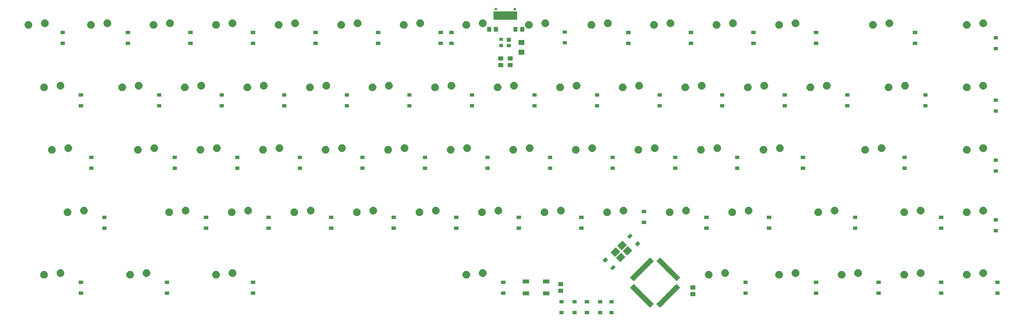
<source format=gbs>
G04 #@! TF.GenerationSoftware,KiCad,Pcbnew,(5.1.5-0-10_14)*
G04 #@! TF.CreationDate,2019-12-30T20:39:33+01:00*
G04 #@! TF.ProjectId,aek67,61656b36-372e-46b6-9963-61645f706362,rev?*
G04 #@! TF.SameCoordinates,Original*
G04 #@! TF.FileFunction,Soldermask,Bot*
G04 #@! TF.FilePolarity,Negative*
%FSLAX46Y46*%
G04 Gerber Fmt 4.6, Leading zero omitted, Abs format (unit mm)*
G04 Created by KiCad (PCBNEW (5.1.5-0-10_14)) date 2019-12-30 20:39:33*
%MOMM*%
%LPD*%
G04 APERTURE LIST*
%ADD10C,0.100000*%
G04 APERTURE END LIST*
D10*
G36*
X205901000Y-114401000D02*
G01*
X204599000Y-114401000D01*
X204599000Y-113399000D01*
X205901000Y-113399000D01*
X205901000Y-114401000D01*
G37*
G36*
X202401000Y-114401000D02*
G01*
X201099000Y-114401000D01*
X201099000Y-113399000D01*
X202401000Y-113399000D01*
X202401000Y-114401000D01*
G37*
G36*
X198401000Y-114401000D02*
G01*
X197099000Y-114401000D01*
X197099000Y-113399000D01*
X198401000Y-113399000D01*
X198401000Y-114401000D01*
G37*
G36*
X194651000Y-114401000D02*
G01*
X193349000Y-114401000D01*
X193349000Y-113399000D01*
X194651000Y-113399000D01*
X194651000Y-114401000D01*
G37*
G36*
X190651000Y-114401000D02*
G01*
X189349000Y-114401000D01*
X189349000Y-113399000D01*
X190651000Y-113399000D01*
X190651000Y-114401000D01*
G37*
G36*
X212454238Y-105632471D02*
G01*
X212454244Y-105632476D01*
X213657727Y-106835959D01*
X213657732Y-106835965D01*
X214151294Y-107329527D01*
X214151300Y-107329532D01*
X214789098Y-107967330D01*
X214789103Y-107967336D01*
X215282665Y-108460898D01*
X215282671Y-108460903D01*
X215920469Y-109098701D01*
X215920474Y-109098707D01*
X216414036Y-109592269D01*
X216414042Y-109592274D01*
X217617525Y-110795757D01*
X217617530Y-110795763D01*
X218094827Y-111273060D01*
X216962042Y-112405845D01*
X216412627Y-111856430D01*
X216412622Y-111856424D01*
X215353375Y-110797177D01*
X215353369Y-110797172D01*
X214715571Y-110159374D01*
X214715566Y-110159368D01*
X214222004Y-109665806D01*
X214221998Y-109665801D01*
X213584200Y-109028003D01*
X213584195Y-109027997D01*
X213090633Y-108534435D01*
X213090627Y-108534430D01*
X212452829Y-107896632D01*
X212452824Y-107896626D01*
X211393577Y-106837379D01*
X211393571Y-106837374D01*
X210844155Y-106287958D01*
X211976940Y-105155173D01*
X212454238Y-105632471D01*
G37*
G36*
X226155845Y-106287958D02*
G01*
X225606424Y-106837379D01*
X225040738Y-107403064D01*
X224547177Y-107896626D01*
X221646626Y-110797177D01*
X221080940Y-111362862D01*
X220587379Y-111856424D01*
X220037958Y-112405845D01*
X218905173Y-111273060D01*
X219366206Y-110812027D01*
X219382471Y-110795763D01*
X219382480Y-110795752D01*
X220585954Y-109592278D01*
X220585965Y-109592269D01*
X220602230Y-109576005D01*
X220602229Y-109576004D01*
X221063262Y-109114971D01*
X221063263Y-109114972D01*
X221079527Y-109098707D01*
X221079536Y-109098696D01*
X221717325Y-108460907D01*
X221717336Y-108460898D01*
X221733601Y-108444634D01*
X221733600Y-108444633D01*
X222194633Y-107983600D01*
X222194634Y-107983601D01*
X222210898Y-107967336D01*
X222210907Y-107967325D01*
X222848696Y-107329536D01*
X222848707Y-107329527D01*
X222864972Y-107313263D01*
X222864971Y-107313262D01*
X223326004Y-106852229D01*
X223326005Y-106852230D01*
X223342269Y-106835965D01*
X223342278Y-106835954D01*
X224545752Y-105632480D01*
X224545763Y-105632471D01*
X224562027Y-105616206D01*
X225023060Y-105155173D01*
X226155845Y-106287958D01*
G37*
G36*
X190651000Y-111101000D02*
G01*
X189349000Y-111101000D01*
X189349000Y-110099000D01*
X190651000Y-110099000D01*
X190651000Y-111101000D01*
G37*
G36*
X205901000Y-111101000D02*
G01*
X204599000Y-111101000D01*
X204599000Y-110099000D01*
X205901000Y-110099000D01*
X205901000Y-111101000D01*
G37*
G36*
X198401000Y-111101000D02*
G01*
X197099000Y-111101000D01*
X197099000Y-110099000D01*
X198401000Y-110099000D01*
X198401000Y-111101000D01*
G37*
G36*
X202401000Y-111101000D02*
G01*
X201099000Y-111101000D01*
X201099000Y-110099000D01*
X202401000Y-110099000D01*
X202401000Y-111101000D01*
G37*
G36*
X194651000Y-111101000D02*
G01*
X193349000Y-111101000D01*
X193349000Y-110099000D01*
X194651000Y-110099000D01*
X194651000Y-111101000D01*
G37*
G36*
X230588674Y-107653465D02*
G01*
X230626367Y-107664899D01*
X230661103Y-107683466D01*
X230691548Y-107708452D01*
X230716534Y-107738897D01*
X230735101Y-107773633D01*
X230746535Y-107811326D01*
X230751000Y-107856661D01*
X230751000Y-108693339D01*
X230746535Y-108738674D01*
X230735101Y-108776367D01*
X230716534Y-108811103D01*
X230691548Y-108841548D01*
X230661103Y-108866534D01*
X230626367Y-108885101D01*
X230588674Y-108896535D01*
X230543339Y-108901000D01*
X229456661Y-108901000D01*
X229411326Y-108896535D01*
X229373633Y-108885101D01*
X229338897Y-108866534D01*
X229308452Y-108841548D01*
X229283466Y-108811103D01*
X229264899Y-108776367D01*
X229253465Y-108738674D01*
X229249000Y-108693339D01*
X229249000Y-107856661D01*
X229253465Y-107811326D01*
X229264899Y-107773633D01*
X229283466Y-107738897D01*
X229308452Y-107708452D01*
X229338897Y-107683466D01*
X229373633Y-107664899D01*
X229411326Y-107653465D01*
X229456661Y-107649000D01*
X230543339Y-107649000D01*
X230588674Y-107653465D01*
G37*
G36*
X180101000Y-108701000D02*
G01*
X178199000Y-108701000D01*
X178199000Y-107499000D01*
X180101000Y-107499000D01*
X180101000Y-108701000D01*
G37*
G36*
X186301000Y-108701000D02*
G01*
X184399000Y-108701000D01*
X184399000Y-107499000D01*
X186301000Y-107499000D01*
X186301000Y-108701000D01*
G37*
G36*
X246713500Y-108513500D02*
G01*
X245411500Y-108513500D01*
X245411500Y-107511500D01*
X246713500Y-107511500D01*
X246713500Y-108513500D01*
G37*
G36*
X287194750Y-108513500D02*
G01*
X285892750Y-108513500D01*
X285892750Y-107511500D01*
X287194750Y-107511500D01*
X287194750Y-108513500D01*
G37*
G36*
X306244750Y-108513500D02*
G01*
X304942750Y-108513500D01*
X304942750Y-107511500D01*
X306244750Y-107511500D01*
X306244750Y-108513500D01*
G37*
G36*
X323401000Y-108513500D02*
G01*
X322099000Y-108513500D01*
X322099000Y-107511500D01*
X323401000Y-107511500D01*
X323401000Y-108513500D01*
G37*
G36*
X268144750Y-108513500D02*
G01*
X266842750Y-108513500D01*
X266842750Y-107511500D01*
X268144750Y-107511500D01*
X268144750Y-108513500D01*
G37*
G36*
X172894750Y-108513500D02*
G01*
X171592750Y-108513500D01*
X171592750Y-107511500D01*
X172894750Y-107511500D01*
X172894750Y-108513500D01*
G37*
G36*
X96694750Y-108513500D02*
G01*
X95392750Y-108513500D01*
X95392750Y-107511500D01*
X96694750Y-107511500D01*
X96694750Y-108513500D01*
G37*
G36*
X70501000Y-108513500D02*
G01*
X69199000Y-108513500D01*
X69199000Y-107511500D01*
X70501000Y-107511500D01*
X70501000Y-108513500D01*
G37*
G36*
X44307250Y-108513500D02*
G01*
X43005250Y-108513500D01*
X43005250Y-107511500D01*
X44307250Y-107511500D01*
X44307250Y-108513500D01*
G37*
G36*
X190338674Y-106653465D02*
G01*
X190376367Y-106664899D01*
X190411103Y-106683466D01*
X190441548Y-106708452D01*
X190466534Y-106738897D01*
X190485101Y-106773633D01*
X190496535Y-106811326D01*
X190501000Y-106856661D01*
X190501000Y-107693339D01*
X190496535Y-107738674D01*
X190485101Y-107776367D01*
X190466534Y-107811103D01*
X190441548Y-107841548D01*
X190411103Y-107866534D01*
X190376367Y-107885101D01*
X190338674Y-107896535D01*
X190293339Y-107901000D01*
X189206661Y-107901000D01*
X189161326Y-107896535D01*
X189123633Y-107885101D01*
X189088897Y-107866534D01*
X189058452Y-107841548D01*
X189033466Y-107811103D01*
X189014899Y-107776367D01*
X189003465Y-107738674D01*
X188999000Y-107693339D01*
X188999000Y-106856661D01*
X189003465Y-106811326D01*
X189014899Y-106773633D01*
X189033466Y-106738897D01*
X189058452Y-106708452D01*
X189088897Y-106683466D01*
X189123633Y-106664899D01*
X189161326Y-106653465D01*
X189206661Y-106649000D01*
X190293339Y-106649000D01*
X190338674Y-106653465D01*
G37*
G36*
X230588674Y-105603465D02*
G01*
X230626367Y-105614899D01*
X230661103Y-105633466D01*
X230691548Y-105658452D01*
X230716534Y-105688897D01*
X230735101Y-105723633D01*
X230746535Y-105761326D01*
X230751000Y-105806661D01*
X230751000Y-106643339D01*
X230746535Y-106688674D01*
X230735101Y-106726367D01*
X230716534Y-106761103D01*
X230691548Y-106791548D01*
X230661103Y-106816534D01*
X230626367Y-106835101D01*
X230588674Y-106846535D01*
X230543339Y-106851000D01*
X229456661Y-106851000D01*
X229411326Y-106846535D01*
X229373633Y-106835101D01*
X229338897Y-106816534D01*
X229308452Y-106791548D01*
X229283466Y-106761103D01*
X229264899Y-106726367D01*
X229253465Y-106688674D01*
X229249000Y-106643339D01*
X229249000Y-105806661D01*
X229253465Y-105761326D01*
X229264899Y-105723633D01*
X229283466Y-105688897D01*
X229308452Y-105658452D01*
X229338897Y-105633466D01*
X229373633Y-105614899D01*
X229411326Y-105603465D01*
X229456661Y-105599000D01*
X230543339Y-105599000D01*
X230588674Y-105603465D01*
G37*
G36*
X190338674Y-104603465D02*
G01*
X190376367Y-104614899D01*
X190411103Y-104633466D01*
X190441548Y-104658452D01*
X190466534Y-104688897D01*
X190485101Y-104723633D01*
X190496535Y-104761326D01*
X190501000Y-104806661D01*
X190501000Y-105643339D01*
X190496535Y-105688674D01*
X190485101Y-105726367D01*
X190466534Y-105761103D01*
X190441548Y-105791548D01*
X190411103Y-105816534D01*
X190376367Y-105835101D01*
X190338674Y-105846535D01*
X190293339Y-105851000D01*
X189206661Y-105851000D01*
X189161326Y-105846535D01*
X189123633Y-105835101D01*
X189088897Y-105816534D01*
X189058452Y-105791548D01*
X189033466Y-105761103D01*
X189014899Y-105726367D01*
X189003465Y-105688674D01*
X188999000Y-105643339D01*
X188999000Y-104806661D01*
X189003465Y-104761326D01*
X189014899Y-104723633D01*
X189033466Y-104688897D01*
X189058452Y-104658452D01*
X189088897Y-104633466D01*
X189123633Y-104614899D01*
X189161326Y-104603465D01*
X189206661Y-104599000D01*
X190293339Y-104599000D01*
X190338674Y-104603465D01*
G37*
G36*
X44307250Y-105213500D02*
G01*
X43005250Y-105213500D01*
X43005250Y-104211500D01*
X44307250Y-104211500D01*
X44307250Y-105213500D01*
G37*
G36*
X323401000Y-105213500D02*
G01*
X322099000Y-105213500D01*
X322099000Y-104211500D01*
X323401000Y-104211500D01*
X323401000Y-105213500D01*
G37*
G36*
X306244750Y-105213500D02*
G01*
X304942750Y-105213500D01*
X304942750Y-104211500D01*
X306244750Y-104211500D01*
X306244750Y-105213500D01*
G37*
G36*
X287194750Y-105213500D02*
G01*
X285892750Y-105213500D01*
X285892750Y-104211500D01*
X287194750Y-104211500D01*
X287194750Y-105213500D01*
G37*
G36*
X268144750Y-105213500D02*
G01*
X266842750Y-105213500D01*
X266842750Y-104211500D01*
X268144750Y-104211500D01*
X268144750Y-105213500D01*
G37*
G36*
X246713500Y-105213500D02*
G01*
X245411500Y-105213500D01*
X245411500Y-104211500D01*
X246713500Y-104211500D01*
X246713500Y-105213500D01*
G37*
G36*
X172894750Y-105213500D02*
G01*
X171592750Y-105213500D01*
X171592750Y-104211500D01*
X172894750Y-104211500D01*
X172894750Y-105213500D01*
G37*
G36*
X96694750Y-105213500D02*
G01*
X95392750Y-105213500D01*
X95392750Y-104211500D01*
X96694750Y-104211500D01*
X96694750Y-105213500D01*
G37*
G36*
X70501000Y-105213500D02*
G01*
X69199000Y-105213500D01*
X69199000Y-104211500D01*
X70501000Y-104211500D01*
X70501000Y-105213500D01*
G37*
G36*
X186301000Y-105001000D02*
G01*
X184399000Y-105001000D01*
X184399000Y-103799000D01*
X186301000Y-103799000D01*
X186301000Y-105001000D01*
G37*
G36*
X180101000Y-105001000D02*
G01*
X178199000Y-105001000D01*
X178199000Y-103799000D01*
X180101000Y-103799000D01*
X180101000Y-105001000D01*
G37*
G36*
X220587374Y-97643571D02*
G01*
X220587379Y-97643577D01*
X221646626Y-98702824D01*
X221646632Y-98702829D01*
X222284430Y-99340627D01*
X222284435Y-99340633D01*
X222777997Y-99834195D01*
X222778003Y-99834200D01*
X223415801Y-100471998D01*
X223415806Y-100472004D01*
X223909368Y-100965566D01*
X223909374Y-100965571D01*
X224547172Y-101603369D01*
X224547177Y-101603375D01*
X225606424Y-102662622D01*
X225606430Y-102662627D01*
X226155845Y-103212042D01*
X225023060Y-104344827D01*
X224545763Y-103867530D01*
X224545757Y-103867525D01*
X223342274Y-102664042D01*
X223342269Y-102664036D01*
X222848707Y-102170474D01*
X222848701Y-102170469D01*
X222210903Y-101532671D01*
X222210898Y-101532665D01*
X221717336Y-101039103D01*
X221717330Y-101039098D01*
X221079532Y-100401300D01*
X221079527Y-100401294D01*
X220585965Y-99907732D01*
X220585959Y-99907727D01*
X219382476Y-98704244D01*
X219382471Y-98704238D01*
X218905173Y-98226940D01*
X220037958Y-97094155D01*
X220587374Y-97643571D01*
G37*
G36*
X218094827Y-98226940D02*
G01*
X217617530Y-98704238D01*
X212454238Y-103867530D01*
X211976940Y-104344827D01*
X210844155Y-103212042D01*
X211393566Y-102662631D01*
X211393577Y-102662622D01*
X211409841Y-102646357D01*
X212436559Y-101619639D01*
X212452824Y-101603375D01*
X212452833Y-101603364D01*
X213090622Y-100965575D01*
X213090633Y-100965566D01*
X213106898Y-100949302D01*
X213106897Y-100949301D01*
X213567930Y-100488268D01*
X213567931Y-100488269D01*
X213584195Y-100472004D01*
X213584204Y-100471993D01*
X214221993Y-99834204D01*
X214222004Y-99834195D01*
X214238269Y-99817931D01*
X214238268Y-99817930D01*
X214699301Y-99356897D01*
X214699302Y-99356898D01*
X214715566Y-99340633D01*
X214715575Y-99340622D01*
X215353364Y-98702833D01*
X215353375Y-98702824D01*
X215369639Y-98686559D01*
X216396357Y-97659841D01*
X216412622Y-97643577D01*
X216412631Y-97643566D01*
X216962042Y-97094155D01*
X218094827Y-98226940D01*
G37*
G36*
X313604060Y-101201564D02*
G01*
X313755527Y-101231693D01*
X313969545Y-101320342D01*
X313969546Y-101320343D01*
X314162154Y-101449039D01*
X314325961Y-101612846D01*
X314411758Y-101741251D01*
X314454658Y-101805455D01*
X314543307Y-102019473D01*
X314588500Y-102246674D01*
X314588500Y-102478326D01*
X314543307Y-102705527D01*
X314454658Y-102919545D01*
X314454657Y-102919546D01*
X314325961Y-103112154D01*
X314162154Y-103275961D01*
X314033749Y-103361758D01*
X313969545Y-103404658D01*
X313755527Y-103493307D01*
X313604060Y-103523436D01*
X313528327Y-103538500D01*
X313296673Y-103538500D01*
X313220940Y-103523436D01*
X313069473Y-103493307D01*
X312855455Y-103404658D01*
X312791251Y-103361758D01*
X312662846Y-103275961D01*
X312499039Y-103112154D01*
X312370343Y-102919546D01*
X312370342Y-102919545D01*
X312281693Y-102705527D01*
X312236500Y-102478326D01*
X312236500Y-102246674D01*
X312281693Y-102019473D01*
X312370342Y-101805455D01*
X312413242Y-101741251D01*
X312499039Y-101612846D01*
X312662846Y-101449039D01*
X312855454Y-101320343D01*
X312855455Y-101320342D01*
X313069473Y-101231693D01*
X313220940Y-101201564D01*
X313296673Y-101186500D01*
X313528327Y-101186500D01*
X313604060Y-101201564D01*
G37*
G36*
X294554060Y-101201564D02*
G01*
X294705527Y-101231693D01*
X294919545Y-101320342D01*
X294919546Y-101320343D01*
X295112154Y-101449039D01*
X295275961Y-101612846D01*
X295361758Y-101741251D01*
X295404658Y-101805455D01*
X295493307Y-102019473D01*
X295538500Y-102246674D01*
X295538500Y-102478326D01*
X295493307Y-102705527D01*
X295404658Y-102919545D01*
X295404657Y-102919546D01*
X295275961Y-103112154D01*
X295112154Y-103275961D01*
X294983749Y-103361758D01*
X294919545Y-103404658D01*
X294705527Y-103493307D01*
X294554060Y-103523436D01*
X294478327Y-103538500D01*
X294246673Y-103538500D01*
X294170940Y-103523436D01*
X294019473Y-103493307D01*
X293805455Y-103404658D01*
X293741251Y-103361758D01*
X293612846Y-103275961D01*
X293449039Y-103112154D01*
X293320343Y-102919546D01*
X293320342Y-102919545D01*
X293231693Y-102705527D01*
X293186500Y-102478326D01*
X293186500Y-102246674D01*
X293231693Y-102019473D01*
X293320342Y-101805455D01*
X293363242Y-101741251D01*
X293449039Y-101612846D01*
X293612846Y-101449039D01*
X293805454Y-101320343D01*
X293805455Y-101320342D01*
X294019473Y-101231693D01*
X294170940Y-101201564D01*
X294246673Y-101186500D01*
X294478327Y-101186500D01*
X294554060Y-101201564D01*
G37*
G36*
X275504060Y-101201564D02*
G01*
X275655527Y-101231693D01*
X275869545Y-101320342D01*
X275869546Y-101320343D01*
X276062154Y-101449039D01*
X276225961Y-101612846D01*
X276311758Y-101741251D01*
X276354658Y-101805455D01*
X276443307Y-102019473D01*
X276488500Y-102246674D01*
X276488500Y-102478326D01*
X276443307Y-102705527D01*
X276354658Y-102919545D01*
X276354657Y-102919546D01*
X276225961Y-103112154D01*
X276062154Y-103275961D01*
X275933749Y-103361758D01*
X275869545Y-103404658D01*
X275655527Y-103493307D01*
X275504060Y-103523436D01*
X275428327Y-103538500D01*
X275196673Y-103538500D01*
X275120940Y-103523436D01*
X274969473Y-103493307D01*
X274755455Y-103404658D01*
X274691251Y-103361758D01*
X274562846Y-103275961D01*
X274399039Y-103112154D01*
X274270343Y-102919546D01*
X274270342Y-102919545D01*
X274181693Y-102705527D01*
X274136500Y-102478326D01*
X274136500Y-102246674D01*
X274181693Y-102019473D01*
X274270342Y-101805455D01*
X274313242Y-101741251D01*
X274399039Y-101612846D01*
X274562846Y-101449039D01*
X274755454Y-101320343D01*
X274755455Y-101320342D01*
X274969473Y-101231693D01*
X275120940Y-101201564D01*
X275196673Y-101186500D01*
X275428327Y-101186500D01*
X275504060Y-101201564D01*
G37*
G36*
X256454060Y-101201564D02*
G01*
X256605527Y-101231693D01*
X256819545Y-101320342D01*
X256819546Y-101320343D01*
X257012154Y-101449039D01*
X257175961Y-101612846D01*
X257261758Y-101741251D01*
X257304658Y-101805455D01*
X257393307Y-102019473D01*
X257438500Y-102246674D01*
X257438500Y-102478326D01*
X257393307Y-102705527D01*
X257304658Y-102919545D01*
X257304657Y-102919546D01*
X257175961Y-103112154D01*
X257012154Y-103275961D01*
X256883749Y-103361758D01*
X256819545Y-103404658D01*
X256605527Y-103493307D01*
X256454060Y-103523436D01*
X256378327Y-103538500D01*
X256146673Y-103538500D01*
X256070940Y-103523436D01*
X255919473Y-103493307D01*
X255705455Y-103404658D01*
X255641251Y-103361758D01*
X255512846Y-103275961D01*
X255349039Y-103112154D01*
X255220343Y-102919546D01*
X255220342Y-102919545D01*
X255131693Y-102705527D01*
X255086500Y-102478326D01*
X255086500Y-102246674D01*
X255131693Y-102019473D01*
X255220342Y-101805455D01*
X255263242Y-101741251D01*
X255349039Y-101612846D01*
X255512846Y-101449039D01*
X255705454Y-101320343D01*
X255705455Y-101320342D01*
X255919473Y-101231693D01*
X256070940Y-101201564D01*
X256146673Y-101186500D01*
X256378327Y-101186500D01*
X256454060Y-101201564D01*
G37*
G36*
X235022810Y-101201564D02*
G01*
X235174277Y-101231693D01*
X235388295Y-101320342D01*
X235388296Y-101320343D01*
X235580904Y-101449039D01*
X235744711Y-101612846D01*
X235830508Y-101741251D01*
X235873408Y-101805455D01*
X235962057Y-102019473D01*
X236007250Y-102246674D01*
X236007250Y-102478326D01*
X235962057Y-102705527D01*
X235873408Y-102919545D01*
X235873407Y-102919546D01*
X235744711Y-103112154D01*
X235580904Y-103275961D01*
X235452499Y-103361758D01*
X235388295Y-103404658D01*
X235174277Y-103493307D01*
X235022810Y-103523436D01*
X234947077Y-103538500D01*
X234715423Y-103538500D01*
X234639690Y-103523436D01*
X234488223Y-103493307D01*
X234274205Y-103404658D01*
X234210001Y-103361758D01*
X234081596Y-103275961D01*
X233917789Y-103112154D01*
X233789093Y-102919546D01*
X233789092Y-102919545D01*
X233700443Y-102705527D01*
X233655250Y-102478326D01*
X233655250Y-102246674D01*
X233700443Y-102019473D01*
X233789092Y-101805455D01*
X233831992Y-101741251D01*
X233917789Y-101612846D01*
X234081596Y-101449039D01*
X234274204Y-101320343D01*
X234274205Y-101320342D01*
X234488223Y-101231693D01*
X234639690Y-101201564D01*
X234715423Y-101186500D01*
X234947077Y-101186500D01*
X235022810Y-101201564D01*
G37*
G36*
X85004060Y-101201564D02*
G01*
X85155527Y-101231693D01*
X85369545Y-101320342D01*
X85369546Y-101320343D01*
X85562154Y-101449039D01*
X85725961Y-101612846D01*
X85811758Y-101741251D01*
X85854658Y-101805455D01*
X85943307Y-102019473D01*
X85988500Y-102246674D01*
X85988500Y-102478326D01*
X85943307Y-102705527D01*
X85854658Y-102919545D01*
X85854657Y-102919546D01*
X85725961Y-103112154D01*
X85562154Y-103275961D01*
X85433749Y-103361758D01*
X85369545Y-103404658D01*
X85155527Y-103493307D01*
X85004060Y-103523436D01*
X84928327Y-103538500D01*
X84696673Y-103538500D01*
X84620940Y-103523436D01*
X84469473Y-103493307D01*
X84255455Y-103404658D01*
X84191251Y-103361758D01*
X84062846Y-103275961D01*
X83899039Y-103112154D01*
X83770343Y-102919546D01*
X83770342Y-102919545D01*
X83681693Y-102705527D01*
X83636500Y-102478326D01*
X83636500Y-102246674D01*
X83681693Y-102019473D01*
X83770342Y-101805455D01*
X83813242Y-101741251D01*
X83899039Y-101612846D01*
X84062846Y-101449039D01*
X84255454Y-101320343D01*
X84255455Y-101320342D01*
X84469473Y-101231693D01*
X84620940Y-101201564D01*
X84696673Y-101186500D01*
X84928327Y-101186500D01*
X85004060Y-101201564D01*
G37*
G36*
X58810310Y-101201564D02*
G01*
X58961777Y-101231693D01*
X59175795Y-101320342D01*
X59175796Y-101320343D01*
X59368404Y-101449039D01*
X59532211Y-101612846D01*
X59618008Y-101741251D01*
X59660908Y-101805455D01*
X59749557Y-102019473D01*
X59794750Y-102246674D01*
X59794750Y-102478326D01*
X59749557Y-102705527D01*
X59660908Y-102919545D01*
X59660907Y-102919546D01*
X59532211Y-103112154D01*
X59368404Y-103275961D01*
X59239999Y-103361758D01*
X59175795Y-103404658D01*
X58961777Y-103493307D01*
X58810310Y-103523436D01*
X58734577Y-103538500D01*
X58502923Y-103538500D01*
X58427190Y-103523436D01*
X58275723Y-103493307D01*
X58061705Y-103404658D01*
X57997501Y-103361758D01*
X57869096Y-103275961D01*
X57705289Y-103112154D01*
X57576593Y-102919546D01*
X57576592Y-102919545D01*
X57487943Y-102705527D01*
X57442750Y-102478326D01*
X57442750Y-102246674D01*
X57487943Y-102019473D01*
X57576592Y-101805455D01*
X57619492Y-101741251D01*
X57705289Y-101612846D01*
X57869096Y-101449039D01*
X58061704Y-101320343D01*
X58061705Y-101320342D01*
X58275723Y-101231693D01*
X58427190Y-101201564D01*
X58502923Y-101186500D01*
X58734577Y-101186500D01*
X58810310Y-101201564D01*
G37*
G36*
X32616560Y-101201564D02*
G01*
X32768027Y-101231693D01*
X32982045Y-101320342D01*
X32982046Y-101320343D01*
X33174654Y-101449039D01*
X33338461Y-101612846D01*
X33424258Y-101741251D01*
X33467158Y-101805455D01*
X33555807Y-102019473D01*
X33601000Y-102246674D01*
X33601000Y-102478326D01*
X33555807Y-102705527D01*
X33467158Y-102919545D01*
X33467157Y-102919546D01*
X33338461Y-103112154D01*
X33174654Y-103275961D01*
X33046249Y-103361758D01*
X32982045Y-103404658D01*
X32768027Y-103493307D01*
X32616560Y-103523436D01*
X32540827Y-103538500D01*
X32309173Y-103538500D01*
X32233440Y-103523436D01*
X32081973Y-103493307D01*
X31867955Y-103404658D01*
X31803751Y-103361758D01*
X31675346Y-103275961D01*
X31511539Y-103112154D01*
X31382843Y-102919546D01*
X31382842Y-102919545D01*
X31294193Y-102705527D01*
X31249000Y-102478326D01*
X31249000Y-102246674D01*
X31294193Y-102019473D01*
X31382842Y-101805455D01*
X31425742Y-101741251D01*
X31511539Y-101612846D01*
X31675346Y-101449039D01*
X31867954Y-101320343D01*
X31867955Y-101320342D01*
X32081973Y-101231693D01*
X32233440Y-101201564D01*
X32309173Y-101186500D01*
X32540827Y-101186500D01*
X32616560Y-101201564D01*
G37*
G36*
X161204060Y-101201564D02*
G01*
X161355527Y-101231693D01*
X161569545Y-101320342D01*
X161569546Y-101320343D01*
X161762154Y-101449039D01*
X161925961Y-101612846D01*
X162011758Y-101741251D01*
X162054658Y-101805455D01*
X162143307Y-102019473D01*
X162188500Y-102246674D01*
X162188500Y-102478326D01*
X162143307Y-102705527D01*
X162054658Y-102919545D01*
X162054657Y-102919546D01*
X161925961Y-103112154D01*
X161762154Y-103275961D01*
X161633749Y-103361758D01*
X161569545Y-103404658D01*
X161355527Y-103493307D01*
X161204060Y-103523436D01*
X161128327Y-103538500D01*
X160896673Y-103538500D01*
X160820940Y-103523436D01*
X160669473Y-103493307D01*
X160455455Y-103404658D01*
X160391251Y-103361758D01*
X160262846Y-103275961D01*
X160099039Y-103112154D01*
X159970343Y-102919546D01*
X159970342Y-102919545D01*
X159881693Y-102705527D01*
X159836500Y-102478326D01*
X159836500Y-102246674D01*
X159881693Y-102019473D01*
X159970342Y-101805455D01*
X160013242Y-101741251D01*
X160099039Y-101612846D01*
X160262846Y-101449039D01*
X160455454Y-101320343D01*
X160455455Y-101320342D01*
X160669473Y-101231693D01*
X160820940Y-101201564D01*
X160896673Y-101186500D01*
X161128327Y-101186500D01*
X161204060Y-101201564D01*
G37*
G36*
X37616560Y-100701564D02*
G01*
X37768027Y-100731693D01*
X37982045Y-100820342D01*
X37982046Y-100820343D01*
X38174654Y-100949039D01*
X38338461Y-101112846D01*
X38387675Y-101186500D01*
X38467158Y-101305455D01*
X38555807Y-101519473D01*
X38601000Y-101746674D01*
X38601000Y-101978326D01*
X38555807Y-102205527D01*
X38467158Y-102419545D01*
X38467157Y-102419546D01*
X38338461Y-102612154D01*
X38174654Y-102775961D01*
X38046249Y-102861758D01*
X37982045Y-102904658D01*
X37768027Y-102993307D01*
X37616560Y-103023436D01*
X37540827Y-103038500D01*
X37309173Y-103038500D01*
X37233440Y-103023436D01*
X37081973Y-102993307D01*
X36867955Y-102904658D01*
X36803751Y-102861758D01*
X36675346Y-102775961D01*
X36511539Y-102612154D01*
X36382843Y-102419546D01*
X36382842Y-102419545D01*
X36294193Y-102205527D01*
X36249000Y-101978326D01*
X36249000Y-101746674D01*
X36294193Y-101519473D01*
X36382842Y-101305455D01*
X36462325Y-101186500D01*
X36511539Y-101112846D01*
X36675346Y-100949039D01*
X36867954Y-100820343D01*
X36867955Y-100820342D01*
X37081973Y-100731693D01*
X37233440Y-100701564D01*
X37309173Y-100686500D01*
X37540827Y-100686500D01*
X37616560Y-100701564D01*
G37*
G36*
X166204060Y-100701564D02*
G01*
X166355527Y-100731693D01*
X166569545Y-100820342D01*
X166569546Y-100820343D01*
X166762154Y-100949039D01*
X166925961Y-101112846D01*
X166975175Y-101186500D01*
X167054658Y-101305455D01*
X167143307Y-101519473D01*
X167188500Y-101746674D01*
X167188500Y-101978326D01*
X167143307Y-102205527D01*
X167054658Y-102419545D01*
X167054657Y-102419546D01*
X166925961Y-102612154D01*
X166762154Y-102775961D01*
X166633749Y-102861758D01*
X166569545Y-102904658D01*
X166355527Y-102993307D01*
X166204060Y-103023436D01*
X166128327Y-103038500D01*
X165896673Y-103038500D01*
X165820940Y-103023436D01*
X165669473Y-102993307D01*
X165455455Y-102904658D01*
X165391251Y-102861758D01*
X165262846Y-102775961D01*
X165099039Y-102612154D01*
X164970343Y-102419546D01*
X164970342Y-102419545D01*
X164881693Y-102205527D01*
X164836500Y-101978326D01*
X164836500Y-101746674D01*
X164881693Y-101519473D01*
X164970342Y-101305455D01*
X165049825Y-101186500D01*
X165099039Y-101112846D01*
X165262846Y-100949039D01*
X165455454Y-100820343D01*
X165455455Y-100820342D01*
X165669473Y-100731693D01*
X165820940Y-100701564D01*
X165896673Y-100686500D01*
X166128327Y-100686500D01*
X166204060Y-100701564D01*
G37*
G36*
X318604060Y-100701564D02*
G01*
X318755527Y-100731693D01*
X318969545Y-100820342D01*
X318969546Y-100820343D01*
X319162154Y-100949039D01*
X319325961Y-101112846D01*
X319375175Y-101186500D01*
X319454658Y-101305455D01*
X319543307Y-101519473D01*
X319588500Y-101746674D01*
X319588500Y-101978326D01*
X319543307Y-102205527D01*
X319454658Y-102419545D01*
X319454657Y-102419546D01*
X319325961Y-102612154D01*
X319162154Y-102775961D01*
X319033749Y-102861758D01*
X318969545Y-102904658D01*
X318755527Y-102993307D01*
X318604060Y-103023436D01*
X318528327Y-103038500D01*
X318296673Y-103038500D01*
X318220940Y-103023436D01*
X318069473Y-102993307D01*
X317855455Y-102904658D01*
X317791251Y-102861758D01*
X317662846Y-102775961D01*
X317499039Y-102612154D01*
X317370343Y-102419546D01*
X317370342Y-102419545D01*
X317281693Y-102205527D01*
X317236500Y-101978326D01*
X317236500Y-101746674D01*
X317281693Y-101519473D01*
X317370342Y-101305455D01*
X317449825Y-101186500D01*
X317499039Y-101112846D01*
X317662846Y-100949039D01*
X317855454Y-100820343D01*
X317855455Y-100820342D01*
X318069473Y-100731693D01*
X318220940Y-100701564D01*
X318296673Y-100686500D01*
X318528327Y-100686500D01*
X318604060Y-100701564D01*
G37*
G36*
X299554060Y-100701564D02*
G01*
X299705527Y-100731693D01*
X299919545Y-100820342D01*
X299919546Y-100820343D01*
X300112154Y-100949039D01*
X300275961Y-101112846D01*
X300325175Y-101186500D01*
X300404658Y-101305455D01*
X300493307Y-101519473D01*
X300538500Y-101746674D01*
X300538500Y-101978326D01*
X300493307Y-102205527D01*
X300404658Y-102419545D01*
X300404657Y-102419546D01*
X300275961Y-102612154D01*
X300112154Y-102775961D01*
X299983749Y-102861758D01*
X299919545Y-102904658D01*
X299705527Y-102993307D01*
X299554060Y-103023436D01*
X299478327Y-103038500D01*
X299246673Y-103038500D01*
X299170940Y-103023436D01*
X299019473Y-102993307D01*
X298805455Y-102904658D01*
X298741251Y-102861758D01*
X298612846Y-102775961D01*
X298449039Y-102612154D01*
X298320343Y-102419546D01*
X298320342Y-102419545D01*
X298231693Y-102205527D01*
X298186500Y-101978326D01*
X298186500Y-101746674D01*
X298231693Y-101519473D01*
X298320342Y-101305455D01*
X298399825Y-101186500D01*
X298449039Y-101112846D01*
X298612846Y-100949039D01*
X298805454Y-100820343D01*
X298805455Y-100820342D01*
X299019473Y-100731693D01*
X299170940Y-100701564D01*
X299246673Y-100686500D01*
X299478327Y-100686500D01*
X299554060Y-100701564D01*
G37*
G36*
X280504060Y-100701564D02*
G01*
X280655527Y-100731693D01*
X280869545Y-100820342D01*
X280869546Y-100820343D01*
X281062154Y-100949039D01*
X281225961Y-101112846D01*
X281275175Y-101186500D01*
X281354658Y-101305455D01*
X281443307Y-101519473D01*
X281488500Y-101746674D01*
X281488500Y-101978326D01*
X281443307Y-102205527D01*
X281354658Y-102419545D01*
X281354657Y-102419546D01*
X281225961Y-102612154D01*
X281062154Y-102775961D01*
X280933749Y-102861758D01*
X280869545Y-102904658D01*
X280655527Y-102993307D01*
X280504060Y-103023436D01*
X280428327Y-103038500D01*
X280196673Y-103038500D01*
X280120940Y-103023436D01*
X279969473Y-102993307D01*
X279755455Y-102904658D01*
X279691251Y-102861758D01*
X279562846Y-102775961D01*
X279399039Y-102612154D01*
X279270343Y-102419546D01*
X279270342Y-102419545D01*
X279181693Y-102205527D01*
X279136500Y-101978326D01*
X279136500Y-101746674D01*
X279181693Y-101519473D01*
X279270342Y-101305455D01*
X279349825Y-101186500D01*
X279399039Y-101112846D01*
X279562846Y-100949039D01*
X279755454Y-100820343D01*
X279755455Y-100820342D01*
X279969473Y-100731693D01*
X280120940Y-100701564D01*
X280196673Y-100686500D01*
X280428327Y-100686500D01*
X280504060Y-100701564D01*
G37*
G36*
X261454060Y-100701564D02*
G01*
X261605527Y-100731693D01*
X261819545Y-100820342D01*
X261819546Y-100820343D01*
X262012154Y-100949039D01*
X262175961Y-101112846D01*
X262225175Y-101186500D01*
X262304658Y-101305455D01*
X262393307Y-101519473D01*
X262438500Y-101746674D01*
X262438500Y-101978326D01*
X262393307Y-102205527D01*
X262304658Y-102419545D01*
X262304657Y-102419546D01*
X262175961Y-102612154D01*
X262012154Y-102775961D01*
X261883749Y-102861758D01*
X261819545Y-102904658D01*
X261605527Y-102993307D01*
X261454060Y-103023436D01*
X261378327Y-103038500D01*
X261146673Y-103038500D01*
X261070940Y-103023436D01*
X260919473Y-102993307D01*
X260705455Y-102904658D01*
X260641251Y-102861758D01*
X260512846Y-102775961D01*
X260349039Y-102612154D01*
X260220343Y-102419546D01*
X260220342Y-102419545D01*
X260131693Y-102205527D01*
X260086500Y-101978326D01*
X260086500Y-101746674D01*
X260131693Y-101519473D01*
X260220342Y-101305455D01*
X260299825Y-101186500D01*
X260349039Y-101112846D01*
X260512846Y-100949039D01*
X260705454Y-100820343D01*
X260705455Y-100820342D01*
X260919473Y-100731693D01*
X261070940Y-100701564D01*
X261146673Y-100686500D01*
X261378327Y-100686500D01*
X261454060Y-100701564D01*
G37*
G36*
X240022810Y-100701564D02*
G01*
X240174277Y-100731693D01*
X240388295Y-100820342D01*
X240388296Y-100820343D01*
X240580904Y-100949039D01*
X240744711Y-101112846D01*
X240793925Y-101186500D01*
X240873408Y-101305455D01*
X240962057Y-101519473D01*
X241007250Y-101746674D01*
X241007250Y-101978326D01*
X240962057Y-102205527D01*
X240873408Y-102419545D01*
X240873407Y-102419546D01*
X240744711Y-102612154D01*
X240580904Y-102775961D01*
X240452499Y-102861758D01*
X240388295Y-102904658D01*
X240174277Y-102993307D01*
X240022810Y-103023436D01*
X239947077Y-103038500D01*
X239715423Y-103038500D01*
X239639690Y-103023436D01*
X239488223Y-102993307D01*
X239274205Y-102904658D01*
X239210001Y-102861758D01*
X239081596Y-102775961D01*
X238917789Y-102612154D01*
X238789093Y-102419546D01*
X238789092Y-102419545D01*
X238700443Y-102205527D01*
X238655250Y-101978326D01*
X238655250Y-101746674D01*
X238700443Y-101519473D01*
X238789092Y-101305455D01*
X238868575Y-101186500D01*
X238917789Y-101112846D01*
X239081596Y-100949039D01*
X239274204Y-100820343D01*
X239274205Y-100820342D01*
X239488223Y-100731693D01*
X239639690Y-100701564D01*
X239715423Y-100686500D01*
X239947077Y-100686500D01*
X240022810Y-100701564D01*
G37*
G36*
X90004060Y-100701564D02*
G01*
X90155527Y-100731693D01*
X90369545Y-100820342D01*
X90369546Y-100820343D01*
X90562154Y-100949039D01*
X90725961Y-101112846D01*
X90775175Y-101186500D01*
X90854658Y-101305455D01*
X90943307Y-101519473D01*
X90988500Y-101746674D01*
X90988500Y-101978326D01*
X90943307Y-102205527D01*
X90854658Y-102419545D01*
X90854657Y-102419546D01*
X90725961Y-102612154D01*
X90562154Y-102775961D01*
X90433749Y-102861758D01*
X90369545Y-102904658D01*
X90155527Y-102993307D01*
X90004060Y-103023436D01*
X89928327Y-103038500D01*
X89696673Y-103038500D01*
X89620940Y-103023436D01*
X89469473Y-102993307D01*
X89255455Y-102904658D01*
X89191251Y-102861758D01*
X89062846Y-102775961D01*
X88899039Y-102612154D01*
X88770343Y-102419546D01*
X88770342Y-102419545D01*
X88681693Y-102205527D01*
X88636500Y-101978326D01*
X88636500Y-101746674D01*
X88681693Y-101519473D01*
X88770342Y-101305455D01*
X88849825Y-101186500D01*
X88899039Y-101112846D01*
X89062846Y-100949039D01*
X89255454Y-100820343D01*
X89255455Y-100820342D01*
X89469473Y-100731693D01*
X89620940Y-100701564D01*
X89696673Y-100686500D01*
X89928327Y-100686500D01*
X90004060Y-100701564D01*
G37*
G36*
X63810310Y-100701564D02*
G01*
X63961777Y-100731693D01*
X64175795Y-100820342D01*
X64175796Y-100820343D01*
X64368404Y-100949039D01*
X64532211Y-101112846D01*
X64581425Y-101186500D01*
X64660908Y-101305455D01*
X64749557Y-101519473D01*
X64794750Y-101746674D01*
X64794750Y-101978326D01*
X64749557Y-102205527D01*
X64660908Y-102419545D01*
X64660907Y-102419546D01*
X64532211Y-102612154D01*
X64368404Y-102775961D01*
X64239999Y-102861758D01*
X64175795Y-102904658D01*
X63961777Y-102993307D01*
X63810310Y-103023436D01*
X63734577Y-103038500D01*
X63502923Y-103038500D01*
X63427190Y-103023436D01*
X63275723Y-102993307D01*
X63061705Y-102904658D01*
X62997501Y-102861758D01*
X62869096Y-102775961D01*
X62705289Y-102612154D01*
X62576593Y-102419546D01*
X62576592Y-102419545D01*
X62487943Y-102205527D01*
X62442750Y-101978326D01*
X62442750Y-101746674D01*
X62487943Y-101519473D01*
X62576592Y-101305455D01*
X62656075Y-101186500D01*
X62705289Y-101112846D01*
X62869096Y-100949039D01*
X63061704Y-100820343D01*
X63061705Y-100820342D01*
X63275723Y-100731693D01*
X63427190Y-100701564D01*
X63502923Y-100686500D01*
X63734577Y-100686500D01*
X63810310Y-100701564D01*
G37*
G36*
X206481313Y-100060660D02*
G01*
X205560660Y-100981313D01*
X204852139Y-100272792D01*
X205772792Y-99352139D01*
X206481313Y-100060660D01*
G37*
G36*
X204147861Y-97727208D02*
G01*
X203227208Y-98647861D01*
X202518687Y-97939340D01*
X203439340Y-97018687D01*
X204147861Y-97727208D01*
G37*
G36*
X209488851Y-96982412D02*
G01*
X207931802Y-98539461D01*
X206586885Y-97194544D01*
X208143934Y-95637495D01*
X209488851Y-96982412D01*
G37*
G36*
X207862505Y-95356066D02*
G01*
X206305456Y-96913115D01*
X204960539Y-95568198D01*
X206517588Y-94011149D01*
X207862505Y-95356066D01*
G37*
G36*
X211539461Y-94931802D02*
G01*
X209982412Y-96488851D01*
X208637495Y-95143934D01*
X210194544Y-93586885D01*
X211539461Y-94931802D01*
G37*
G36*
X209913115Y-93305456D02*
G01*
X208356066Y-94862505D01*
X207011149Y-93517588D01*
X208568198Y-91960539D01*
X209913115Y-93305456D01*
G37*
G36*
X213981313Y-92810660D02*
G01*
X213060660Y-93731313D01*
X212352139Y-93022792D01*
X213272792Y-92102139D01*
X213981313Y-92810660D01*
G37*
G36*
X211647861Y-90477208D02*
G01*
X210727208Y-91397861D01*
X210018687Y-90689340D01*
X210939340Y-89768687D01*
X211647861Y-90477208D01*
G37*
G36*
X322913500Y-89463500D02*
G01*
X321611500Y-89463500D01*
X321611500Y-88461500D01*
X322913500Y-88461500D01*
X322913500Y-89463500D01*
G37*
G36*
X158607250Y-88669750D02*
G01*
X157305250Y-88669750D01*
X157305250Y-87667750D01*
X158607250Y-87667750D01*
X158607250Y-88669750D01*
G37*
G36*
X306244750Y-88669750D02*
G01*
X304942750Y-88669750D01*
X304942750Y-87667750D01*
X306244750Y-87667750D01*
X306244750Y-88669750D01*
G37*
G36*
X120507250Y-88669750D02*
G01*
X119205250Y-88669750D01*
X119205250Y-87667750D01*
X120507250Y-87667750D01*
X120507250Y-88669750D01*
G37*
G36*
X51451000Y-88669750D02*
G01*
X50149000Y-88669750D01*
X50149000Y-87667750D01*
X51451000Y-87667750D01*
X51451000Y-88669750D01*
G37*
G36*
X82407250Y-88669750D02*
G01*
X81105250Y-88669750D01*
X81105250Y-87667750D01*
X82407250Y-87667750D01*
X82407250Y-88669750D01*
G37*
G36*
X101457250Y-88669750D02*
G01*
X100155250Y-88669750D01*
X100155250Y-87667750D01*
X101457250Y-87667750D01*
X101457250Y-88669750D01*
G37*
G36*
X177657250Y-88669750D02*
G01*
X176355250Y-88669750D01*
X176355250Y-87667750D01*
X177657250Y-87667750D01*
X177657250Y-88669750D01*
G37*
G36*
X139557250Y-88669750D02*
G01*
X138255250Y-88669750D01*
X138255250Y-87667750D01*
X139557250Y-87667750D01*
X139557250Y-88669750D01*
G37*
G36*
X196707250Y-88669750D02*
G01*
X195405250Y-88669750D01*
X195405250Y-87667750D01*
X196707250Y-87667750D01*
X196707250Y-88669750D01*
G37*
G36*
X234807250Y-88669750D02*
G01*
X233505250Y-88669750D01*
X233505250Y-87667750D01*
X234807250Y-87667750D01*
X234807250Y-88669750D01*
G37*
G36*
X280051000Y-88669750D02*
G01*
X278749000Y-88669750D01*
X278749000Y-87667750D01*
X280051000Y-87667750D01*
X280051000Y-88669750D01*
G37*
G36*
X253857250Y-88669750D02*
G01*
X252555250Y-88669750D01*
X252555250Y-87667750D01*
X253857250Y-87667750D01*
X253857250Y-88669750D01*
G37*
G36*
X215757250Y-86901000D02*
G01*
X214455250Y-86901000D01*
X214455250Y-85899000D01*
X215757250Y-85899000D01*
X215757250Y-86901000D01*
G37*
G36*
X322913500Y-86163500D02*
G01*
X321611500Y-86163500D01*
X321611500Y-85161500D01*
X322913500Y-85161500D01*
X322913500Y-86163500D01*
G37*
G36*
X253857250Y-85369750D02*
G01*
X252555250Y-85369750D01*
X252555250Y-84367750D01*
X253857250Y-84367750D01*
X253857250Y-85369750D01*
G37*
G36*
X120507250Y-85369750D02*
G01*
X119205250Y-85369750D01*
X119205250Y-84367750D01*
X120507250Y-84367750D01*
X120507250Y-85369750D01*
G37*
G36*
X306244750Y-85369750D02*
G01*
X304942750Y-85369750D01*
X304942750Y-84367750D01*
X306244750Y-84367750D01*
X306244750Y-85369750D01*
G37*
G36*
X234807250Y-85369750D02*
G01*
X233505250Y-85369750D01*
X233505250Y-84367750D01*
X234807250Y-84367750D01*
X234807250Y-85369750D01*
G37*
G36*
X196707250Y-85369750D02*
G01*
X195405250Y-85369750D01*
X195405250Y-84367750D01*
X196707250Y-84367750D01*
X196707250Y-85369750D01*
G37*
G36*
X177657250Y-85369750D02*
G01*
X176355250Y-85369750D01*
X176355250Y-84367750D01*
X177657250Y-84367750D01*
X177657250Y-85369750D01*
G37*
G36*
X280051000Y-85369750D02*
G01*
X278749000Y-85369750D01*
X278749000Y-84367750D01*
X280051000Y-84367750D01*
X280051000Y-85369750D01*
G37*
G36*
X158607250Y-85369750D02*
G01*
X157305250Y-85369750D01*
X157305250Y-84367750D01*
X158607250Y-84367750D01*
X158607250Y-85369750D01*
G37*
G36*
X139557250Y-85369750D02*
G01*
X138255250Y-85369750D01*
X138255250Y-84367750D01*
X139557250Y-84367750D01*
X139557250Y-85369750D01*
G37*
G36*
X101457250Y-85369750D02*
G01*
X100155250Y-85369750D01*
X100155250Y-84367750D01*
X101457250Y-84367750D01*
X101457250Y-85369750D01*
G37*
G36*
X51451000Y-85369750D02*
G01*
X50149000Y-85369750D01*
X50149000Y-84367750D01*
X51451000Y-84367750D01*
X51451000Y-85369750D01*
G37*
G36*
X82407250Y-85369750D02*
G01*
X81105250Y-85369750D01*
X81105250Y-84367750D01*
X82407250Y-84367750D01*
X82407250Y-85369750D01*
G37*
G36*
X268360310Y-82151564D02*
G01*
X268511777Y-82181693D01*
X268725795Y-82270342D01*
X268725796Y-82270343D01*
X268918404Y-82399039D01*
X269082211Y-82562846D01*
X269106368Y-82599000D01*
X269210908Y-82755455D01*
X269299557Y-82969473D01*
X269344750Y-83196674D01*
X269344750Y-83428326D01*
X269299557Y-83655527D01*
X269210908Y-83869545D01*
X269210907Y-83869546D01*
X269082211Y-84062154D01*
X268918404Y-84225961D01*
X268789999Y-84311758D01*
X268725795Y-84354658D01*
X268511777Y-84443307D01*
X268360310Y-84473436D01*
X268284577Y-84488500D01*
X268052923Y-84488500D01*
X267977190Y-84473436D01*
X267825723Y-84443307D01*
X267611705Y-84354658D01*
X267547501Y-84311758D01*
X267419096Y-84225961D01*
X267255289Y-84062154D01*
X267126593Y-83869546D01*
X267126592Y-83869545D01*
X267037943Y-83655527D01*
X266992750Y-83428326D01*
X266992750Y-83196674D01*
X267037943Y-82969473D01*
X267126592Y-82755455D01*
X267231132Y-82599000D01*
X267255289Y-82562846D01*
X267419096Y-82399039D01*
X267611704Y-82270343D01*
X267611705Y-82270342D01*
X267825723Y-82181693D01*
X267977190Y-82151564D01*
X268052923Y-82136500D01*
X268284577Y-82136500D01*
X268360310Y-82151564D01*
G37*
G36*
X185016560Y-82151564D02*
G01*
X185168027Y-82181693D01*
X185382045Y-82270342D01*
X185382046Y-82270343D01*
X185574654Y-82399039D01*
X185738461Y-82562846D01*
X185762618Y-82599000D01*
X185867158Y-82755455D01*
X185955807Y-82969473D01*
X186001000Y-83196674D01*
X186001000Y-83428326D01*
X185955807Y-83655527D01*
X185867158Y-83869545D01*
X185867157Y-83869546D01*
X185738461Y-84062154D01*
X185574654Y-84225961D01*
X185446249Y-84311758D01*
X185382045Y-84354658D01*
X185168027Y-84443307D01*
X185016560Y-84473436D01*
X184940827Y-84488500D01*
X184709173Y-84488500D01*
X184633440Y-84473436D01*
X184481973Y-84443307D01*
X184267955Y-84354658D01*
X184203751Y-84311758D01*
X184075346Y-84225961D01*
X183911539Y-84062154D01*
X183782843Y-83869546D01*
X183782842Y-83869545D01*
X183694193Y-83655527D01*
X183649000Y-83428326D01*
X183649000Y-83196674D01*
X183694193Y-82969473D01*
X183782842Y-82755455D01*
X183887382Y-82599000D01*
X183911539Y-82562846D01*
X184075346Y-82399039D01*
X184267954Y-82270343D01*
X184267955Y-82270342D01*
X184481973Y-82181693D01*
X184633440Y-82151564D01*
X184709173Y-82136500D01*
X184940827Y-82136500D01*
X185016560Y-82151564D01*
G37*
G36*
X39760310Y-82151564D02*
G01*
X39911777Y-82181693D01*
X40125795Y-82270342D01*
X40125796Y-82270343D01*
X40318404Y-82399039D01*
X40482211Y-82562846D01*
X40506368Y-82599000D01*
X40610908Y-82755455D01*
X40699557Y-82969473D01*
X40744750Y-83196674D01*
X40744750Y-83428326D01*
X40699557Y-83655527D01*
X40610908Y-83869545D01*
X40610907Y-83869546D01*
X40482211Y-84062154D01*
X40318404Y-84225961D01*
X40189999Y-84311758D01*
X40125795Y-84354658D01*
X39911777Y-84443307D01*
X39760310Y-84473436D01*
X39684577Y-84488500D01*
X39452923Y-84488500D01*
X39377190Y-84473436D01*
X39225723Y-84443307D01*
X39011705Y-84354658D01*
X38947501Y-84311758D01*
X38819096Y-84225961D01*
X38655289Y-84062154D01*
X38526593Y-83869546D01*
X38526592Y-83869545D01*
X38437943Y-83655527D01*
X38392750Y-83428326D01*
X38392750Y-83196674D01*
X38437943Y-82969473D01*
X38526592Y-82755455D01*
X38631132Y-82599000D01*
X38655289Y-82562846D01*
X38819096Y-82399039D01*
X39011704Y-82270343D01*
X39011705Y-82270342D01*
X39225723Y-82181693D01*
X39377190Y-82151564D01*
X39452923Y-82136500D01*
X39684577Y-82136500D01*
X39760310Y-82151564D01*
G37*
G36*
X204066560Y-82151564D02*
G01*
X204218027Y-82181693D01*
X204432045Y-82270342D01*
X204432046Y-82270343D01*
X204624654Y-82399039D01*
X204788461Y-82562846D01*
X204812618Y-82599000D01*
X204917158Y-82755455D01*
X205005807Y-82969473D01*
X205051000Y-83196674D01*
X205051000Y-83428326D01*
X205005807Y-83655527D01*
X204917158Y-83869545D01*
X204917157Y-83869546D01*
X204788461Y-84062154D01*
X204624654Y-84225961D01*
X204496249Y-84311758D01*
X204432045Y-84354658D01*
X204218027Y-84443307D01*
X204066560Y-84473436D01*
X203990827Y-84488500D01*
X203759173Y-84488500D01*
X203683440Y-84473436D01*
X203531973Y-84443307D01*
X203317955Y-84354658D01*
X203253751Y-84311758D01*
X203125346Y-84225961D01*
X202961539Y-84062154D01*
X202832843Y-83869546D01*
X202832842Y-83869545D01*
X202744193Y-83655527D01*
X202699000Y-83428326D01*
X202699000Y-83196674D01*
X202744193Y-82969473D01*
X202832842Y-82755455D01*
X202937382Y-82599000D01*
X202961539Y-82562846D01*
X203125346Y-82399039D01*
X203317954Y-82270343D01*
X203317955Y-82270342D01*
X203531973Y-82181693D01*
X203683440Y-82151564D01*
X203759173Y-82136500D01*
X203990827Y-82136500D01*
X204066560Y-82151564D01*
G37*
G36*
X165966560Y-82151564D02*
G01*
X166118027Y-82181693D01*
X166332045Y-82270342D01*
X166332046Y-82270343D01*
X166524654Y-82399039D01*
X166688461Y-82562846D01*
X166712618Y-82599000D01*
X166817158Y-82755455D01*
X166905807Y-82969473D01*
X166951000Y-83196674D01*
X166951000Y-83428326D01*
X166905807Y-83655527D01*
X166817158Y-83869545D01*
X166817157Y-83869546D01*
X166688461Y-84062154D01*
X166524654Y-84225961D01*
X166396249Y-84311758D01*
X166332045Y-84354658D01*
X166118027Y-84443307D01*
X165966560Y-84473436D01*
X165890827Y-84488500D01*
X165659173Y-84488500D01*
X165583440Y-84473436D01*
X165431973Y-84443307D01*
X165217955Y-84354658D01*
X165153751Y-84311758D01*
X165025346Y-84225961D01*
X164861539Y-84062154D01*
X164732843Y-83869546D01*
X164732842Y-83869545D01*
X164644193Y-83655527D01*
X164599000Y-83428326D01*
X164599000Y-83196674D01*
X164644193Y-82969473D01*
X164732842Y-82755455D01*
X164837382Y-82599000D01*
X164861539Y-82562846D01*
X165025346Y-82399039D01*
X165217954Y-82270343D01*
X165217955Y-82270342D01*
X165431973Y-82181693D01*
X165583440Y-82151564D01*
X165659173Y-82136500D01*
X165890827Y-82136500D01*
X165966560Y-82151564D01*
G37*
G36*
X70716560Y-82151564D02*
G01*
X70868027Y-82181693D01*
X71082045Y-82270342D01*
X71082046Y-82270343D01*
X71274654Y-82399039D01*
X71438461Y-82562846D01*
X71462618Y-82599000D01*
X71567158Y-82755455D01*
X71655807Y-82969473D01*
X71701000Y-83196674D01*
X71701000Y-83428326D01*
X71655807Y-83655527D01*
X71567158Y-83869545D01*
X71567157Y-83869546D01*
X71438461Y-84062154D01*
X71274654Y-84225961D01*
X71146249Y-84311758D01*
X71082045Y-84354658D01*
X70868027Y-84443307D01*
X70716560Y-84473436D01*
X70640827Y-84488500D01*
X70409173Y-84488500D01*
X70333440Y-84473436D01*
X70181973Y-84443307D01*
X69967955Y-84354658D01*
X69903751Y-84311758D01*
X69775346Y-84225961D01*
X69611539Y-84062154D01*
X69482843Y-83869546D01*
X69482842Y-83869545D01*
X69394193Y-83655527D01*
X69349000Y-83428326D01*
X69349000Y-83196674D01*
X69394193Y-82969473D01*
X69482842Y-82755455D01*
X69587382Y-82599000D01*
X69611539Y-82562846D01*
X69775346Y-82399039D01*
X69967954Y-82270343D01*
X69967955Y-82270342D01*
X70181973Y-82181693D01*
X70333440Y-82151564D01*
X70409173Y-82136500D01*
X70640827Y-82136500D01*
X70716560Y-82151564D01*
G37*
G36*
X242166560Y-82151564D02*
G01*
X242318027Y-82181693D01*
X242532045Y-82270342D01*
X242532046Y-82270343D01*
X242724654Y-82399039D01*
X242888461Y-82562846D01*
X242912618Y-82599000D01*
X243017158Y-82755455D01*
X243105807Y-82969473D01*
X243151000Y-83196674D01*
X243151000Y-83428326D01*
X243105807Y-83655527D01*
X243017158Y-83869545D01*
X243017157Y-83869546D01*
X242888461Y-84062154D01*
X242724654Y-84225961D01*
X242596249Y-84311758D01*
X242532045Y-84354658D01*
X242318027Y-84443307D01*
X242166560Y-84473436D01*
X242090827Y-84488500D01*
X241859173Y-84488500D01*
X241783440Y-84473436D01*
X241631973Y-84443307D01*
X241417955Y-84354658D01*
X241353751Y-84311758D01*
X241225346Y-84225961D01*
X241061539Y-84062154D01*
X240932843Y-83869546D01*
X240932842Y-83869545D01*
X240844193Y-83655527D01*
X240799000Y-83428326D01*
X240799000Y-83196674D01*
X240844193Y-82969473D01*
X240932842Y-82755455D01*
X241037382Y-82599000D01*
X241061539Y-82562846D01*
X241225346Y-82399039D01*
X241417954Y-82270343D01*
X241417955Y-82270342D01*
X241631973Y-82181693D01*
X241783440Y-82151564D01*
X241859173Y-82136500D01*
X242090827Y-82136500D01*
X242166560Y-82151564D01*
G37*
G36*
X313604060Y-82151564D02*
G01*
X313755527Y-82181693D01*
X313969545Y-82270342D01*
X313969546Y-82270343D01*
X314162154Y-82399039D01*
X314325961Y-82562846D01*
X314350118Y-82599000D01*
X314454658Y-82755455D01*
X314543307Y-82969473D01*
X314588500Y-83196674D01*
X314588500Y-83428326D01*
X314543307Y-83655527D01*
X314454658Y-83869545D01*
X314454657Y-83869546D01*
X314325961Y-84062154D01*
X314162154Y-84225961D01*
X314033749Y-84311758D01*
X313969545Y-84354658D01*
X313755527Y-84443307D01*
X313604060Y-84473436D01*
X313528327Y-84488500D01*
X313296673Y-84488500D01*
X313220940Y-84473436D01*
X313069473Y-84443307D01*
X312855455Y-84354658D01*
X312791251Y-84311758D01*
X312662846Y-84225961D01*
X312499039Y-84062154D01*
X312370343Y-83869546D01*
X312370342Y-83869545D01*
X312281693Y-83655527D01*
X312236500Y-83428326D01*
X312236500Y-83196674D01*
X312281693Y-82969473D01*
X312370342Y-82755455D01*
X312474882Y-82599000D01*
X312499039Y-82562846D01*
X312662846Y-82399039D01*
X312855454Y-82270343D01*
X312855455Y-82270342D01*
X313069473Y-82181693D01*
X313220940Y-82151564D01*
X313296673Y-82136500D01*
X313528327Y-82136500D01*
X313604060Y-82151564D01*
G37*
G36*
X294554060Y-82151564D02*
G01*
X294705527Y-82181693D01*
X294919545Y-82270342D01*
X294919546Y-82270343D01*
X295112154Y-82399039D01*
X295275961Y-82562846D01*
X295300118Y-82599000D01*
X295404658Y-82755455D01*
X295493307Y-82969473D01*
X295538500Y-83196674D01*
X295538500Y-83428326D01*
X295493307Y-83655527D01*
X295404658Y-83869545D01*
X295404657Y-83869546D01*
X295275961Y-84062154D01*
X295112154Y-84225961D01*
X294983749Y-84311758D01*
X294919545Y-84354658D01*
X294705527Y-84443307D01*
X294554060Y-84473436D01*
X294478327Y-84488500D01*
X294246673Y-84488500D01*
X294170940Y-84473436D01*
X294019473Y-84443307D01*
X293805455Y-84354658D01*
X293741251Y-84311758D01*
X293612846Y-84225961D01*
X293449039Y-84062154D01*
X293320343Y-83869546D01*
X293320342Y-83869545D01*
X293231693Y-83655527D01*
X293186500Y-83428326D01*
X293186500Y-83196674D01*
X293231693Y-82969473D01*
X293320342Y-82755455D01*
X293424882Y-82599000D01*
X293449039Y-82562846D01*
X293612846Y-82399039D01*
X293805454Y-82270343D01*
X293805455Y-82270342D01*
X294019473Y-82181693D01*
X294170940Y-82151564D01*
X294246673Y-82136500D01*
X294478327Y-82136500D01*
X294554060Y-82151564D01*
G37*
G36*
X223116560Y-82151564D02*
G01*
X223268027Y-82181693D01*
X223482045Y-82270342D01*
X223482046Y-82270343D01*
X223674654Y-82399039D01*
X223838461Y-82562846D01*
X223862618Y-82599000D01*
X223967158Y-82755455D01*
X224055807Y-82969473D01*
X224101000Y-83196674D01*
X224101000Y-83428326D01*
X224055807Y-83655527D01*
X223967158Y-83869545D01*
X223967157Y-83869546D01*
X223838461Y-84062154D01*
X223674654Y-84225961D01*
X223546249Y-84311758D01*
X223482045Y-84354658D01*
X223268027Y-84443307D01*
X223116560Y-84473436D01*
X223040827Y-84488500D01*
X222809173Y-84488500D01*
X222733440Y-84473436D01*
X222581973Y-84443307D01*
X222367955Y-84354658D01*
X222303751Y-84311758D01*
X222175346Y-84225961D01*
X222011539Y-84062154D01*
X221882843Y-83869546D01*
X221882842Y-83869545D01*
X221794193Y-83655527D01*
X221749000Y-83428326D01*
X221749000Y-83196674D01*
X221794193Y-82969473D01*
X221882842Y-82755455D01*
X221987382Y-82599000D01*
X222011539Y-82562846D01*
X222175346Y-82399039D01*
X222367954Y-82270343D01*
X222367955Y-82270342D01*
X222581973Y-82181693D01*
X222733440Y-82151564D01*
X222809173Y-82136500D01*
X223040827Y-82136500D01*
X223116560Y-82151564D01*
G37*
G36*
X89766560Y-82151564D02*
G01*
X89918027Y-82181693D01*
X90132045Y-82270342D01*
X90132046Y-82270343D01*
X90324654Y-82399039D01*
X90488461Y-82562846D01*
X90512618Y-82599000D01*
X90617158Y-82755455D01*
X90705807Y-82969473D01*
X90751000Y-83196674D01*
X90751000Y-83428326D01*
X90705807Y-83655527D01*
X90617158Y-83869545D01*
X90617157Y-83869546D01*
X90488461Y-84062154D01*
X90324654Y-84225961D01*
X90196249Y-84311758D01*
X90132045Y-84354658D01*
X89918027Y-84443307D01*
X89766560Y-84473436D01*
X89690827Y-84488500D01*
X89459173Y-84488500D01*
X89383440Y-84473436D01*
X89231973Y-84443307D01*
X89017955Y-84354658D01*
X88953751Y-84311758D01*
X88825346Y-84225961D01*
X88661539Y-84062154D01*
X88532843Y-83869546D01*
X88532842Y-83869545D01*
X88444193Y-83655527D01*
X88399000Y-83428326D01*
X88399000Y-83196674D01*
X88444193Y-82969473D01*
X88532842Y-82755455D01*
X88637382Y-82599000D01*
X88661539Y-82562846D01*
X88825346Y-82399039D01*
X89017954Y-82270343D01*
X89017955Y-82270342D01*
X89231973Y-82181693D01*
X89383440Y-82151564D01*
X89459173Y-82136500D01*
X89690827Y-82136500D01*
X89766560Y-82151564D01*
G37*
G36*
X146916560Y-82151564D02*
G01*
X147068027Y-82181693D01*
X147282045Y-82270342D01*
X147282046Y-82270343D01*
X147474654Y-82399039D01*
X147638461Y-82562846D01*
X147662618Y-82599000D01*
X147767158Y-82755455D01*
X147855807Y-82969473D01*
X147901000Y-83196674D01*
X147901000Y-83428326D01*
X147855807Y-83655527D01*
X147767158Y-83869545D01*
X147767157Y-83869546D01*
X147638461Y-84062154D01*
X147474654Y-84225961D01*
X147346249Y-84311758D01*
X147282045Y-84354658D01*
X147068027Y-84443307D01*
X146916560Y-84473436D01*
X146840827Y-84488500D01*
X146609173Y-84488500D01*
X146533440Y-84473436D01*
X146381973Y-84443307D01*
X146167955Y-84354658D01*
X146103751Y-84311758D01*
X145975346Y-84225961D01*
X145811539Y-84062154D01*
X145682843Y-83869546D01*
X145682842Y-83869545D01*
X145594193Y-83655527D01*
X145549000Y-83428326D01*
X145549000Y-83196674D01*
X145594193Y-82969473D01*
X145682842Y-82755455D01*
X145787382Y-82599000D01*
X145811539Y-82562846D01*
X145975346Y-82399039D01*
X146167954Y-82270343D01*
X146167955Y-82270342D01*
X146381973Y-82181693D01*
X146533440Y-82151564D01*
X146609173Y-82136500D01*
X146840827Y-82136500D01*
X146916560Y-82151564D01*
G37*
G36*
X127866560Y-82151564D02*
G01*
X128018027Y-82181693D01*
X128232045Y-82270342D01*
X128232046Y-82270343D01*
X128424654Y-82399039D01*
X128588461Y-82562846D01*
X128612618Y-82599000D01*
X128717158Y-82755455D01*
X128805807Y-82969473D01*
X128851000Y-83196674D01*
X128851000Y-83428326D01*
X128805807Y-83655527D01*
X128717158Y-83869545D01*
X128717157Y-83869546D01*
X128588461Y-84062154D01*
X128424654Y-84225961D01*
X128296249Y-84311758D01*
X128232045Y-84354658D01*
X128018027Y-84443307D01*
X127866560Y-84473436D01*
X127790827Y-84488500D01*
X127559173Y-84488500D01*
X127483440Y-84473436D01*
X127331973Y-84443307D01*
X127117955Y-84354658D01*
X127053751Y-84311758D01*
X126925346Y-84225961D01*
X126761539Y-84062154D01*
X126632843Y-83869546D01*
X126632842Y-83869545D01*
X126544193Y-83655527D01*
X126499000Y-83428326D01*
X126499000Y-83196674D01*
X126544193Y-82969473D01*
X126632842Y-82755455D01*
X126737382Y-82599000D01*
X126761539Y-82562846D01*
X126925346Y-82399039D01*
X127117954Y-82270343D01*
X127117955Y-82270342D01*
X127331973Y-82181693D01*
X127483440Y-82151564D01*
X127559173Y-82136500D01*
X127790827Y-82136500D01*
X127866560Y-82151564D01*
G37*
G36*
X108816560Y-82151564D02*
G01*
X108968027Y-82181693D01*
X109182045Y-82270342D01*
X109182046Y-82270343D01*
X109374654Y-82399039D01*
X109538461Y-82562846D01*
X109562618Y-82599000D01*
X109667158Y-82755455D01*
X109755807Y-82969473D01*
X109801000Y-83196674D01*
X109801000Y-83428326D01*
X109755807Y-83655527D01*
X109667158Y-83869545D01*
X109667157Y-83869546D01*
X109538461Y-84062154D01*
X109374654Y-84225961D01*
X109246249Y-84311758D01*
X109182045Y-84354658D01*
X108968027Y-84443307D01*
X108816560Y-84473436D01*
X108740827Y-84488500D01*
X108509173Y-84488500D01*
X108433440Y-84473436D01*
X108281973Y-84443307D01*
X108067955Y-84354658D01*
X108003751Y-84311758D01*
X107875346Y-84225961D01*
X107711539Y-84062154D01*
X107582843Y-83869546D01*
X107582842Y-83869545D01*
X107494193Y-83655527D01*
X107449000Y-83428326D01*
X107449000Y-83196674D01*
X107494193Y-82969473D01*
X107582842Y-82755455D01*
X107687382Y-82599000D01*
X107711539Y-82562846D01*
X107875346Y-82399039D01*
X108067954Y-82270343D01*
X108067955Y-82270342D01*
X108281973Y-82181693D01*
X108433440Y-82151564D01*
X108509173Y-82136500D01*
X108740827Y-82136500D01*
X108816560Y-82151564D01*
G37*
G36*
X299554060Y-81651564D02*
G01*
X299705527Y-81681693D01*
X299919545Y-81770342D01*
X299919546Y-81770343D01*
X300112154Y-81899039D01*
X300275961Y-82062846D01*
X300325175Y-82136500D01*
X300404658Y-82255455D01*
X300493307Y-82469473D01*
X300538500Y-82696674D01*
X300538500Y-82928326D01*
X300493307Y-83155527D01*
X300404658Y-83369545D01*
X300404657Y-83369546D01*
X300275961Y-83562154D01*
X300112154Y-83725961D01*
X299983749Y-83811758D01*
X299919545Y-83854658D01*
X299705527Y-83943307D01*
X299554060Y-83973436D01*
X299478327Y-83988500D01*
X299246673Y-83988500D01*
X299170940Y-83973436D01*
X299019473Y-83943307D01*
X298805455Y-83854658D01*
X298741251Y-83811758D01*
X298612846Y-83725961D01*
X298449039Y-83562154D01*
X298320343Y-83369546D01*
X298320342Y-83369545D01*
X298231693Y-83155527D01*
X298186500Y-82928326D01*
X298186500Y-82696674D01*
X298231693Y-82469473D01*
X298320342Y-82255455D01*
X298399825Y-82136500D01*
X298449039Y-82062846D01*
X298612846Y-81899039D01*
X298805454Y-81770343D01*
X298805455Y-81770342D01*
X299019473Y-81681693D01*
X299170940Y-81651564D01*
X299246673Y-81636500D01*
X299478327Y-81636500D01*
X299554060Y-81651564D01*
G37*
G36*
X273360310Y-81651564D02*
G01*
X273511777Y-81681693D01*
X273725795Y-81770342D01*
X273725796Y-81770343D01*
X273918404Y-81899039D01*
X274082211Y-82062846D01*
X274131425Y-82136500D01*
X274210908Y-82255455D01*
X274299557Y-82469473D01*
X274344750Y-82696674D01*
X274344750Y-82928326D01*
X274299557Y-83155527D01*
X274210908Y-83369545D01*
X274210907Y-83369546D01*
X274082211Y-83562154D01*
X273918404Y-83725961D01*
X273789999Y-83811758D01*
X273725795Y-83854658D01*
X273511777Y-83943307D01*
X273360310Y-83973436D01*
X273284577Y-83988500D01*
X273052923Y-83988500D01*
X272977190Y-83973436D01*
X272825723Y-83943307D01*
X272611705Y-83854658D01*
X272547501Y-83811758D01*
X272419096Y-83725961D01*
X272255289Y-83562154D01*
X272126593Y-83369546D01*
X272126592Y-83369545D01*
X272037943Y-83155527D01*
X271992750Y-82928326D01*
X271992750Y-82696674D01*
X272037943Y-82469473D01*
X272126592Y-82255455D01*
X272206075Y-82136500D01*
X272255289Y-82062846D01*
X272419096Y-81899039D01*
X272611704Y-81770343D01*
X272611705Y-81770342D01*
X272825723Y-81681693D01*
X272977190Y-81651564D01*
X273052923Y-81636500D01*
X273284577Y-81636500D01*
X273360310Y-81651564D01*
G37*
G36*
X247166560Y-81651564D02*
G01*
X247318027Y-81681693D01*
X247532045Y-81770342D01*
X247532046Y-81770343D01*
X247724654Y-81899039D01*
X247888461Y-82062846D01*
X247937675Y-82136500D01*
X248017158Y-82255455D01*
X248105807Y-82469473D01*
X248151000Y-82696674D01*
X248151000Y-82928326D01*
X248105807Y-83155527D01*
X248017158Y-83369545D01*
X248017157Y-83369546D01*
X247888461Y-83562154D01*
X247724654Y-83725961D01*
X247596249Y-83811758D01*
X247532045Y-83854658D01*
X247318027Y-83943307D01*
X247166560Y-83973436D01*
X247090827Y-83988500D01*
X246859173Y-83988500D01*
X246783440Y-83973436D01*
X246631973Y-83943307D01*
X246417955Y-83854658D01*
X246353751Y-83811758D01*
X246225346Y-83725961D01*
X246061539Y-83562154D01*
X245932843Y-83369546D01*
X245932842Y-83369545D01*
X245844193Y-83155527D01*
X245799000Y-82928326D01*
X245799000Y-82696674D01*
X245844193Y-82469473D01*
X245932842Y-82255455D01*
X246012325Y-82136500D01*
X246061539Y-82062846D01*
X246225346Y-81899039D01*
X246417954Y-81770343D01*
X246417955Y-81770342D01*
X246631973Y-81681693D01*
X246783440Y-81651564D01*
X246859173Y-81636500D01*
X247090827Y-81636500D01*
X247166560Y-81651564D01*
G37*
G36*
X228116560Y-81651564D02*
G01*
X228268027Y-81681693D01*
X228482045Y-81770342D01*
X228482046Y-81770343D01*
X228674654Y-81899039D01*
X228838461Y-82062846D01*
X228887675Y-82136500D01*
X228967158Y-82255455D01*
X229055807Y-82469473D01*
X229101000Y-82696674D01*
X229101000Y-82928326D01*
X229055807Y-83155527D01*
X228967158Y-83369545D01*
X228967157Y-83369546D01*
X228838461Y-83562154D01*
X228674654Y-83725961D01*
X228546249Y-83811758D01*
X228482045Y-83854658D01*
X228268027Y-83943307D01*
X228116560Y-83973436D01*
X228040827Y-83988500D01*
X227809173Y-83988500D01*
X227733440Y-83973436D01*
X227581973Y-83943307D01*
X227367955Y-83854658D01*
X227303751Y-83811758D01*
X227175346Y-83725961D01*
X227011539Y-83562154D01*
X226882843Y-83369546D01*
X226882842Y-83369545D01*
X226794193Y-83155527D01*
X226749000Y-82928326D01*
X226749000Y-82696674D01*
X226794193Y-82469473D01*
X226882842Y-82255455D01*
X226962325Y-82136500D01*
X227011539Y-82062846D01*
X227175346Y-81899039D01*
X227367954Y-81770343D01*
X227367955Y-81770342D01*
X227581973Y-81681693D01*
X227733440Y-81651564D01*
X227809173Y-81636500D01*
X228040827Y-81636500D01*
X228116560Y-81651564D01*
G37*
G36*
X209066560Y-81651564D02*
G01*
X209218027Y-81681693D01*
X209432045Y-81770342D01*
X209432046Y-81770343D01*
X209624654Y-81899039D01*
X209788461Y-82062846D01*
X209837675Y-82136500D01*
X209917158Y-82255455D01*
X210005807Y-82469473D01*
X210051000Y-82696674D01*
X210051000Y-82928326D01*
X210005807Y-83155527D01*
X209917158Y-83369545D01*
X209917157Y-83369546D01*
X209788461Y-83562154D01*
X209624654Y-83725961D01*
X209496249Y-83811758D01*
X209432045Y-83854658D01*
X209218027Y-83943307D01*
X209066560Y-83973436D01*
X208990827Y-83988500D01*
X208759173Y-83988500D01*
X208683440Y-83973436D01*
X208531973Y-83943307D01*
X208317955Y-83854658D01*
X208253751Y-83811758D01*
X208125346Y-83725961D01*
X207961539Y-83562154D01*
X207832843Y-83369546D01*
X207832842Y-83369545D01*
X207744193Y-83155527D01*
X207699000Y-82928326D01*
X207699000Y-82696674D01*
X207744193Y-82469473D01*
X207832842Y-82255455D01*
X207912325Y-82136500D01*
X207961539Y-82062846D01*
X208125346Y-81899039D01*
X208317954Y-81770343D01*
X208317955Y-81770342D01*
X208531973Y-81681693D01*
X208683440Y-81651564D01*
X208759173Y-81636500D01*
X208990827Y-81636500D01*
X209066560Y-81651564D01*
G37*
G36*
X318604060Y-81651564D02*
G01*
X318755527Y-81681693D01*
X318969545Y-81770342D01*
X318969546Y-81770343D01*
X319162154Y-81899039D01*
X319325961Y-82062846D01*
X319375175Y-82136500D01*
X319454658Y-82255455D01*
X319543307Y-82469473D01*
X319588500Y-82696674D01*
X319588500Y-82928326D01*
X319543307Y-83155527D01*
X319454658Y-83369545D01*
X319454657Y-83369546D01*
X319325961Y-83562154D01*
X319162154Y-83725961D01*
X319033749Y-83811758D01*
X318969545Y-83854658D01*
X318755527Y-83943307D01*
X318604060Y-83973436D01*
X318528327Y-83988500D01*
X318296673Y-83988500D01*
X318220940Y-83973436D01*
X318069473Y-83943307D01*
X317855455Y-83854658D01*
X317791251Y-83811758D01*
X317662846Y-83725961D01*
X317499039Y-83562154D01*
X317370343Y-83369546D01*
X317370342Y-83369545D01*
X317281693Y-83155527D01*
X317236500Y-82928326D01*
X317236500Y-82696674D01*
X317281693Y-82469473D01*
X317370342Y-82255455D01*
X317449825Y-82136500D01*
X317499039Y-82062846D01*
X317662846Y-81899039D01*
X317855454Y-81770343D01*
X317855455Y-81770342D01*
X318069473Y-81681693D01*
X318220940Y-81651564D01*
X318296673Y-81636500D01*
X318528327Y-81636500D01*
X318604060Y-81651564D01*
G37*
G36*
X190016560Y-81651564D02*
G01*
X190168027Y-81681693D01*
X190382045Y-81770342D01*
X190382046Y-81770343D01*
X190574654Y-81899039D01*
X190738461Y-82062846D01*
X190787675Y-82136500D01*
X190867158Y-82255455D01*
X190955807Y-82469473D01*
X191001000Y-82696674D01*
X191001000Y-82928326D01*
X190955807Y-83155527D01*
X190867158Y-83369545D01*
X190867157Y-83369546D01*
X190738461Y-83562154D01*
X190574654Y-83725961D01*
X190446249Y-83811758D01*
X190382045Y-83854658D01*
X190168027Y-83943307D01*
X190016560Y-83973436D01*
X189940827Y-83988500D01*
X189709173Y-83988500D01*
X189633440Y-83973436D01*
X189481973Y-83943307D01*
X189267955Y-83854658D01*
X189203751Y-83811758D01*
X189075346Y-83725961D01*
X188911539Y-83562154D01*
X188782843Y-83369546D01*
X188782842Y-83369545D01*
X188694193Y-83155527D01*
X188649000Y-82928326D01*
X188649000Y-82696674D01*
X188694193Y-82469473D01*
X188782842Y-82255455D01*
X188862325Y-82136500D01*
X188911539Y-82062846D01*
X189075346Y-81899039D01*
X189267954Y-81770343D01*
X189267955Y-81770342D01*
X189481973Y-81681693D01*
X189633440Y-81651564D01*
X189709173Y-81636500D01*
X189940827Y-81636500D01*
X190016560Y-81651564D01*
G37*
G36*
X170966560Y-81651564D02*
G01*
X171118027Y-81681693D01*
X171332045Y-81770342D01*
X171332046Y-81770343D01*
X171524654Y-81899039D01*
X171688461Y-82062846D01*
X171737675Y-82136500D01*
X171817158Y-82255455D01*
X171905807Y-82469473D01*
X171951000Y-82696674D01*
X171951000Y-82928326D01*
X171905807Y-83155527D01*
X171817158Y-83369545D01*
X171817157Y-83369546D01*
X171688461Y-83562154D01*
X171524654Y-83725961D01*
X171396249Y-83811758D01*
X171332045Y-83854658D01*
X171118027Y-83943307D01*
X170966560Y-83973436D01*
X170890827Y-83988500D01*
X170659173Y-83988500D01*
X170583440Y-83973436D01*
X170431973Y-83943307D01*
X170217955Y-83854658D01*
X170153751Y-83811758D01*
X170025346Y-83725961D01*
X169861539Y-83562154D01*
X169732843Y-83369546D01*
X169732842Y-83369545D01*
X169644193Y-83155527D01*
X169599000Y-82928326D01*
X169599000Y-82696674D01*
X169644193Y-82469473D01*
X169732842Y-82255455D01*
X169812325Y-82136500D01*
X169861539Y-82062846D01*
X170025346Y-81899039D01*
X170217954Y-81770343D01*
X170217955Y-81770342D01*
X170431973Y-81681693D01*
X170583440Y-81651564D01*
X170659173Y-81636500D01*
X170890827Y-81636500D01*
X170966560Y-81651564D01*
G37*
G36*
X151916560Y-81651564D02*
G01*
X152068027Y-81681693D01*
X152282045Y-81770342D01*
X152282046Y-81770343D01*
X152474654Y-81899039D01*
X152638461Y-82062846D01*
X152687675Y-82136500D01*
X152767158Y-82255455D01*
X152855807Y-82469473D01*
X152901000Y-82696674D01*
X152901000Y-82928326D01*
X152855807Y-83155527D01*
X152767158Y-83369545D01*
X152767157Y-83369546D01*
X152638461Y-83562154D01*
X152474654Y-83725961D01*
X152346249Y-83811758D01*
X152282045Y-83854658D01*
X152068027Y-83943307D01*
X151916560Y-83973436D01*
X151840827Y-83988500D01*
X151609173Y-83988500D01*
X151533440Y-83973436D01*
X151381973Y-83943307D01*
X151167955Y-83854658D01*
X151103751Y-83811758D01*
X150975346Y-83725961D01*
X150811539Y-83562154D01*
X150682843Y-83369546D01*
X150682842Y-83369545D01*
X150594193Y-83155527D01*
X150549000Y-82928326D01*
X150549000Y-82696674D01*
X150594193Y-82469473D01*
X150682842Y-82255455D01*
X150762325Y-82136500D01*
X150811539Y-82062846D01*
X150975346Y-81899039D01*
X151167954Y-81770343D01*
X151167955Y-81770342D01*
X151381973Y-81681693D01*
X151533440Y-81651564D01*
X151609173Y-81636500D01*
X151840827Y-81636500D01*
X151916560Y-81651564D01*
G37*
G36*
X132866560Y-81651564D02*
G01*
X133018027Y-81681693D01*
X133232045Y-81770342D01*
X133232046Y-81770343D01*
X133424654Y-81899039D01*
X133588461Y-82062846D01*
X133637675Y-82136500D01*
X133717158Y-82255455D01*
X133805807Y-82469473D01*
X133851000Y-82696674D01*
X133851000Y-82928326D01*
X133805807Y-83155527D01*
X133717158Y-83369545D01*
X133717157Y-83369546D01*
X133588461Y-83562154D01*
X133424654Y-83725961D01*
X133296249Y-83811758D01*
X133232045Y-83854658D01*
X133018027Y-83943307D01*
X132866560Y-83973436D01*
X132790827Y-83988500D01*
X132559173Y-83988500D01*
X132483440Y-83973436D01*
X132331973Y-83943307D01*
X132117955Y-83854658D01*
X132053751Y-83811758D01*
X131925346Y-83725961D01*
X131761539Y-83562154D01*
X131632843Y-83369546D01*
X131632842Y-83369545D01*
X131544193Y-83155527D01*
X131499000Y-82928326D01*
X131499000Y-82696674D01*
X131544193Y-82469473D01*
X131632842Y-82255455D01*
X131712325Y-82136500D01*
X131761539Y-82062846D01*
X131925346Y-81899039D01*
X132117954Y-81770343D01*
X132117955Y-81770342D01*
X132331973Y-81681693D01*
X132483440Y-81651564D01*
X132559173Y-81636500D01*
X132790827Y-81636500D01*
X132866560Y-81651564D01*
G37*
G36*
X113816560Y-81651564D02*
G01*
X113968027Y-81681693D01*
X114182045Y-81770342D01*
X114182046Y-81770343D01*
X114374654Y-81899039D01*
X114538461Y-82062846D01*
X114587675Y-82136500D01*
X114667158Y-82255455D01*
X114755807Y-82469473D01*
X114801000Y-82696674D01*
X114801000Y-82928326D01*
X114755807Y-83155527D01*
X114667158Y-83369545D01*
X114667157Y-83369546D01*
X114538461Y-83562154D01*
X114374654Y-83725961D01*
X114246249Y-83811758D01*
X114182045Y-83854658D01*
X113968027Y-83943307D01*
X113816560Y-83973436D01*
X113740827Y-83988500D01*
X113509173Y-83988500D01*
X113433440Y-83973436D01*
X113281973Y-83943307D01*
X113067955Y-83854658D01*
X113003751Y-83811758D01*
X112875346Y-83725961D01*
X112711539Y-83562154D01*
X112582843Y-83369546D01*
X112582842Y-83369545D01*
X112494193Y-83155527D01*
X112449000Y-82928326D01*
X112449000Y-82696674D01*
X112494193Y-82469473D01*
X112582842Y-82255455D01*
X112662325Y-82136500D01*
X112711539Y-82062846D01*
X112875346Y-81899039D01*
X113067954Y-81770343D01*
X113067955Y-81770342D01*
X113281973Y-81681693D01*
X113433440Y-81651564D01*
X113509173Y-81636500D01*
X113740827Y-81636500D01*
X113816560Y-81651564D01*
G37*
G36*
X94766560Y-81651564D02*
G01*
X94918027Y-81681693D01*
X95132045Y-81770342D01*
X95132046Y-81770343D01*
X95324654Y-81899039D01*
X95488461Y-82062846D01*
X95537675Y-82136500D01*
X95617158Y-82255455D01*
X95705807Y-82469473D01*
X95751000Y-82696674D01*
X95751000Y-82928326D01*
X95705807Y-83155527D01*
X95617158Y-83369545D01*
X95617157Y-83369546D01*
X95488461Y-83562154D01*
X95324654Y-83725961D01*
X95196249Y-83811758D01*
X95132045Y-83854658D01*
X94918027Y-83943307D01*
X94766560Y-83973436D01*
X94690827Y-83988500D01*
X94459173Y-83988500D01*
X94383440Y-83973436D01*
X94231973Y-83943307D01*
X94017955Y-83854658D01*
X93953751Y-83811758D01*
X93825346Y-83725961D01*
X93661539Y-83562154D01*
X93532843Y-83369546D01*
X93532842Y-83369545D01*
X93444193Y-83155527D01*
X93399000Y-82928326D01*
X93399000Y-82696674D01*
X93444193Y-82469473D01*
X93532842Y-82255455D01*
X93612325Y-82136500D01*
X93661539Y-82062846D01*
X93825346Y-81899039D01*
X94017954Y-81770343D01*
X94017955Y-81770342D01*
X94231973Y-81681693D01*
X94383440Y-81651564D01*
X94459173Y-81636500D01*
X94690827Y-81636500D01*
X94766560Y-81651564D01*
G37*
G36*
X44760310Y-81651564D02*
G01*
X44911777Y-81681693D01*
X45125795Y-81770342D01*
X45125796Y-81770343D01*
X45318404Y-81899039D01*
X45482211Y-82062846D01*
X45531425Y-82136500D01*
X45610908Y-82255455D01*
X45699557Y-82469473D01*
X45744750Y-82696674D01*
X45744750Y-82928326D01*
X45699557Y-83155527D01*
X45610908Y-83369545D01*
X45610907Y-83369546D01*
X45482211Y-83562154D01*
X45318404Y-83725961D01*
X45189999Y-83811758D01*
X45125795Y-83854658D01*
X44911777Y-83943307D01*
X44760310Y-83973436D01*
X44684577Y-83988500D01*
X44452923Y-83988500D01*
X44377190Y-83973436D01*
X44225723Y-83943307D01*
X44011705Y-83854658D01*
X43947501Y-83811758D01*
X43819096Y-83725961D01*
X43655289Y-83562154D01*
X43526593Y-83369546D01*
X43526592Y-83369545D01*
X43437943Y-83155527D01*
X43392750Y-82928326D01*
X43392750Y-82696674D01*
X43437943Y-82469473D01*
X43526592Y-82255455D01*
X43606075Y-82136500D01*
X43655289Y-82062846D01*
X43819096Y-81899039D01*
X44011704Y-81770343D01*
X44011705Y-81770342D01*
X44225723Y-81681693D01*
X44377190Y-81651564D01*
X44452923Y-81636500D01*
X44684577Y-81636500D01*
X44760310Y-81651564D01*
G37*
G36*
X75716560Y-81651564D02*
G01*
X75868027Y-81681693D01*
X76082045Y-81770342D01*
X76082046Y-81770343D01*
X76274654Y-81899039D01*
X76438461Y-82062846D01*
X76487675Y-82136500D01*
X76567158Y-82255455D01*
X76655807Y-82469473D01*
X76701000Y-82696674D01*
X76701000Y-82928326D01*
X76655807Y-83155527D01*
X76567158Y-83369545D01*
X76567157Y-83369546D01*
X76438461Y-83562154D01*
X76274654Y-83725961D01*
X76146249Y-83811758D01*
X76082045Y-83854658D01*
X75868027Y-83943307D01*
X75716560Y-83973436D01*
X75640827Y-83988500D01*
X75409173Y-83988500D01*
X75333440Y-83973436D01*
X75181973Y-83943307D01*
X74967955Y-83854658D01*
X74903751Y-83811758D01*
X74775346Y-83725961D01*
X74611539Y-83562154D01*
X74482843Y-83369546D01*
X74482842Y-83369545D01*
X74394193Y-83155527D01*
X74349000Y-82928326D01*
X74349000Y-82696674D01*
X74394193Y-82469473D01*
X74482842Y-82255455D01*
X74562325Y-82136500D01*
X74611539Y-82062846D01*
X74775346Y-81899039D01*
X74967954Y-81770343D01*
X74967955Y-81770342D01*
X75181973Y-81681693D01*
X75333440Y-81651564D01*
X75409173Y-81636500D01*
X75640827Y-81636500D01*
X75716560Y-81651564D01*
G37*
G36*
X215757250Y-83601000D02*
G01*
X214455250Y-83601000D01*
X214455250Y-82599000D01*
X215757250Y-82599000D01*
X215757250Y-83601000D01*
G37*
G36*
X322913500Y-71207250D02*
G01*
X321611500Y-71207250D01*
X321611500Y-70205250D01*
X322913500Y-70205250D01*
X322913500Y-71207250D01*
G37*
G36*
X47482250Y-70413500D02*
G01*
X46180250Y-70413500D01*
X46180250Y-69411500D01*
X47482250Y-69411500D01*
X47482250Y-70413500D01*
G37*
G36*
X149082250Y-70413500D02*
G01*
X147780250Y-70413500D01*
X147780250Y-69411500D01*
X149082250Y-69411500D01*
X149082250Y-70413500D01*
G37*
G36*
X295132250Y-70413500D02*
G01*
X293830250Y-70413500D01*
X293830250Y-69411500D01*
X295132250Y-69411500D01*
X295132250Y-70413500D01*
G37*
G36*
X206232250Y-70413500D02*
G01*
X204930250Y-70413500D01*
X204930250Y-69411500D01*
X206232250Y-69411500D01*
X206232250Y-70413500D01*
G37*
G36*
X187182250Y-70413500D02*
G01*
X185880250Y-70413500D01*
X185880250Y-69411500D01*
X187182250Y-69411500D01*
X187182250Y-70413500D01*
G37*
G36*
X130032250Y-70413500D02*
G01*
X128730250Y-70413500D01*
X128730250Y-69411500D01*
X130032250Y-69411500D01*
X130032250Y-70413500D01*
G37*
G36*
X72882250Y-70413500D02*
G01*
X71580250Y-70413500D01*
X71580250Y-69411500D01*
X72882250Y-69411500D01*
X72882250Y-70413500D01*
G37*
G36*
X110982250Y-70413500D02*
G01*
X109680250Y-70413500D01*
X109680250Y-69411500D01*
X110982250Y-69411500D01*
X110982250Y-70413500D01*
G37*
G36*
X264176000Y-70413500D02*
G01*
X262874000Y-70413500D01*
X262874000Y-69411500D01*
X264176000Y-69411500D01*
X264176000Y-70413500D01*
G37*
G36*
X225282250Y-70413500D02*
G01*
X223980250Y-70413500D01*
X223980250Y-69411500D01*
X225282250Y-69411500D01*
X225282250Y-70413500D01*
G37*
G36*
X168132250Y-70413500D02*
G01*
X166830250Y-70413500D01*
X166830250Y-69411500D01*
X168132250Y-69411500D01*
X168132250Y-70413500D01*
G37*
G36*
X91932250Y-70413500D02*
G01*
X90630250Y-70413500D01*
X90630250Y-69411500D01*
X91932250Y-69411500D01*
X91932250Y-70413500D01*
G37*
G36*
X244151000Y-70413500D02*
G01*
X242849000Y-70413500D01*
X242849000Y-69411500D01*
X244151000Y-69411500D01*
X244151000Y-70413500D01*
G37*
G36*
X322913500Y-67907250D02*
G01*
X321611500Y-67907250D01*
X321611500Y-66905250D01*
X322913500Y-66905250D01*
X322913500Y-67907250D01*
G37*
G36*
X130032250Y-67113500D02*
G01*
X128730250Y-67113500D01*
X128730250Y-66111500D01*
X130032250Y-66111500D01*
X130032250Y-67113500D01*
G37*
G36*
X149082250Y-67113500D02*
G01*
X147780250Y-67113500D01*
X147780250Y-66111500D01*
X149082250Y-66111500D01*
X149082250Y-67113500D01*
G37*
G36*
X264176000Y-67113500D02*
G01*
X262874000Y-67113500D01*
X262874000Y-66111500D01*
X264176000Y-66111500D01*
X264176000Y-67113500D01*
G37*
G36*
X244151000Y-67113500D02*
G01*
X242849000Y-67113500D01*
X242849000Y-66111500D01*
X244151000Y-66111500D01*
X244151000Y-67113500D01*
G37*
G36*
X225282250Y-67113500D02*
G01*
X223980250Y-67113500D01*
X223980250Y-66111500D01*
X225282250Y-66111500D01*
X225282250Y-67113500D01*
G37*
G36*
X110982250Y-67113500D02*
G01*
X109680250Y-67113500D01*
X109680250Y-66111500D01*
X110982250Y-66111500D01*
X110982250Y-67113500D01*
G37*
G36*
X91932250Y-67113500D02*
G01*
X90630250Y-67113500D01*
X90630250Y-66111500D01*
X91932250Y-66111500D01*
X91932250Y-67113500D01*
G37*
G36*
X72882250Y-67113500D02*
G01*
X71580250Y-67113500D01*
X71580250Y-66111500D01*
X72882250Y-66111500D01*
X72882250Y-67113500D01*
G37*
G36*
X47482250Y-67113500D02*
G01*
X46180250Y-67113500D01*
X46180250Y-66111500D01*
X47482250Y-66111500D01*
X47482250Y-67113500D01*
G37*
G36*
X206232250Y-67113500D02*
G01*
X204930250Y-67113500D01*
X204930250Y-66111500D01*
X206232250Y-66111500D01*
X206232250Y-67113500D01*
G37*
G36*
X168132250Y-67113500D02*
G01*
X166830250Y-67113500D01*
X166830250Y-66111500D01*
X168132250Y-66111500D01*
X168132250Y-67113500D01*
G37*
G36*
X187182250Y-67113500D02*
G01*
X185880250Y-67113500D01*
X185880250Y-66111500D01*
X187182250Y-66111500D01*
X187182250Y-67113500D01*
G37*
G36*
X295132250Y-67113500D02*
G01*
X293830250Y-67113500D01*
X293830250Y-66111500D01*
X295132250Y-66111500D01*
X295132250Y-67113500D01*
G37*
G36*
X313604060Y-63101564D02*
G01*
X313755527Y-63131693D01*
X313969545Y-63220342D01*
X313969546Y-63220343D01*
X314162154Y-63349039D01*
X314325961Y-63512846D01*
X314411758Y-63641251D01*
X314454658Y-63705455D01*
X314543307Y-63919473D01*
X314588500Y-64146674D01*
X314588500Y-64378326D01*
X314543307Y-64605527D01*
X314454658Y-64819545D01*
X314454657Y-64819546D01*
X314325961Y-65012154D01*
X314162154Y-65175961D01*
X314033749Y-65261758D01*
X313969545Y-65304658D01*
X313755527Y-65393307D01*
X313604060Y-65423436D01*
X313528327Y-65438500D01*
X313296673Y-65438500D01*
X313220940Y-65423436D01*
X313069473Y-65393307D01*
X312855455Y-65304658D01*
X312791251Y-65261758D01*
X312662846Y-65175961D01*
X312499039Y-65012154D01*
X312370343Y-64819546D01*
X312370342Y-64819545D01*
X312281693Y-64605527D01*
X312236500Y-64378326D01*
X312236500Y-64146674D01*
X312281693Y-63919473D01*
X312370342Y-63705455D01*
X312413242Y-63641251D01*
X312499039Y-63512846D01*
X312662846Y-63349039D01*
X312855454Y-63220343D01*
X312855455Y-63220342D01*
X313069473Y-63131693D01*
X313220940Y-63101564D01*
X313296673Y-63086500D01*
X313528327Y-63086500D01*
X313604060Y-63101564D01*
G37*
G36*
X137391560Y-63101564D02*
G01*
X137543027Y-63131693D01*
X137757045Y-63220342D01*
X137757046Y-63220343D01*
X137949654Y-63349039D01*
X138113461Y-63512846D01*
X138199258Y-63641251D01*
X138242158Y-63705455D01*
X138330807Y-63919473D01*
X138376000Y-64146674D01*
X138376000Y-64378326D01*
X138330807Y-64605527D01*
X138242158Y-64819545D01*
X138242157Y-64819546D01*
X138113461Y-65012154D01*
X137949654Y-65175961D01*
X137821249Y-65261758D01*
X137757045Y-65304658D01*
X137543027Y-65393307D01*
X137391560Y-65423436D01*
X137315827Y-65438500D01*
X137084173Y-65438500D01*
X137008440Y-65423436D01*
X136856973Y-65393307D01*
X136642955Y-65304658D01*
X136578751Y-65261758D01*
X136450346Y-65175961D01*
X136286539Y-65012154D01*
X136157843Y-64819546D01*
X136157842Y-64819545D01*
X136069193Y-64605527D01*
X136024000Y-64378326D01*
X136024000Y-64146674D01*
X136069193Y-63919473D01*
X136157842Y-63705455D01*
X136200742Y-63641251D01*
X136286539Y-63512846D01*
X136450346Y-63349039D01*
X136642954Y-63220343D01*
X136642955Y-63220342D01*
X136856973Y-63131693D01*
X137008440Y-63101564D01*
X137084173Y-63086500D01*
X137315827Y-63086500D01*
X137391560Y-63101564D01*
G37*
G36*
X282647810Y-63101564D02*
G01*
X282799277Y-63131693D01*
X283013295Y-63220342D01*
X283013296Y-63220343D01*
X283205904Y-63349039D01*
X283369711Y-63512846D01*
X283455508Y-63641251D01*
X283498408Y-63705455D01*
X283587057Y-63919473D01*
X283632250Y-64146674D01*
X283632250Y-64378326D01*
X283587057Y-64605527D01*
X283498408Y-64819545D01*
X283498407Y-64819546D01*
X283369711Y-65012154D01*
X283205904Y-65175961D01*
X283077499Y-65261758D01*
X283013295Y-65304658D01*
X282799277Y-65393307D01*
X282647810Y-65423436D01*
X282572077Y-65438500D01*
X282340423Y-65438500D01*
X282264690Y-65423436D01*
X282113223Y-65393307D01*
X281899205Y-65304658D01*
X281835001Y-65261758D01*
X281706596Y-65175961D01*
X281542789Y-65012154D01*
X281414093Y-64819546D01*
X281414092Y-64819545D01*
X281325443Y-64605527D01*
X281280250Y-64378326D01*
X281280250Y-64146674D01*
X281325443Y-63919473D01*
X281414092Y-63705455D01*
X281456992Y-63641251D01*
X281542789Y-63512846D01*
X281706596Y-63349039D01*
X281899204Y-63220343D01*
X281899205Y-63220342D01*
X282113223Y-63131693D01*
X282264690Y-63101564D01*
X282340423Y-63086500D01*
X282572077Y-63086500D01*
X282647810Y-63101564D01*
G37*
G36*
X118341560Y-63101564D02*
G01*
X118493027Y-63131693D01*
X118707045Y-63220342D01*
X118707046Y-63220343D01*
X118899654Y-63349039D01*
X119063461Y-63512846D01*
X119149258Y-63641251D01*
X119192158Y-63705455D01*
X119280807Y-63919473D01*
X119326000Y-64146674D01*
X119326000Y-64378326D01*
X119280807Y-64605527D01*
X119192158Y-64819545D01*
X119192157Y-64819546D01*
X119063461Y-65012154D01*
X118899654Y-65175961D01*
X118771249Y-65261758D01*
X118707045Y-65304658D01*
X118493027Y-65393307D01*
X118341560Y-65423436D01*
X118265827Y-65438500D01*
X118034173Y-65438500D01*
X117958440Y-65423436D01*
X117806973Y-65393307D01*
X117592955Y-65304658D01*
X117528751Y-65261758D01*
X117400346Y-65175961D01*
X117236539Y-65012154D01*
X117107843Y-64819546D01*
X117107842Y-64819545D01*
X117019193Y-64605527D01*
X116974000Y-64378326D01*
X116974000Y-64146674D01*
X117019193Y-63919473D01*
X117107842Y-63705455D01*
X117150742Y-63641251D01*
X117236539Y-63512846D01*
X117400346Y-63349039D01*
X117592954Y-63220343D01*
X117592955Y-63220342D01*
X117806973Y-63131693D01*
X117958440Y-63101564D01*
X118034173Y-63086500D01*
X118265827Y-63086500D01*
X118341560Y-63101564D01*
G37*
G36*
X194541560Y-63101564D02*
G01*
X194693027Y-63131693D01*
X194907045Y-63220342D01*
X194907046Y-63220343D01*
X195099654Y-63349039D01*
X195263461Y-63512846D01*
X195349258Y-63641251D01*
X195392158Y-63705455D01*
X195480807Y-63919473D01*
X195526000Y-64146674D01*
X195526000Y-64378326D01*
X195480807Y-64605527D01*
X195392158Y-64819545D01*
X195392157Y-64819546D01*
X195263461Y-65012154D01*
X195099654Y-65175961D01*
X194971249Y-65261758D01*
X194907045Y-65304658D01*
X194693027Y-65393307D01*
X194541560Y-65423436D01*
X194465827Y-65438500D01*
X194234173Y-65438500D01*
X194158440Y-65423436D01*
X194006973Y-65393307D01*
X193792955Y-65304658D01*
X193728751Y-65261758D01*
X193600346Y-65175961D01*
X193436539Y-65012154D01*
X193307843Y-64819546D01*
X193307842Y-64819545D01*
X193219193Y-64605527D01*
X193174000Y-64378326D01*
X193174000Y-64146674D01*
X193219193Y-63919473D01*
X193307842Y-63705455D01*
X193350742Y-63641251D01*
X193436539Y-63512846D01*
X193600346Y-63349039D01*
X193792954Y-63220343D01*
X193792955Y-63220342D01*
X194006973Y-63131693D01*
X194158440Y-63101564D01*
X194234173Y-63086500D01*
X194465827Y-63086500D01*
X194541560Y-63101564D01*
G37*
G36*
X251691560Y-63101564D02*
G01*
X251843027Y-63131693D01*
X252057045Y-63220342D01*
X252057046Y-63220343D01*
X252249654Y-63349039D01*
X252413461Y-63512846D01*
X252499258Y-63641251D01*
X252542158Y-63705455D01*
X252630807Y-63919473D01*
X252676000Y-64146674D01*
X252676000Y-64378326D01*
X252630807Y-64605527D01*
X252542158Y-64819545D01*
X252542157Y-64819546D01*
X252413461Y-65012154D01*
X252249654Y-65175961D01*
X252121249Y-65261758D01*
X252057045Y-65304658D01*
X251843027Y-65393307D01*
X251691560Y-65423436D01*
X251615827Y-65438500D01*
X251384173Y-65438500D01*
X251308440Y-65423436D01*
X251156973Y-65393307D01*
X250942955Y-65304658D01*
X250878751Y-65261758D01*
X250750346Y-65175961D01*
X250586539Y-65012154D01*
X250457843Y-64819546D01*
X250457842Y-64819545D01*
X250369193Y-64605527D01*
X250324000Y-64378326D01*
X250324000Y-64146674D01*
X250369193Y-63919473D01*
X250457842Y-63705455D01*
X250500742Y-63641251D01*
X250586539Y-63512846D01*
X250750346Y-63349039D01*
X250942954Y-63220343D01*
X250942955Y-63220342D01*
X251156973Y-63131693D01*
X251308440Y-63101564D01*
X251384173Y-63086500D01*
X251615827Y-63086500D01*
X251691560Y-63101564D01*
G37*
G36*
X156441560Y-63101564D02*
G01*
X156593027Y-63131693D01*
X156807045Y-63220342D01*
X156807046Y-63220343D01*
X156999654Y-63349039D01*
X157163461Y-63512846D01*
X157249258Y-63641251D01*
X157292158Y-63705455D01*
X157380807Y-63919473D01*
X157426000Y-64146674D01*
X157426000Y-64378326D01*
X157380807Y-64605527D01*
X157292158Y-64819545D01*
X157292157Y-64819546D01*
X157163461Y-65012154D01*
X156999654Y-65175961D01*
X156871249Y-65261758D01*
X156807045Y-65304658D01*
X156593027Y-65393307D01*
X156441560Y-65423436D01*
X156365827Y-65438500D01*
X156134173Y-65438500D01*
X156058440Y-65423436D01*
X155906973Y-65393307D01*
X155692955Y-65304658D01*
X155628751Y-65261758D01*
X155500346Y-65175961D01*
X155336539Y-65012154D01*
X155207843Y-64819546D01*
X155207842Y-64819545D01*
X155119193Y-64605527D01*
X155074000Y-64378326D01*
X155074000Y-64146674D01*
X155119193Y-63919473D01*
X155207842Y-63705455D01*
X155250742Y-63641251D01*
X155336539Y-63512846D01*
X155500346Y-63349039D01*
X155692954Y-63220343D01*
X155692955Y-63220342D01*
X155906973Y-63131693D01*
X156058440Y-63101564D01*
X156134173Y-63086500D01*
X156365827Y-63086500D01*
X156441560Y-63101564D01*
G37*
G36*
X80241560Y-63101564D02*
G01*
X80393027Y-63131693D01*
X80607045Y-63220342D01*
X80607046Y-63220343D01*
X80799654Y-63349039D01*
X80963461Y-63512846D01*
X81049258Y-63641251D01*
X81092158Y-63705455D01*
X81180807Y-63919473D01*
X81226000Y-64146674D01*
X81226000Y-64378326D01*
X81180807Y-64605527D01*
X81092158Y-64819545D01*
X81092157Y-64819546D01*
X80963461Y-65012154D01*
X80799654Y-65175961D01*
X80671249Y-65261758D01*
X80607045Y-65304658D01*
X80393027Y-65393307D01*
X80241560Y-65423436D01*
X80165827Y-65438500D01*
X79934173Y-65438500D01*
X79858440Y-65423436D01*
X79706973Y-65393307D01*
X79492955Y-65304658D01*
X79428751Y-65261758D01*
X79300346Y-65175961D01*
X79136539Y-65012154D01*
X79007843Y-64819546D01*
X79007842Y-64819545D01*
X78919193Y-64605527D01*
X78874000Y-64378326D01*
X78874000Y-64146674D01*
X78919193Y-63919473D01*
X79007842Y-63705455D01*
X79050742Y-63641251D01*
X79136539Y-63512846D01*
X79300346Y-63349039D01*
X79492954Y-63220343D01*
X79492955Y-63220342D01*
X79706973Y-63131693D01*
X79858440Y-63101564D01*
X79934173Y-63086500D01*
X80165827Y-63086500D01*
X80241560Y-63101564D01*
G37*
G36*
X213591560Y-63101564D02*
G01*
X213743027Y-63131693D01*
X213957045Y-63220342D01*
X213957046Y-63220343D01*
X214149654Y-63349039D01*
X214313461Y-63512846D01*
X214399258Y-63641251D01*
X214442158Y-63705455D01*
X214530807Y-63919473D01*
X214576000Y-64146674D01*
X214576000Y-64378326D01*
X214530807Y-64605527D01*
X214442158Y-64819545D01*
X214442157Y-64819546D01*
X214313461Y-65012154D01*
X214149654Y-65175961D01*
X214021249Y-65261758D01*
X213957045Y-65304658D01*
X213743027Y-65393307D01*
X213591560Y-65423436D01*
X213515827Y-65438500D01*
X213284173Y-65438500D01*
X213208440Y-65423436D01*
X213056973Y-65393307D01*
X212842955Y-65304658D01*
X212778751Y-65261758D01*
X212650346Y-65175961D01*
X212486539Y-65012154D01*
X212357843Y-64819546D01*
X212357842Y-64819545D01*
X212269193Y-64605527D01*
X212224000Y-64378326D01*
X212224000Y-64146674D01*
X212269193Y-63919473D01*
X212357842Y-63705455D01*
X212400742Y-63641251D01*
X212486539Y-63512846D01*
X212650346Y-63349039D01*
X212842954Y-63220343D01*
X212842955Y-63220342D01*
X213056973Y-63131693D01*
X213208440Y-63101564D01*
X213284173Y-63086500D01*
X213515827Y-63086500D01*
X213591560Y-63101564D01*
G37*
G36*
X61191560Y-63101564D02*
G01*
X61343027Y-63131693D01*
X61557045Y-63220342D01*
X61557046Y-63220343D01*
X61749654Y-63349039D01*
X61913461Y-63512846D01*
X61999258Y-63641251D01*
X62042158Y-63705455D01*
X62130807Y-63919473D01*
X62176000Y-64146674D01*
X62176000Y-64378326D01*
X62130807Y-64605527D01*
X62042158Y-64819545D01*
X62042157Y-64819546D01*
X61913461Y-65012154D01*
X61749654Y-65175961D01*
X61621249Y-65261758D01*
X61557045Y-65304658D01*
X61343027Y-65393307D01*
X61191560Y-65423436D01*
X61115827Y-65438500D01*
X60884173Y-65438500D01*
X60808440Y-65423436D01*
X60656973Y-65393307D01*
X60442955Y-65304658D01*
X60378751Y-65261758D01*
X60250346Y-65175961D01*
X60086539Y-65012154D01*
X59957843Y-64819546D01*
X59957842Y-64819545D01*
X59869193Y-64605527D01*
X59824000Y-64378326D01*
X59824000Y-64146674D01*
X59869193Y-63919473D01*
X59957842Y-63705455D01*
X60000742Y-63641251D01*
X60086539Y-63512846D01*
X60250346Y-63349039D01*
X60442954Y-63220343D01*
X60442955Y-63220342D01*
X60656973Y-63131693D01*
X60808440Y-63101564D01*
X60884173Y-63086500D01*
X61115827Y-63086500D01*
X61191560Y-63101564D01*
G37*
G36*
X232641560Y-63101564D02*
G01*
X232793027Y-63131693D01*
X233007045Y-63220342D01*
X233007046Y-63220343D01*
X233199654Y-63349039D01*
X233363461Y-63512846D01*
X233449258Y-63641251D01*
X233492158Y-63705455D01*
X233580807Y-63919473D01*
X233626000Y-64146674D01*
X233626000Y-64378326D01*
X233580807Y-64605527D01*
X233492158Y-64819545D01*
X233492157Y-64819546D01*
X233363461Y-65012154D01*
X233199654Y-65175961D01*
X233071249Y-65261758D01*
X233007045Y-65304658D01*
X232793027Y-65393307D01*
X232641560Y-65423436D01*
X232565827Y-65438500D01*
X232334173Y-65438500D01*
X232258440Y-65423436D01*
X232106973Y-65393307D01*
X231892955Y-65304658D01*
X231828751Y-65261758D01*
X231700346Y-65175961D01*
X231536539Y-65012154D01*
X231407843Y-64819546D01*
X231407842Y-64819545D01*
X231319193Y-64605527D01*
X231274000Y-64378326D01*
X231274000Y-64146674D01*
X231319193Y-63919473D01*
X231407842Y-63705455D01*
X231450742Y-63641251D01*
X231536539Y-63512846D01*
X231700346Y-63349039D01*
X231892954Y-63220343D01*
X231892955Y-63220342D01*
X232106973Y-63131693D01*
X232258440Y-63101564D01*
X232334173Y-63086500D01*
X232565827Y-63086500D01*
X232641560Y-63101564D01*
G37*
G36*
X175491560Y-63101564D02*
G01*
X175643027Y-63131693D01*
X175857045Y-63220342D01*
X175857046Y-63220343D01*
X176049654Y-63349039D01*
X176213461Y-63512846D01*
X176299258Y-63641251D01*
X176342158Y-63705455D01*
X176430807Y-63919473D01*
X176476000Y-64146674D01*
X176476000Y-64378326D01*
X176430807Y-64605527D01*
X176342158Y-64819545D01*
X176342157Y-64819546D01*
X176213461Y-65012154D01*
X176049654Y-65175961D01*
X175921249Y-65261758D01*
X175857045Y-65304658D01*
X175643027Y-65393307D01*
X175491560Y-65423436D01*
X175415827Y-65438500D01*
X175184173Y-65438500D01*
X175108440Y-65423436D01*
X174956973Y-65393307D01*
X174742955Y-65304658D01*
X174678751Y-65261758D01*
X174550346Y-65175961D01*
X174386539Y-65012154D01*
X174257843Y-64819546D01*
X174257842Y-64819545D01*
X174169193Y-64605527D01*
X174124000Y-64378326D01*
X174124000Y-64146674D01*
X174169193Y-63919473D01*
X174257842Y-63705455D01*
X174300742Y-63641251D01*
X174386539Y-63512846D01*
X174550346Y-63349039D01*
X174742954Y-63220343D01*
X174742955Y-63220342D01*
X174956973Y-63131693D01*
X175108440Y-63101564D01*
X175184173Y-63086500D01*
X175415827Y-63086500D01*
X175491560Y-63101564D01*
G37*
G36*
X34997810Y-63101564D02*
G01*
X35149277Y-63131693D01*
X35363295Y-63220342D01*
X35363296Y-63220343D01*
X35555904Y-63349039D01*
X35719711Y-63512846D01*
X35805508Y-63641251D01*
X35848408Y-63705455D01*
X35937057Y-63919473D01*
X35982250Y-64146674D01*
X35982250Y-64378326D01*
X35937057Y-64605527D01*
X35848408Y-64819545D01*
X35848407Y-64819546D01*
X35719711Y-65012154D01*
X35555904Y-65175961D01*
X35427499Y-65261758D01*
X35363295Y-65304658D01*
X35149277Y-65393307D01*
X34997810Y-65423436D01*
X34922077Y-65438500D01*
X34690423Y-65438500D01*
X34614690Y-65423436D01*
X34463223Y-65393307D01*
X34249205Y-65304658D01*
X34185001Y-65261758D01*
X34056596Y-65175961D01*
X33892789Y-65012154D01*
X33764093Y-64819546D01*
X33764092Y-64819545D01*
X33675443Y-64605527D01*
X33630250Y-64378326D01*
X33630250Y-64146674D01*
X33675443Y-63919473D01*
X33764092Y-63705455D01*
X33806992Y-63641251D01*
X33892789Y-63512846D01*
X34056596Y-63349039D01*
X34249204Y-63220343D01*
X34249205Y-63220342D01*
X34463223Y-63131693D01*
X34614690Y-63101564D01*
X34690423Y-63086500D01*
X34922077Y-63086500D01*
X34997810Y-63101564D01*
G37*
G36*
X99291560Y-63101564D02*
G01*
X99443027Y-63131693D01*
X99657045Y-63220342D01*
X99657046Y-63220343D01*
X99849654Y-63349039D01*
X100013461Y-63512846D01*
X100099258Y-63641251D01*
X100142158Y-63705455D01*
X100230807Y-63919473D01*
X100276000Y-64146674D01*
X100276000Y-64378326D01*
X100230807Y-64605527D01*
X100142158Y-64819545D01*
X100142157Y-64819546D01*
X100013461Y-65012154D01*
X99849654Y-65175961D01*
X99721249Y-65261758D01*
X99657045Y-65304658D01*
X99443027Y-65393307D01*
X99291560Y-65423436D01*
X99215827Y-65438500D01*
X98984173Y-65438500D01*
X98908440Y-65423436D01*
X98756973Y-65393307D01*
X98542955Y-65304658D01*
X98478751Y-65261758D01*
X98350346Y-65175961D01*
X98186539Y-65012154D01*
X98057843Y-64819546D01*
X98057842Y-64819545D01*
X97969193Y-64605527D01*
X97924000Y-64378326D01*
X97924000Y-64146674D01*
X97969193Y-63919473D01*
X98057842Y-63705455D01*
X98100742Y-63641251D01*
X98186539Y-63512846D01*
X98350346Y-63349039D01*
X98542954Y-63220343D01*
X98542955Y-63220342D01*
X98756973Y-63131693D01*
X98908440Y-63101564D01*
X98984173Y-63086500D01*
X99215827Y-63086500D01*
X99291560Y-63101564D01*
G37*
G36*
X39997810Y-62601564D02*
G01*
X40149277Y-62631693D01*
X40363295Y-62720342D01*
X40363296Y-62720343D01*
X40555904Y-62849039D01*
X40719711Y-63012846D01*
X40768925Y-63086500D01*
X40848408Y-63205455D01*
X40937057Y-63419473D01*
X40982250Y-63646674D01*
X40982250Y-63878326D01*
X40937057Y-64105527D01*
X40848408Y-64319545D01*
X40848407Y-64319546D01*
X40719711Y-64512154D01*
X40555904Y-64675961D01*
X40427499Y-64761758D01*
X40363295Y-64804658D01*
X40149277Y-64893307D01*
X39997810Y-64923436D01*
X39922077Y-64938500D01*
X39690423Y-64938500D01*
X39614690Y-64923436D01*
X39463223Y-64893307D01*
X39249205Y-64804658D01*
X39185001Y-64761758D01*
X39056596Y-64675961D01*
X38892789Y-64512154D01*
X38764093Y-64319546D01*
X38764092Y-64319545D01*
X38675443Y-64105527D01*
X38630250Y-63878326D01*
X38630250Y-63646674D01*
X38675443Y-63419473D01*
X38764092Y-63205455D01*
X38843575Y-63086500D01*
X38892789Y-63012846D01*
X39056596Y-62849039D01*
X39249204Y-62720343D01*
X39249205Y-62720342D01*
X39463223Y-62631693D01*
X39614690Y-62601564D01*
X39690423Y-62586500D01*
X39922077Y-62586500D01*
X39997810Y-62601564D01*
G37*
G36*
X142391560Y-62601564D02*
G01*
X142543027Y-62631693D01*
X142757045Y-62720342D01*
X142757046Y-62720343D01*
X142949654Y-62849039D01*
X143113461Y-63012846D01*
X143162675Y-63086500D01*
X143242158Y-63205455D01*
X143330807Y-63419473D01*
X143376000Y-63646674D01*
X143376000Y-63878326D01*
X143330807Y-64105527D01*
X143242158Y-64319545D01*
X143242157Y-64319546D01*
X143113461Y-64512154D01*
X142949654Y-64675961D01*
X142821249Y-64761758D01*
X142757045Y-64804658D01*
X142543027Y-64893307D01*
X142391560Y-64923436D01*
X142315827Y-64938500D01*
X142084173Y-64938500D01*
X142008440Y-64923436D01*
X141856973Y-64893307D01*
X141642955Y-64804658D01*
X141578751Y-64761758D01*
X141450346Y-64675961D01*
X141286539Y-64512154D01*
X141157843Y-64319546D01*
X141157842Y-64319545D01*
X141069193Y-64105527D01*
X141024000Y-63878326D01*
X141024000Y-63646674D01*
X141069193Y-63419473D01*
X141157842Y-63205455D01*
X141237325Y-63086500D01*
X141286539Y-63012846D01*
X141450346Y-62849039D01*
X141642954Y-62720343D01*
X141642955Y-62720342D01*
X141856973Y-62631693D01*
X142008440Y-62601564D01*
X142084173Y-62586500D01*
X142315827Y-62586500D01*
X142391560Y-62601564D01*
G37*
G36*
X66191560Y-62601564D02*
G01*
X66343027Y-62631693D01*
X66557045Y-62720342D01*
X66557046Y-62720343D01*
X66749654Y-62849039D01*
X66913461Y-63012846D01*
X66962675Y-63086500D01*
X67042158Y-63205455D01*
X67130807Y-63419473D01*
X67176000Y-63646674D01*
X67176000Y-63878326D01*
X67130807Y-64105527D01*
X67042158Y-64319545D01*
X67042157Y-64319546D01*
X66913461Y-64512154D01*
X66749654Y-64675961D01*
X66621249Y-64761758D01*
X66557045Y-64804658D01*
X66343027Y-64893307D01*
X66191560Y-64923436D01*
X66115827Y-64938500D01*
X65884173Y-64938500D01*
X65808440Y-64923436D01*
X65656973Y-64893307D01*
X65442955Y-64804658D01*
X65378751Y-64761758D01*
X65250346Y-64675961D01*
X65086539Y-64512154D01*
X64957843Y-64319546D01*
X64957842Y-64319545D01*
X64869193Y-64105527D01*
X64824000Y-63878326D01*
X64824000Y-63646674D01*
X64869193Y-63419473D01*
X64957842Y-63205455D01*
X65037325Y-63086500D01*
X65086539Y-63012846D01*
X65250346Y-62849039D01*
X65442954Y-62720343D01*
X65442955Y-62720342D01*
X65656973Y-62631693D01*
X65808440Y-62601564D01*
X65884173Y-62586500D01*
X66115827Y-62586500D01*
X66191560Y-62601564D01*
G37*
G36*
X256691560Y-62601564D02*
G01*
X256843027Y-62631693D01*
X257057045Y-62720342D01*
X257057046Y-62720343D01*
X257249654Y-62849039D01*
X257413461Y-63012846D01*
X257462675Y-63086500D01*
X257542158Y-63205455D01*
X257630807Y-63419473D01*
X257676000Y-63646674D01*
X257676000Y-63878326D01*
X257630807Y-64105527D01*
X257542158Y-64319545D01*
X257542157Y-64319546D01*
X257413461Y-64512154D01*
X257249654Y-64675961D01*
X257121249Y-64761758D01*
X257057045Y-64804658D01*
X256843027Y-64893307D01*
X256691560Y-64923436D01*
X256615827Y-64938500D01*
X256384173Y-64938500D01*
X256308440Y-64923436D01*
X256156973Y-64893307D01*
X255942955Y-64804658D01*
X255878751Y-64761758D01*
X255750346Y-64675961D01*
X255586539Y-64512154D01*
X255457843Y-64319546D01*
X255457842Y-64319545D01*
X255369193Y-64105527D01*
X255324000Y-63878326D01*
X255324000Y-63646674D01*
X255369193Y-63419473D01*
X255457842Y-63205455D01*
X255537325Y-63086500D01*
X255586539Y-63012846D01*
X255750346Y-62849039D01*
X255942954Y-62720343D01*
X255942955Y-62720342D01*
X256156973Y-62631693D01*
X256308440Y-62601564D01*
X256384173Y-62586500D01*
X256615827Y-62586500D01*
X256691560Y-62601564D01*
G37*
G36*
X85241560Y-62601564D02*
G01*
X85393027Y-62631693D01*
X85607045Y-62720342D01*
X85607046Y-62720343D01*
X85799654Y-62849039D01*
X85963461Y-63012846D01*
X86012675Y-63086500D01*
X86092158Y-63205455D01*
X86180807Y-63419473D01*
X86226000Y-63646674D01*
X86226000Y-63878326D01*
X86180807Y-64105527D01*
X86092158Y-64319545D01*
X86092157Y-64319546D01*
X85963461Y-64512154D01*
X85799654Y-64675961D01*
X85671249Y-64761758D01*
X85607045Y-64804658D01*
X85393027Y-64893307D01*
X85241560Y-64923436D01*
X85165827Y-64938500D01*
X84934173Y-64938500D01*
X84858440Y-64923436D01*
X84706973Y-64893307D01*
X84492955Y-64804658D01*
X84428751Y-64761758D01*
X84300346Y-64675961D01*
X84136539Y-64512154D01*
X84007843Y-64319546D01*
X84007842Y-64319545D01*
X83919193Y-64105527D01*
X83874000Y-63878326D01*
X83874000Y-63646674D01*
X83919193Y-63419473D01*
X84007842Y-63205455D01*
X84087325Y-63086500D01*
X84136539Y-63012846D01*
X84300346Y-62849039D01*
X84492954Y-62720343D01*
X84492955Y-62720342D01*
X84706973Y-62631693D01*
X84858440Y-62601564D01*
X84934173Y-62586500D01*
X85165827Y-62586500D01*
X85241560Y-62601564D01*
G37*
G36*
X287647810Y-62601564D02*
G01*
X287799277Y-62631693D01*
X288013295Y-62720342D01*
X288013296Y-62720343D01*
X288205904Y-62849039D01*
X288369711Y-63012846D01*
X288418925Y-63086500D01*
X288498408Y-63205455D01*
X288587057Y-63419473D01*
X288632250Y-63646674D01*
X288632250Y-63878326D01*
X288587057Y-64105527D01*
X288498408Y-64319545D01*
X288498407Y-64319546D01*
X288369711Y-64512154D01*
X288205904Y-64675961D01*
X288077499Y-64761758D01*
X288013295Y-64804658D01*
X287799277Y-64893307D01*
X287647810Y-64923436D01*
X287572077Y-64938500D01*
X287340423Y-64938500D01*
X287264690Y-64923436D01*
X287113223Y-64893307D01*
X286899205Y-64804658D01*
X286835001Y-64761758D01*
X286706596Y-64675961D01*
X286542789Y-64512154D01*
X286414093Y-64319546D01*
X286414092Y-64319545D01*
X286325443Y-64105527D01*
X286280250Y-63878326D01*
X286280250Y-63646674D01*
X286325443Y-63419473D01*
X286414092Y-63205455D01*
X286493575Y-63086500D01*
X286542789Y-63012846D01*
X286706596Y-62849039D01*
X286899204Y-62720343D01*
X286899205Y-62720342D01*
X287113223Y-62631693D01*
X287264690Y-62601564D01*
X287340423Y-62586500D01*
X287572077Y-62586500D01*
X287647810Y-62601564D01*
G37*
G36*
X318604060Y-62601564D02*
G01*
X318755527Y-62631693D01*
X318969545Y-62720342D01*
X318969546Y-62720343D01*
X319162154Y-62849039D01*
X319325961Y-63012846D01*
X319375175Y-63086500D01*
X319454658Y-63205455D01*
X319543307Y-63419473D01*
X319588500Y-63646674D01*
X319588500Y-63878326D01*
X319543307Y-64105527D01*
X319454658Y-64319545D01*
X319454657Y-64319546D01*
X319325961Y-64512154D01*
X319162154Y-64675961D01*
X319033749Y-64761758D01*
X318969545Y-64804658D01*
X318755527Y-64893307D01*
X318604060Y-64923436D01*
X318528327Y-64938500D01*
X318296673Y-64938500D01*
X318220940Y-64923436D01*
X318069473Y-64893307D01*
X317855455Y-64804658D01*
X317791251Y-64761758D01*
X317662846Y-64675961D01*
X317499039Y-64512154D01*
X317370343Y-64319546D01*
X317370342Y-64319545D01*
X317281693Y-64105527D01*
X317236500Y-63878326D01*
X317236500Y-63646674D01*
X317281693Y-63419473D01*
X317370342Y-63205455D01*
X317449825Y-63086500D01*
X317499039Y-63012846D01*
X317662846Y-62849039D01*
X317855454Y-62720343D01*
X317855455Y-62720342D01*
X318069473Y-62631693D01*
X318220940Y-62601564D01*
X318296673Y-62586500D01*
X318528327Y-62586500D01*
X318604060Y-62601564D01*
G37*
G36*
X104291560Y-62601564D02*
G01*
X104443027Y-62631693D01*
X104657045Y-62720342D01*
X104657046Y-62720343D01*
X104849654Y-62849039D01*
X105013461Y-63012846D01*
X105062675Y-63086500D01*
X105142158Y-63205455D01*
X105230807Y-63419473D01*
X105276000Y-63646674D01*
X105276000Y-63878326D01*
X105230807Y-64105527D01*
X105142158Y-64319545D01*
X105142157Y-64319546D01*
X105013461Y-64512154D01*
X104849654Y-64675961D01*
X104721249Y-64761758D01*
X104657045Y-64804658D01*
X104443027Y-64893307D01*
X104291560Y-64923436D01*
X104215827Y-64938500D01*
X103984173Y-64938500D01*
X103908440Y-64923436D01*
X103756973Y-64893307D01*
X103542955Y-64804658D01*
X103478751Y-64761758D01*
X103350346Y-64675961D01*
X103186539Y-64512154D01*
X103057843Y-64319546D01*
X103057842Y-64319545D01*
X102969193Y-64105527D01*
X102924000Y-63878326D01*
X102924000Y-63646674D01*
X102969193Y-63419473D01*
X103057842Y-63205455D01*
X103137325Y-63086500D01*
X103186539Y-63012846D01*
X103350346Y-62849039D01*
X103542954Y-62720343D01*
X103542955Y-62720342D01*
X103756973Y-62631693D01*
X103908440Y-62601564D01*
X103984173Y-62586500D01*
X104215827Y-62586500D01*
X104291560Y-62601564D01*
G37*
G36*
X237641560Y-62601564D02*
G01*
X237793027Y-62631693D01*
X238007045Y-62720342D01*
X238007046Y-62720343D01*
X238199654Y-62849039D01*
X238363461Y-63012846D01*
X238412675Y-63086500D01*
X238492158Y-63205455D01*
X238580807Y-63419473D01*
X238626000Y-63646674D01*
X238626000Y-63878326D01*
X238580807Y-64105527D01*
X238492158Y-64319545D01*
X238492157Y-64319546D01*
X238363461Y-64512154D01*
X238199654Y-64675961D01*
X238071249Y-64761758D01*
X238007045Y-64804658D01*
X237793027Y-64893307D01*
X237641560Y-64923436D01*
X237565827Y-64938500D01*
X237334173Y-64938500D01*
X237258440Y-64923436D01*
X237106973Y-64893307D01*
X236892955Y-64804658D01*
X236828751Y-64761758D01*
X236700346Y-64675961D01*
X236536539Y-64512154D01*
X236407843Y-64319546D01*
X236407842Y-64319545D01*
X236319193Y-64105527D01*
X236274000Y-63878326D01*
X236274000Y-63646674D01*
X236319193Y-63419473D01*
X236407842Y-63205455D01*
X236487325Y-63086500D01*
X236536539Y-63012846D01*
X236700346Y-62849039D01*
X236892954Y-62720343D01*
X236892955Y-62720342D01*
X237106973Y-62631693D01*
X237258440Y-62601564D01*
X237334173Y-62586500D01*
X237565827Y-62586500D01*
X237641560Y-62601564D01*
G37*
G36*
X218591560Y-62601564D02*
G01*
X218743027Y-62631693D01*
X218957045Y-62720342D01*
X218957046Y-62720343D01*
X219149654Y-62849039D01*
X219313461Y-63012846D01*
X219362675Y-63086500D01*
X219442158Y-63205455D01*
X219530807Y-63419473D01*
X219576000Y-63646674D01*
X219576000Y-63878326D01*
X219530807Y-64105527D01*
X219442158Y-64319545D01*
X219442157Y-64319546D01*
X219313461Y-64512154D01*
X219149654Y-64675961D01*
X219021249Y-64761758D01*
X218957045Y-64804658D01*
X218743027Y-64893307D01*
X218591560Y-64923436D01*
X218515827Y-64938500D01*
X218284173Y-64938500D01*
X218208440Y-64923436D01*
X218056973Y-64893307D01*
X217842955Y-64804658D01*
X217778751Y-64761758D01*
X217650346Y-64675961D01*
X217486539Y-64512154D01*
X217357843Y-64319546D01*
X217357842Y-64319545D01*
X217269193Y-64105527D01*
X217224000Y-63878326D01*
X217224000Y-63646674D01*
X217269193Y-63419473D01*
X217357842Y-63205455D01*
X217437325Y-63086500D01*
X217486539Y-63012846D01*
X217650346Y-62849039D01*
X217842954Y-62720343D01*
X217842955Y-62720342D01*
X218056973Y-62631693D01*
X218208440Y-62601564D01*
X218284173Y-62586500D01*
X218515827Y-62586500D01*
X218591560Y-62601564D01*
G37*
G36*
X180491560Y-62601564D02*
G01*
X180643027Y-62631693D01*
X180857045Y-62720342D01*
X180857046Y-62720343D01*
X181049654Y-62849039D01*
X181213461Y-63012846D01*
X181262675Y-63086500D01*
X181342158Y-63205455D01*
X181430807Y-63419473D01*
X181476000Y-63646674D01*
X181476000Y-63878326D01*
X181430807Y-64105527D01*
X181342158Y-64319545D01*
X181342157Y-64319546D01*
X181213461Y-64512154D01*
X181049654Y-64675961D01*
X180921249Y-64761758D01*
X180857045Y-64804658D01*
X180643027Y-64893307D01*
X180491560Y-64923436D01*
X180415827Y-64938500D01*
X180184173Y-64938500D01*
X180108440Y-64923436D01*
X179956973Y-64893307D01*
X179742955Y-64804658D01*
X179678751Y-64761758D01*
X179550346Y-64675961D01*
X179386539Y-64512154D01*
X179257843Y-64319546D01*
X179257842Y-64319545D01*
X179169193Y-64105527D01*
X179124000Y-63878326D01*
X179124000Y-63646674D01*
X179169193Y-63419473D01*
X179257842Y-63205455D01*
X179337325Y-63086500D01*
X179386539Y-63012846D01*
X179550346Y-62849039D01*
X179742954Y-62720343D01*
X179742955Y-62720342D01*
X179956973Y-62631693D01*
X180108440Y-62601564D01*
X180184173Y-62586500D01*
X180415827Y-62586500D01*
X180491560Y-62601564D01*
G37*
G36*
X199541560Y-62601564D02*
G01*
X199693027Y-62631693D01*
X199907045Y-62720342D01*
X199907046Y-62720343D01*
X200099654Y-62849039D01*
X200263461Y-63012846D01*
X200312675Y-63086500D01*
X200392158Y-63205455D01*
X200480807Y-63419473D01*
X200526000Y-63646674D01*
X200526000Y-63878326D01*
X200480807Y-64105527D01*
X200392158Y-64319545D01*
X200392157Y-64319546D01*
X200263461Y-64512154D01*
X200099654Y-64675961D01*
X199971249Y-64761758D01*
X199907045Y-64804658D01*
X199693027Y-64893307D01*
X199541560Y-64923436D01*
X199465827Y-64938500D01*
X199234173Y-64938500D01*
X199158440Y-64923436D01*
X199006973Y-64893307D01*
X198792955Y-64804658D01*
X198728751Y-64761758D01*
X198600346Y-64675961D01*
X198436539Y-64512154D01*
X198307843Y-64319546D01*
X198307842Y-64319545D01*
X198219193Y-64105527D01*
X198174000Y-63878326D01*
X198174000Y-63646674D01*
X198219193Y-63419473D01*
X198307842Y-63205455D01*
X198387325Y-63086500D01*
X198436539Y-63012846D01*
X198600346Y-62849039D01*
X198792954Y-62720343D01*
X198792955Y-62720342D01*
X199006973Y-62631693D01*
X199158440Y-62601564D01*
X199234173Y-62586500D01*
X199465827Y-62586500D01*
X199541560Y-62601564D01*
G37*
G36*
X161441560Y-62601564D02*
G01*
X161593027Y-62631693D01*
X161807045Y-62720342D01*
X161807046Y-62720343D01*
X161999654Y-62849039D01*
X162163461Y-63012846D01*
X162212675Y-63086500D01*
X162292158Y-63205455D01*
X162380807Y-63419473D01*
X162426000Y-63646674D01*
X162426000Y-63878326D01*
X162380807Y-64105527D01*
X162292158Y-64319545D01*
X162292157Y-64319546D01*
X162163461Y-64512154D01*
X161999654Y-64675961D01*
X161871249Y-64761758D01*
X161807045Y-64804658D01*
X161593027Y-64893307D01*
X161441560Y-64923436D01*
X161365827Y-64938500D01*
X161134173Y-64938500D01*
X161058440Y-64923436D01*
X160906973Y-64893307D01*
X160692955Y-64804658D01*
X160628751Y-64761758D01*
X160500346Y-64675961D01*
X160336539Y-64512154D01*
X160207843Y-64319546D01*
X160207842Y-64319545D01*
X160119193Y-64105527D01*
X160074000Y-63878326D01*
X160074000Y-63646674D01*
X160119193Y-63419473D01*
X160207842Y-63205455D01*
X160287325Y-63086500D01*
X160336539Y-63012846D01*
X160500346Y-62849039D01*
X160692954Y-62720343D01*
X160692955Y-62720342D01*
X160906973Y-62631693D01*
X161058440Y-62601564D01*
X161134173Y-62586500D01*
X161365827Y-62586500D01*
X161441560Y-62601564D01*
G37*
G36*
X123341560Y-62601564D02*
G01*
X123493027Y-62631693D01*
X123707045Y-62720342D01*
X123707046Y-62720343D01*
X123899654Y-62849039D01*
X124063461Y-63012846D01*
X124112675Y-63086500D01*
X124192158Y-63205455D01*
X124280807Y-63419473D01*
X124326000Y-63646674D01*
X124326000Y-63878326D01*
X124280807Y-64105527D01*
X124192158Y-64319545D01*
X124192157Y-64319546D01*
X124063461Y-64512154D01*
X123899654Y-64675961D01*
X123771249Y-64761758D01*
X123707045Y-64804658D01*
X123493027Y-64893307D01*
X123341560Y-64923436D01*
X123265827Y-64938500D01*
X123034173Y-64938500D01*
X122958440Y-64923436D01*
X122806973Y-64893307D01*
X122592955Y-64804658D01*
X122528751Y-64761758D01*
X122400346Y-64675961D01*
X122236539Y-64512154D01*
X122107843Y-64319546D01*
X122107842Y-64319545D01*
X122019193Y-64105527D01*
X121974000Y-63878326D01*
X121974000Y-63646674D01*
X122019193Y-63419473D01*
X122107842Y-63205455D01*
X122187325Y-63086500D01*
X122236539Y-63012846D01*
X122400346Y-62849039D01*
X122592954Y-62720343D01*
X122592955Y-62720342D01*
X122806973Y-62631693D01*
X122958440Y-62601564D01*
X123034173Y-62586500D01*
X123265827Y-62586500D01*
X123341560Y-62601564D01*
G37*
G36*
X322913500Y-52951000D02*
G01*
X321611500Y-52951000D01*
X321611500Y-51949000D01*
X322913500Y-51949000D01*
X322913500Y-52951000D01*
G37*
G36*
X239569750Y-51363500D02*
G01*
X238267750Y-51363500D01*
X238267750Y-50361500D01*
X239569750Y-50361500D01*
X239569750Y-51363500D01*
G37*
G36*
X44307250Y-51363500D02*
G01*
X43005250Y-51363500D01*
X43005250Y-50361500D01*
X44307250Y-50361500D01*
X44307250Y-51363500D01*
G37*
G36*
X220519750Y-51363500D02*
G01*
X219217750Y-51363500D01*
X219217750Y-50361500D01*
X220519750Y-50361500D01*
X220519750Y-51363500D01*
G37*
G36*
X201469750Y-51363500D02*
G01*
X200167750Y-51363500D01*
X200167750Y-50361500D01*
X201469750Y-50361500D01*
X201469750Y-51363500D01*
G37*
G36*
X277669750Y-51363500D02*
G01*
X276367750Y-51363500D01*
X276367750Y-50361500D01*
X277669750Y-50361500D01*
X277669750Y-51363500D01*
G37*
G36*
X68119750Y-51363500D02*
G01*
X66817750Y-51363500D01*
X66817750Y-50361500D01*
X68119750Y-50361500D01*
X68119750Y-51363500D01*
G37*
G36*
X258619750Y-51363500D02*
G01*
X257317750Y-51363500D01*
X257317750Y-50361500D01*
X258619750Y-50361500D01*
X258619750Y-51363500D01*
G37*
G36*
X182419750Y-51363500D02*
G01*
X181117750Y-51363500D01*
X181117750Y-50361500D01*
X182419750Y-50361500D01*
X182419750Y-51363500D01*
G37*
G36*
X163369750Y-51363500D02*
G01*
X162067750Y-51363500D01*
X162067750Y-50361500D01*
X163369750Y-50361500D01*
X163369750Y-51363500D01*
G37*
G36*
X87169750Y-51363500D02*
G01*
X85867750Y-51363500D01*
X85867750Y-50361500D01*
X87169750Y-50361500D01*
X87169750Y-51363500D01*
G37*
G36*
X301482250Y-51363500D02*
G01*
X300180250Y-51363500D01*
X300180250Y-50361500D01*
X301482250Y-50361500D01*
X301482250Y-51363500D01*
G37*
G36*
X106219750Y-51363500D02*
G01*
X104917750Y-51363500D01*
X104917750Y-50361500D01*
X106219750Y-50361500D01*
X106219750Y-51363500D01*
G37*
G36*
X125269750Y-51363500D02*
G01*
X123967750Y-51363500D01*
X123967750Y-50361500D01*
X125269750Y-50361500D01*
X125269750Y-51363500D01*
G37*
G36*
X144319750Y-51363500D02*
G01*
X143017750Y-51363500D01*
X143017750Y-50361500D01*
X144319750Y-50361500D01*
X144319750Y-51363500D01*
G37*
G36*
X322913500Y-49651000D02*
G01*
X321611500Y-49651000D01*
X321611500Y-48649000D01*
X322913500Y-48649000D01*
X322913500Y-49651000D01*
G37*
G36*
X125269750Y-48063500D02*
G01*
X123967750Y-48063500D01*
X123967750Y-47061500D01*
X125269750Y-47061500D01*
X125269750Y-48063500D01*
G37*
G36*
X182419750Y-48063500D02*
G01*
X181117750Y-48063500D01*
X181117750Y-47061500D01*
X182419750Y-47061500D01*
X182419750Y-48063500D01*
G37*
G36*
X201469750Y-48063500D02*
G01*
X200167750Y-48063500D01*
X200167750Y-47061500D01*
X201469750Y-47061500D01*
X201469750Y-48063500D01*
G37*
G36*
X220519750Y-48063500D02*
G01*
X219217750Y-48063500D01*
X219217750Y-47061500D01*
X220519750Y-47061500D01*
X220519750Y-48063500D01*
G37*
G36*
X106219750Y-48063500D02*
G01*
X104917750Y-48063500D01*
X104917750Y-47061500D01*
X106219750Y-47061500D01*
X106219750Y-48063500D01*
G37*
G36*
X87169750Y-48063500D02*
G01*
X85867750Y-48063500D01*
X85867750Y-47061500D01*
X87169750Y-47061500D01*
X87169750Y-48063500D01*
G37*
G36*
X68119750Y-48063500D02*
G01*
X66817750Y-48063500D01*
X66817750Y-47061500D01*
X68119750Y-47061500D01*
X68119750Y-48063500D01*
G37*
G36*
X44307250Y-48063500D02*
G01*
X43005250Y-48063500D01*
X43005250Y-47061500D01*
X44307250Y-47061500D01*
X44307250Y-48063500D01*
G37*
G36*
X239569750Y-48063500D02*
G01*
X238267750Y-48063500D01*
X238267750Y-47061500D01*
X239569750Y-47061500D01*
X239569750Y-48063500D01*
G37*
G36*
X258619750Y-48063500D02*
G01*
X257317750Y-48063500D01*
X257317750Y-47061500D01*
X258619750Y-47061500D01*
X258619750Y-48063500D01*
G37*
G36*
X277669750Y-48063500D02*
G01*
X276367750Y-48063500D01*
X276367750Y-47061500D01*
X277669750Y-47061500D01*
X277669750Y-48063500D01*
G37*
G36*
X301482250Y-48063500D02*
G01*
X300180250Y-48063500D01*
X300180250Y-47061500D01*
X301482250Y-47061500D01*
X301482250Y-48063500D01*
G37*
G36*
X144319750Y-48063500D02*
G01*
X143017750Y-48063500D01*
X143017750Y-47061500D01*
X144319750Y-47061500D01*
X144319750Y-48063500D01*
G37*
G36*
X163369750Y-48063500D02*
G01*
X162067750Y-48063500D01*
X162067750Y-47061500D01*
X163369750Y-47061500D01*
X163369750Y-48063500D01*
G37*
G36*
X32616560Y-44051564D02*
G01*
X32768027Y-44081693D01*
X32982045Y-44170342D01*
X32982046Y-44170343D01*
X33174654Y-44299039D01*
X33338461Y-44462846D01*
X33424258Y-44591251D01*
X33467158Y-44655455D01*
X33555807Y-44869473D01*
X33601000Y-45096674D01*
X33601000Y-45328326D01*
X33555807Y-45555527D01*
X33467158Y-45769545D01*
X33467157Y-45769546D01*
X33338461Y-45962154D01*
X33174654Y-46125961D01*
X33046249Y-46211758D01*
X32982045Y-46254658D01*
X32768027Y-46343307D01*
X32616560Y-46373436D01*
X32540827Y-46388500D01*
X32309173Y-46388500D01*
X32233440Y-46373436D01*
X32081973Y-46343307D01*
X31867955Y-46254658D01*
X31803751Y-46211758D01*
X31675346Y-46125961D01*
X31511539Y-45962154D01*
X31382843Y-45769546D01*
X31382842Y-45769545D01*
X31294193Y-45555527D01*
X31249000Y-45328326D01*
X31249000Y-45096674D01*
X31294193Y-44869473D01*
X31382842Y-44655455D01*
X31425742Y-44591251D01*
X31511539Y-44462846D01*
X31675346Y-44299039D01*
X31867954Y-44170343D01*
X31867955Y-44170342D01*
X32081973Y-44081693D01*
X32233440Y-44051564D01*
X32309173Y-44036500D01*
X32540827Y-44036500D01*
X32616560Y-44051564D01*
G37*
G36*
X189779060Y-44051564D02*
G01*
X189930527Y-44081693D01*
X190144545Y-44170342D01*
X190144546Y-44170343D01*
X190337154Y-44299039D01*
X190500961Y-44462846D01*
X190586758Y-44591251D01*
X190629658Y-44655455D01*
X190718307Y-44869473D01*
X190763500Y-45096674D01*
X190763500Y-45328326D01*
X190718307Y-45555527D01*
X190629658Y-45769545D01*
X190629657Y-45769546D01*
X190500961Y-45962154D01*
X190337154Y-46125961D01*
X190208749Y-46211758D01*
X190144545Y-46254658D01*
X189930527Y-46343307D01*
X189779060Y-46373436D01*
X189703327Y-46388500D01*
X189471673Y-46388500D01*
X189395940Y-46373436D01*
X189244473Y-46343307D01*
X189030455Y-46254658D01*
X188966251Y-46211758D01*
X188837846Y-46125961D01*
X188674039Y-45962154D01*
X188545343Y-45769546D01*
X188545342Y-45769545D01*
X188456693Y-45555527D01*
X188411500Y-45328326D01*
X188411500Y-45096674D01*
X188456693Y-44869473D01*
X188545342Y-44655455D01*
X188588242Y-44591251D01*
X188674039Y-44462846D01*
X188837846Y-44299039D01*
X189030454Y-44170343D01*
X189030455Y-44170342D01*
X189244473Y-44081693D01*
X189395940Y-44051564D01*
X189471673Y-44036500D01*
X189703327Y-44036500D01*
X189779060Y-44051564D01*
G37*
G36*
X208829060Y-44051564D02*
G01*
X208980527Y-44081693D01*
X209194545Y-44170342D01*
X209194546Y-44170343D01*
X209387154Y-44299039D01*
X209550961Y-44462846D01*
X209636758Y-44591251D01*
X209679658Y-44655455D01*
X209768307Y-44869473D01*
X209813500Y-45096674D01*
X209813500Y-45328326D01*
X209768307Y-45555527D01*
X209679658Y-45769545D01*
X209679657Y-45769546D01*
X209550961Y-45962154D01*
X209387154Y-46125961D01*
X209258749Y-46211758D01*
X209194545Y-46254658D01*
X208980527Y-46343307D01*
X208829060Y-46373436D01*
X208753327Y-46388500D01*
X208521673Y-46388500D01*
X208445940Y-46373436D01*
X208294473Y-46343307D01*
X208080455Y-46254658D01*
X208016251Y-46211758D01*
X207887846Y-46125961D01*
X207724039Y-45962154D01*
X207595343Y-45769546D01*
X207595342Y-45769545D01*
X207506693Y-45555527D01*
X207461500Y-45328326D01*
X207461500Y-45096674D01*
X207506693Y-44869473D01*
X207595342Y-44655455D01*
X207638242Y-44591251D01*
X207724039Y-44462846D01*
X207887846Y-44299039D01*
X208080454Y-44170343D01*
X208080455Y-44170342D01*
X208294473Y-44081693D01*
X208445940Y-44051564D01*
X208521673Y-44036500D01*
X208753327Y-44036500D01*
X208829060Y-44051564D01*
G37*
G36*
X170729060Y-44051564D02*
G01*
X170880527Y-44081693D01*
X171094545Y-44170342D01*
X171094546Y-44170343D01*
X171287154Y-44299039D01*
X171450961Y-44462846D01*
X171536758Y-44591251D01*
X171579658Y-44655455D01*
X171668307Y-44869473D01*
X171713500Y-45096674D01*
X171713500Y-45328326D01*
X171668307Y-45555527D01*
X171579658Y-45769545D01*
X171579657Y-45769546D01*
X171450961Y-45962154D01*
X171287154Y-46125961D01*
X171158749Y-46211758D01*
X171094545Y-46254658D01*
X170880527Y-46343307D01*
X170729060Y-46373436D01*
X170653327Y-46388500D01*
X170421673Y-46388500D01*
X170345940Y-46373436D01*
X170194473Y-46343307D01*
X169980455Y-46254658D01*
X169916251Y-46211758D01*
X169787846Y-46125961D01*
X169624039Y-45962154D01*
X169495343Y-45769546D01*
X169495342Y-45769545D01*
X169406693Y-45555527D01*
X169361500Y-45328326D01*
X169361500Y-45096674D01*
X169406693Y-44869473D01*
X169495342Y-44655455D01*
X169538242Y-44591251D01*
X169624039Y-44462846D01*
X169787846Y-44299039D01*
X169980454Y-44170343D01*
X169980455Y-44170342D01*
X170194473Y-44081693D01*
X170345940Y-44051564D01*
X170421673Y-44036500D01*
X170653327Y-44036500D01*
X170729060Y-44051564D01*
G37*
G36*
X151679060Y-44051564D02*
G01*
X151830527Y-44081693D01*
X152044545Y-44170342D01*
X152044546Y-44170343D01*
X152237154Y-44299039D01*
X152400961Y-44462846D01*
X152486758Y-44591251D01*
X152529658Y-44655455D01*
X152618307Y-44869473D01*
X152663500Y-45096674D01*
X152663500Y-45328326D01*
X152618307Y-45555527D01*
X152529658Y-45769545D01*
X152529657Y-45769546D01*
X152400961Y-45962154D01*
X152237154Y-46125961D01*
X152108749Y-46211758D01*
X152044545Y-46254658D01*
X151830527Y-46343307D01*
X151679060Y-46373436D01*
X151603327Y-46388500D01*
X151371673Y-46388500D01*
X151295940Y-46373436D01*
X151144473Y-46343307D01*
X150930455Y-46254658D01*
X150866251Y-46211758D01*
X150737846Y-46125961D01*
X150574039Y-45962154D01*
X150445343Y-45769546D01*
X150445342Y-45769545D01*
X150356693Y-45555527D01*
X150311500Y-45328326D01*
X150311500Y-45096674D01*
X150356693Y-44869473D01*
X150445342Y-44655455D01*
X150488242Y-44591251D01*
X150574039Y-44462846D01*
X150737846Y-44299039D01*
X150930454Y-44170343D01*
X150930455Y-44170342D01*
X151144473Y-44081693D01*
X151295940Y-44051564D01*
X151371673Y-44036500D01*
X151603327Y-44036500D01*
X151679060Y-44051564D01*
G37*
G36*
X56429060Y-44051564D02*
G01*
X56580527Y-44081693D01*
X56794545Y-44170342D01*
X56794546Y-44170343D01*
X56987154Y-44299039D01*
X57150961Y-44462846D01*
X57236758Y-44591251D01*
X57279658Y-44655455D01*
X57368307Y-44869473D01*
X57413500Y-45096674D01*
X57413500Y-45328326D01*
X57368307Y-45555527D01*
X57279658Y-45769545D01*
X57279657Y-45769546D01*
X57150961Y-45962154D01*
X56987154Y-46125961D01*
X56858749Y-46211758D01*
X56794545Y-46254658D01*
X56580527Y-46343307D01*
X56429060Y-46373436D01*
X56353327Y-46388500D01*
X56121673Y-46388500D01*
X56045940Y-46373436D01*
X55894473Y-46343307D01*
X55680455Y-46254658D01*
X55616251Y-46211758D01*
X55487846Y-46125961D01*
X55324039Y-45962154D01*
X55195343Y-45769546D01*
X55195342Y-45769545D01*
X55106693Y-45555527D01*
X55061500Y-45328326D01*
X55061500Y-45096674D01*
X55106693Y-44869473D01*
X55195342Y-44655455D01*
X55238242Y-44591251D01*
X55324039Y-44462846D01*
X55487846Y-44299039D01*
X55680454Y-44170343D01*
X55680455Y-44170342D01*
X55894473Y-44081693D01*
X56045940Y-44051564D01*
X56121673Y-44036500D01*
X56353327Y-44036500D01*
X56429060Y-44051564D01*
G37*
G36*
X313604060Y-44051564D02*
G01*
X313755527Y-44081693D01*
X313969545Y-44170342D01*
X313969546Y-44170343D01*
X314162154Y-44299039D01*
X314325961Y-44462846D01*
X314411758Y-44591251D01*
X314454658Y-44655455D01*
X314543307Y-44869473D01*
X314588500Y-45096674D01*
X314588500Y-45328326D01*
X314543307Y-45555527D01*
X314454658Y-45769545D01*
X314454657Y-45769546D01*
X314325961Y-45962154D01*
X314162154Y-46125961D01*
X314033749Y-46211758D01*
X313969545Y-46254658D01*
X313755527Y-46343307D01*
X313604060Y-46373436D01*
X313528327Y-46388500D01*
X313296673Y-46388500D01*
X313220940Y-46373436D01*
X313069473Y-46343307D01*
X312855455Y-46254658D01*
X312791251Y-46211758D01*
X312662846Y-46125961D01*
X312499039Y-45962154D01*
X312370343Y-45769546D01*
X312370342Y-45769545D01*
X312281693Y-45555527D01*
X312236500Y-45328326D01*
X312236500Y-45096674D01*
X312281693Y-44869473D01*
X312370342Y-44655455D01*
X312413242Y-44591251D01*
X312499039Y-44462846D01*
X312662846Y-44299039D01*
X312855454Y-44170343D01*
X312855455Y-44170342D01*
X313069473Y-44081693D01*
X313220940Y-44051564D01*
X313296673Y-44036500D01*
X313528327Y-44036500D01*
X313604060Y-44051564D01*
G37*
G36*
X75479060Y-44051564D02*
G01*
X75630527Y-44081693D01*
X75844545Y-44170342D01*
X75844546Y-44170343D01*
X76037154Y-44299039D01*
X76200961Y-44462846D01*
X76286758Y-44591251D01*
X76329658Y-44655455D01*
X76418307Y-44869473D01*
X76463500Y-45096674D01*
X76463500Y-45328326D01*
X76418307Y-45555527D01*
X76329658Y-45769545D01*
X76329657Y-45769546D01*
X76200961Y-45962154D01*
X76037154Y-46125961D01*
X75908749Y-46211758D01*
X75844545Y-46254658D01*
X75630527Y-46343307D01*
X75479060Y-46373436D01*
X75403327Y-46388500D01*
X75171673Y-46388500D01*
X75095940Y-46373436D01*
X74944473Y-46343307D01*
X74730455Y-46254658D01*
X74666251Y-46211758D01*
X74537846Y-46125961D01*
X74374039Y-45962154D01*
X74245343Y-45769546D01*
X74245342Y-45769545D01*
X74156693Y-45555527D01*
X74111500Y-45328326D01*
X74111500Y-45096674D01*
X74156693Y-44869473D01*
X74245342Y-44655455D01*
X74288242Y-44591251D01*
X74374039Y-44462846D01*
X74537846Y-44299039D01*
X74730454Y-44170343D01*
X74730455Y-44170342D01*
X74944473Y-44081693D01*
X75095940Y-44051564D01*
X75171673Y-44036500D01*
X75403327Y-44036500D01*
X75479060Y-44051564D01*
G37*
G36*
X227879060Y-44051564D02*
G01*
X228030527Y-44081693D01*
X228244545Y-44170342D01*
X228244546Y-44170343D01*
X228437154Y-44299039D01*
X228600961Y-44462846D01*
X228686758Y-44591251D01*
X228729658Y-44655455D01*
X228818307Y-44869473D01*
X228863500Y-45096674D01*
X228863500Y-45328326D01*
X228818307Y-45555527D01*
X228729658Y-45769545D01*
X228729657Y-45769546D01*
X228600961Y-45962154D01*
X228437154Y-46125961D01*
X228308749Y-46211758D01*
X228244545Y-46254658D01*
X228030527Y-46343307D01*
X227879060Y-46373436D01*
X227803327Y-46388500D01*
X227571673Y-46388500D01*
X227495940Y-46373436D01*
X227344473Y-46343307D01*
X227130455Y-46254658D01*
X227066251Y-46211758D01*
X226937846Y-46125961D01*
X226774039Y-45962154D01*
X226645343Y-45769546D01*
X226645342Y-45769545D01*
X226556693Y-45555527D01*
X226511500Y-45328326D01*
X226511500Y-45096674D01*
X226556693Y-44869473D01*
X226645342Y-44655455D01*
X226688242Y-44591251D01*
X226774039Y-44462846D01*
X226937846Y-44299039D01*
X227130454Y-44170343D01*
X227130455Y-44170342D01*
X227344473Y-44081693D01*
X227495940Y-44051564D01*
X227571673Y-44036500D01*
X227803327Y-44036500D01*
X227879060Y-44051564D01*
G37*
G36*
X94529060Y-44051564D02*
G01*
X94680527Y-44081693D01*
X94894545Y-44170342D01*
X94894546Y-44170343D01*
X95087154Y-44299039D01*
X95250961Y-44462846D01*
X95336758Y-44591251D01*
X95379658Y-44655455D01*
X95468307Y-44869473D01*
X95513500Y-45096674D01*
X95513500Y-45328326D01*
X95468307Y-45555527D01*
X95379658Y-45769545D01*
X95379657Y-45769546D01*
X95250961Y-45962154D01*
X95087154Y-46125961D01*
X94958749Y-46211758D01*
X94894545Y-46254658D01*
X94680527Y-46343307D01*
X94529060Y-46373436D01*
X94453327Y-46388500D01*
X94221673Y-46388500D01*
X94145940Y-46373436D01*
X93994473Y-46343307D01*
X93780455Y-46254658D01*
X93716251Y-46211758D01*
X93587846Y-46125961D01*
X93424039Y-45962154D01*
X93295343Y-45769546D01*
X93295342Y-45769545D01*
X93206693Y-45555527D01*
X93161500Y-45328326D01*
X93161500Y-45096674D01*
X93206693Y-44869473D01*
X93295342Y-44655455D01*
X93338242Y-44591251D01*
X93424039Y-44462846D01*
X93587846Y-44299039D01*
X93780454Y-44170343D01*
X93780455Y-44170342D01*
X93994473Y-44081693D01*
X94145940Y-44051564D01*
X94221673Y-44036500D01*
X94453327Y-44036500D01*
X94529060Y-44051564D01*
G37*
G36*
X113579060Y-44051564D02*
G01*
X113730527Y-44081693D01*
X113944545Y-44170342D01*
X113944546Y-44170343D01*
X114137154Y-44299039D01*
X114300961Y-44462846D01*
X114386758Y-44591251D01*
X114429658Y-44655455D01*
X114518307Y-44869473D01*
X114563500Y-45096674D01*
X114563500Y-45328326D01*
X114518307Y-45555527D01*
X114429658Y-45769545D01*
X114429657Y-45769546D01*
X114300961Y-45962154D01*
X114137154Y-46125961D01*
X114008749Y-46211758D01*
X113944545Y-46254658D01*
X113730527Y-46343307D01*
X113579060Y-46373436D01*
X113503327Y-46388500D01*
X113271673Y-46388500D01*
X113195940Y-46373436D01*
X113044473Y-46343307D01*
X112830455Y-46254658D01*
X112766251Y-46211758D01*
X112637846Y-46125961D01*
X112474039Y-45962154D01*
X112345343Y-45769546D01*
X112345342Y-45769545D01*
X112256693Y-45555527D01*
X112211500Y-45328326D01*
X112211500Y-45096674D01*
X112256693Y-44869473D01*
X112345342Y-44655455D01*
X112388242Y-44591251D01*
X112474039Y-44462846D01*
X112637846Y-44299039D01*
X112830454Y-44170343D01*
X112830455Y-44170342D01*
X113044473Y-44081693D01*
X113195940Y-44051564D01*
X113271673Y-44036500D01*
X113503327Y-44036500D01*
X113579060Y-44051564D01*
G37*
G36*
X246929060Y-44051564D02*
G01*
X247080527Y-44081693D01*
X247294545Y-44170342D01*
X247294546Y-44170343D01*
X247487154Y-44299039D01*
X247650961Y-44462846D01*
X247736758Y-44591251D01*
X247779658Y-44655455D01*
X247868307Y-44869473D01*
X247913500Y-45096674D01*
X247913500Y-45328326D01*
X247868307Y-45555527D01*
X247779658Y-45769545D01*
X247779657Y-45769546D01*
X247650961Y-45962154D01*
X247487154Y-46125961D01*
X247358749Y-46211758D01*
X247294545Y-46254658D01*
X247080527Y-46343307D01*
X246929060Y-46373436D01*
X246853327Y-46388500D01*
X246621673Y-46388500D01*
X246545940Y-46373436D01*
X246394473Y-46343307D01*
X246180455Y-46254658D01*
X246116251Y-46211758D01*
X245987846Y-46125961D01*
X245824039Y-45962154D01*
X245695343Y-45769546D01*
X245695342Y-45769545D01*
X245606693Y-45555527D01*
X245561500Y-45328326D01*
X245561500Y-45096674D01*
X245606693Y-44869473D01*
X245695342Y-44655455D01*
X245738242Y-44591251D01*
X245824039Y-44462846D01*
X245987846Y-44299039D01*
X246180454Y-44170343D01*
X246180455Y-44170342D01*
X246394473Y-44081693D01*
X246545940Y-44051564D01*
X246621673Y-44036500D01*
X246853327Y-44036500D01*
X246929060Y-44051564D01*
G37*
G36*
X265979060Y-44051564D02*
G01*
X266130527Y-44081693D01*
X266344545Y-44170342D01*
X266344546Y-44170343D01*
X266537154Y-44299039D01*
X266700961Y-44462846D01*
X266786758Y-44591251D01*
X266829658Y-44655455D01*
X266918307Y-44869473D01*
X266963500Y-45096674D01*
X266963500Y-45328326D01*
X266918307Y-45555527D01*
X266829658Y-45769545D01*
X266829657Y-45769546D01*
X266700961Y-45962154D01*
X266537154Y-46125961D01*
X266408749Y-46211758D01*
X266344545Y-46254658D01*
X266130527Y-46343307D01*
X265979060Y-46373436D01*
X265903327Y-46388500D01*
X265671673Y-46388500D01*
X265595940Y-46373436D01*
X265444473Y-46343307D01*
X265230455Y-46254658D01*
X265166251Y-46211758D01*
X265037846Y-46125961D01*
X264874039Y-45962154D01*
X264745343Y-45769546D01*
X264745342Y-45769545D01*
X264656693Y-45555527D01*
X264611500Y-45328326D01*
X264611500Y-45096674D01*
X264656693Y-44869473D01*
X264745342Y-44655455D01*
X264788242Y-44591251D01*
X264874039Y-44462846D01*
X265037846Y-44299039D01*
X265230454Y-44170343D01*
X265230455Y-44170342D01*
X265444473Y-44081693D01*
X265595940Y-44051564D01*
X265671673Y-44036500D01*
X265903327Y-44036500D01*
X265979060Y-44051564D01*
G37*
G36*
X132629060Y-44051564D02*
G01*
X132780527Y-44081693D01*
X132994545Y-44170342D01*
X132994546Y-44170343D01*
X133187154Y-44299039D01*
X133350961Y-44462846D01*
X133436758Y-44591251D01*
X133479658Y-44655455D01*
X133568307Y-44869473D01*
X133613500Y-45096674D01*
X133613500Y-45328326D01*
X133568307Y-45555527D01*
X133479658Y-45769545D01*
X133479657Y-45769546D01*
X133350961Y-45962154D01*
X133187154Y-46125961D01*
X133058749Y-46211758D01*
X132994545Y-46254658D01*
X132780527Y-46343307D01*
X132629060Y-46373436D01*
X132553327Y-46388500D01*
X132321673Y-46388500D01*
X132245940Y-46373436D01*
X132094473Y-46343307D01*
X131880455Y-46254658D01*
X131816251Y-46211758D01*
X131687846Y-46125961D01*
X131524039Y-45962154D01*
X131395343Y-45769546D01*
X131395342Y-45769545D01*
X131306693Y-45555527D01*
X131261500Y-45328326D01*
X131261500Y-45096674D01*
X131306693Y-44869473D01*
X131395342Y-44655455D01*
X131438242Y-44591251D01*
X131524039Y-44462846D01*
X131687846Y-44299039D01*
X131880454Y-44170343D01*
X131880455Y-44170342D01*
X132094473Y-44081693D01*
X132245940Y-44051564D01*
X132321673Y-44036500D01*
X132553327Y-44036500D01*
X132629060Y-44051564D01*
G37*
G36*
X289791560Y-44051564D02*
G01*
X289943027Y-44081693D01*
X290157045Y-44170342D01*
X290157046Y-44170343D01*
X290349654Y-44299039D01*
X290513461Y-44462846D01*
X290599258Y-44591251D01*
X290642158Y-44655455D01*
X290730807Y-44869473D01*
X290776000Y-45096674D01*
X290776000Y-45328326D01*
X290730807Y-45555527D01*
X290642158Y-45769545D01*
X290642157Y-45769546D01*
X290513461Y-45962154D01*
X290349654Y-46125961D01*
X290221249Y-46211758D01*
X290157045Y-46254658D01*
X289943027Y-46343307D01*
X289791560Y-46373436D01*
X289715827Y-46388500D01*
X289484173Y-46388500D01*
X289408440Y-46373436D01*
X289256973Y-46343307D01*
X289042955Y-46254658D01*
X288978751Y-46211758D01*
X288850346Y-46125961D01*
X288686539Y-45962154D01*
X288557843Y-45769546D01*
X288557842Y-45769545D01*
X288469193Y-45555527D01*
X288424000Y-45328326D01*
X288424000Y-45096674D01*
X288469193Y-44869473D01*
X288557842Y-44655455D01*
X288600742Y-44591251D01*
X288686539Y-44462846D01*
X288850346Y-44299039D01*
X289042954Y-44170343D01*
X289042955Y-44170342D01*
X289256973Y-44081693D01*
X289408440Y-44051564D01*
X289484173Y-44036500D01*
X289715827Y-44036500D01*
X289791560Y-44051564D01*
G37*
G36*
X294791560Y-43551564D02*
G01*
X294943027Y-43581693D01*
X295157045Y-43670342D01*
X295157046Y-43670343D01*
X295349654Y-43799039D01*
X295513461Y-43962846D01*
X295562675Y-44036500D01*
X295642158Y-44155455D01*
X295730807Y-44369473D01*
X295776000Y-44596674D01*
X295776000Y-44828326D01*
X295730807Y-45055527D01*
X295642158Y-45269545D01*
X295642157Y-45269546D01*
X295513461Y-45462154D01*
X295349654Y-45625961D01*
X295221249Y-45711758D01*
X295157045Y-45754658D01*
X294943027Y-45843307D01*
X294791560Y-45873436D01*
X294715827Y-45888500D01*
X294484173Y-45888500D01*
X294408440Y-45873436D01*
X294256973Y-45843307D01*
X294042955Y-45754658D01*
X293978751Y-45711758D01*
X293850346Y-45625961D01*
X293686539Y-45462154D01*
X293557843Y-45269546D01*
X293557842Y-45269545D01*
X293469193Y-45055527D01*
X293424000Y-44828326D01*
X293424000Y-44596674D01*
X293469193Y-44369473D01*
X293557842Y-44155455D01*
X293637325Y-44036500D01*
X293686539Y-43962846D01*
X293850346Y-43799039D01*
X294042954Y-43670343D01*
X294042955Y-43670342D01*
X294256973Y-43581693D01*
X294408440Y-43551564D01*
X294484173Y-43536500D01*
X294715827Y-43536500D01*
X294791560Y-43551564D01*
G37*
G36*
X137629060Y-43551564D02*
G01*
X137780527Y-43581693D01*
X137994545Y-43670342D01*
X137994546Y-43670343D01*
X138187154Y-43799039D01*
X138350961Y-43962846D01*
X138400175Y-44036500D01*
X138479658Y-44155455D01*
X138568307Y-44369473D01*
X138613500Y-44596674D01*
X138613500Y-44828326D01*
X138568307Y-45055527D01*
X138479658Y-45269545D01*
X138479657Y-45269546D01*
X138350961Y-45462154D01*
X138187154Y-45625961D01*
X138058749Y-45711758D01*
X137994545Y-45754658D01*
X137780527Y-45843307D01*
X137629060Y-45873436D01*
X137553327Y-45888500D01*
X137321673Y-45888500D01*
X137245940Y-45873436D01*
X137094473Y-45843307D01*
X136880455Y-45754658D01*
X136816251Y-45711758D01*
X136687846Y-45625961D01*
X136524039Y-45462154D01*
X136395343Y-45269546D01*
X136395342Y-45269545D01*
X136306693Y-45055527D01*
X136261500Y-44828326D01*
X136261500Y-44596674D01*
X136306693Y-44369473D01*
X136395342Y-44155455D01*
X136474825Y-44036500D01*
X136524039Y-43962846D01*
X136687846Y-43799039D01*
X136880454Y-43670343D01*
X136880455Y-43670342D01*
X137094473Y-43581693D01*
X137245940Y-43551564D01*
X137321673Y-43536500D01*
X137553327Y-43536500D01*
X137629060Y-43551564D01*
G37*
G36*
X156679060Y-43551564D02*
G01*
X156830527Y-43581693D01*
X157044545Y-43670342D01*
X157044546Y-43670343D01*
X157237154Y-43799039D01*
X157400961Y-43962846D01*
X157450175Y-44036500D01*
X157529658Y-44155455D01*
X157618307Y-44369473D01*
X157663500Y-44596674D01*
X157663500Y-44828326D01*
X157618307Y-45055527D01*
X157529658Y-45269545D01*
X157529657Y-45269546D01*
X157400961Y-45462154D01*
X157237154Y-45625961D01*
X157108749Y-45711758D01*
X157044545Y-45754658D01*
X156830527Y-45843307D01*
X156679060Y-45873436D01*
X156603327Y-45888500D01*
X156371673Y-45888500D01*
X156295940Y-45873436D01*
X156144473Y-45843307D01*
X155930455Y-45754658D01*
X155866251Y-45711758D01*
X155737846Y-45625961D01*
X155574039Y-45462154D01*
X155445343Y-45269546D01*
X155445342Y-45269545D01*
X155356693Y-45055527D01*
X155311500Y-44828326D01*
X155311500Y-44596674D01*
X155356693Y-44369473D01*
X155445342Y-44155455D01*
X155524825Y-44036500D01*
X155574039Y-43962846D01*
X155737846Y-43799039D01*
X155930454Y-43670343D01*
X155930455Y-43670342D01*
X156144473Y-43581693D01*
X156295940Y-43551564D01*
X156371673Y-43536500D01*
X156603327Y-43536500D01*
X156679060Y-43551564D01*
G37*
G36*
X194779060Y-43551564D02*
G01*
X194930527Y-43581693D01*
X195144545Y-43670342D01*
X195144546Y-43670343D01*
X195337154Y-43799039D01*
X195500961Y-43962846D01*
X195550175Y-44036500D01*
X195629658Y-44155455D01*
X195718307Y-44369473D01*
X195763500Y-44596674D01*
X195763500Y-44828326D01*
X195718307Y-45055527D01*
X195629658Y-45269545D01*
X195629657Y-45269546D01*
X195500961Y-45462154D01*
X195337154Y-45625961D01*
X195208749Y-45711758D01*
X195144545Y-45754658D01*
X194930527Y-45843307D01*
X194779060Y-45873436D01*
X194703327Y-45888500D01*
X194471673Y-45888500D01*
X194395940Y-45873436D01*
X194244473Y-45843307D01*
X194030455Y-45754658D01*
X193966251Y-45711758D01*
X193837846Y-45625961D01*
X193674039Y-45462154D01*
X193545343Y-45269546D01*
X193545342Y-45269545D01*
X193456693Y-45055527D01*
X193411500Y-44828326D01*
X193411500Y-44596674D01*
X193456693Y-44369473D01*
X193545342Y-44155455D01*
X193624825Y-44036500D01*
X193674039Y-43962846D01*
X193837846Y-43799039D01*
X194030454Y-43670343D01*
X194030455Y-43670342D01*
X194244473Y-43581693D01*
X194395940Y-43551564D01*
X194471673Y-43536500D01*
X194703327Y-43536500D01*
X194779060Y-43551564D01*
G37*
G36*
X118579060Y-43551564D02*
G01*
X118730527Y-43581693D01*
X118944545Y-43670342D01*
X118944546Y-43670343D01*
X119137154Y-43799039D01*
X119300961Y-43962846D01*
X119350175Y-44036500D01*
X119429658Y-44155455D01*
X119518307Y-44369473D01*
X119563500Y-44596674D01*
X119563500Y-44828326D01*
X119518307Y-45055527D01*
X119429658Y-45269545D01*
X119429657Y-45269546D01*
X119300961Y-45462154D01*
X119137154Y-45625961D01*
X119008749Y-45711758D01*
X118944545Y-45754658D01*
X118730527Y-45843307D01*
X118579060Y-45873436D01*
X118503327Y-45888500D01*
X118271673Y-45888500D01*
X118195940Y-45873436D01*
X118044473Y-45843307D01*
X117830455Y-45754658D01*
X117766251Y-45711758D01*
X117637846Y-45625961D01*
X117474039Y-45462154D01*
X117345343Y-45269546D01*
X117345342Y-45269545D01*
X117256693Y-45055527D01*
X117211500Y-44828326D01*
X117211500Y-44596674D01*
X117256693Y-44369473D01*
X117345342Y-44155455D01*
X117424825Y-44036500D01*
X117474039Y-43962846D01*
X117637846Y-43799039D01*
X117830454Y-43670343D01*
X117830455Y-43670342D01*
X118044473Y-43581693D01*
X118195940Y-43551564D01*
X118271673Y-43536500D01*
X118503327Y-43536500D01*
X118579060Y-43551564D01*
G37*
G36*
X37616560Y-43551564D02*
G01*
X37768027Y-43581693D01*
X37982045Y-43670342D01*
X37982046Y-43670343D01*
X38174654Y-43799039D01*
X38338461Y-43962846D01*
X38387675Y-44036500D01*
X38467158Y-44155455D01*
X38555807Y-44369473D01*
X38601000Y-44596674D01*
X38601000Y-44828326D01*
X38555807Y-45055527D01*
X38467158Y-45269545D01*
X38467157Y-45269546D01*
X38338461Y-45462154D01*
X38174654Y-45625961D01*
X38046249Y-45711758D01*
X37982045Y-45754658D01*
X37768027Y-45843307D01*
X37616560Y-45873436D01*
X37540827Y-45888500D01*
X37309173Y-45888500D01*
X37233440Y-45873436D01*
X37081973Y-45843307D01*
X36867955Y-45754658D01*
X36803751Y-45711758D01*
X36675346Y-45625961D01*
X36511539Y-45462154D01*
X36382843Y-45269546D01*
X36382842Y-45269545D01*
X36294193Y-45055527D01*
X36249000Y-44828326D01*
X36249000Y-44596674D01*
X36294193Y-44369473D01*
X36382842Y-44155455D01*
X36462325Y-44036500D01*
X36511539Y-43962846D01*
X36675346Y-43799039D01*
X36867954Y-43670343D01*
X36867955Y-43670342D01*
X37081973Y-43581693D01*
X37233440Y-43551564D01*
X37309173Y-43536500D01*
X37540827Y-43536500D01*
X37616560Y-43551564D01*
G37*
G36*
X232879060Y-43551564D02*
G01*
X233030527Y-43581693D01*
X233244545Y-43670342D01*
X233244546Y-43670343D01*
X233437154Y-43799039D01*
X233600961Y-43962846D01*
X233650175Y-44036500D01*
X233729658Y-44155455D01*
X233818307Y-44369473D01*
X233863500Y-44596674D01*
X233863500Y-44828326D01*
X233818307Y-45055527D01*
X233729658Y-45269545D01*
X233729657Y-45269546D01*
X233600961Y-45462154D01*
X233437154Y-45625961D01*
X233308749Y-45711758D01*
X233244545Y-45754658D01*
X233030527Y-45843307D01*
X232879060Y-45873436D01*
X232803327Y-45888500D01*
X232571673Y-45888500D01*
X232495940Y-45873436D01*
X232344473Y-45843307D01*
X232130455Y-45754658D01*
X232066251Y-45711758D01*
X231937846Y-45625961D01*
X231774039Y-45462154D01*
X231645343Y-45269546D01*
X231645342Y-45269545D01*
X231556693Y-45055527D01*
X231511500Y-44828326D01*
X231511500Y-44596674D01*
X231556693Y-44369473D01*
X231645342Y-44155455D01*
X231724825Y-44036500D01*
X231774039Y-43962846D01*
X231937846Y-43799039D01*
X232130454Y-43670343D01*
X232130455Y-43670342D01*
X232344473Y-43581693D01*
X232495940Y-43551564D01*
X232571673Y-43536500D01*
X232803327Y-43536500D01*
X232879060Y-43551564D01*
G37*
G36*
X318604060Y-43551564D02*
G01*
X318755527Y-43581693D01*
X318969545Y-43670342D01*
X318969546Y-43670343D01*
X319162154Y-43799039D01*
X319325961Y-43962846D01*
X319375175Y-44036500D01*
X319454658Y-44155455D01*
X319543307Y-44369473D01*
X319588500Y-44596674D01*
X319588500Y-44828326D01*
X319543307Y-45055527D01*
X319454658Y-45269545D01*
X319454657Y-45269546D01*
X319325961Y-45462154D01*
X319162154Y-45625961D01*
X319033749Y-45711758D01*
X318969545Y-45754658D01*
X318755527Y-45843307D01*
X318604060Y-45873436D01*
X318528327Y-45888500D01*
X318296673Y-45888500D01*
X318220940Y-45873436D01*
X318069473Y-45843307D01*
X317855455Y-45754658D01*
X317791251Y-45711758D01*
X317662846Y-45625961D01*
X317499039Y-45462154D01*
X317370343Y-45269546D01*
X317370342Y-45269545D01*
X317281693Y-45055527D01*
X317236500Y-44828326D01*
X317236500Y-44596674D01*
X317281693Y-44369473D01*
X317370342Y-44155455D01*
X317449825Y-44036500D01*
X317499039Y-43962846D01*
X317662846Y-43799039D01*
X317855454Y-43670343D01*
X317855455Y-43670342D01*
X318069473Y-43581693D01*
X318220940Y-43551564D01*
X318296673Y-43536500D01*
X318528327Y-43536500D01*
X318604060Y-43551564D01*
G37*
G36*
X270979060Y-43551564D02*
G01*
X271130527Y-43581693D01*
X271344545Y-43670342D01*
X271344546Y-43670343D01*
X271537154Y-43799039D01*
X271700961Y-43962846D01*
X271750175Y-44036500D01*
X271829658Y-44155455D01*
X271918307Y-44369473D01*
X271963500Y-44596674D01*
X271963500Y-44828326D01*
X271918307Y-45055527D01*
X271829658Y-45269545D01*
X271829657Y-45269546D01*
X271700961Y-45462154D01*
X271537154Y-45625961D01*
X271408749Y-45711758D01*
X271344545Y-45754658D01*
X271130527Y-45843307D01*
X270979060Y-45873436D01*
X270903327Y-45888500D01*
X270671673Y-45888500D01*
X270595940Y-45873436D01*
X270444473Y-45843307D01*
X270230455Y-45754658D01*
X270166251Y-45711758D01*
X270037846Y-45625961D01*
X269874039Y-45462154D01*
X269745343Y-45269546D01*
X269745342Y-45269545D01*
X269656693Y-45055527D01*
X269611500Y-44828326D01*
X269611500Y-44596674D01*
X269656693Y-44369473D01*
X269745342Y-44155455D01*
X269824825Y-44036500D01*
X269874039Y-43962846D01*
X270037846Y-43799039D01*
X270230454Y-43670343D01*
X270230455Y-43670342D01*
X270444473Y-43581693D01*
X270595940Y-43551564D01*
X270671673Y-43536500D01*
X270903327Y-43536500D01*
X270979060Y-43551564D01*
G37*
G36*
X251929060Y-43551564D02*
G01*
X252080527Y-43581693D01*
X252294545Y-43670342D01*
X252294546Y-43670343D01*
X252487154Y-43799039D01*
X252650961Y-43962846D01*
X252700175Y-44036500D01*
X252779658Y-44155455D01*
X252868307Y-44369473D01*
X252913500Y-44596674D01*
X252913500Y-44828326D01*
X252868307Y-45055527D01*
X252779658Y-45269545D01*
X252779657Y-45269546D01*
X252650961Y-45462154D01*
X252487154Y-45625961D01*
X252358749Y-45711758D01*
X252294545Y-45754658D01*
X252080527Y-45843307D01*
X251929060Y-45873436D01*
X251853327Y-45888500D01*
X251621673Y-45888500D01*
X251545940Y-45873436D01*
X251394473Y-45843307D01*
X251180455Y-45754658D01*
X251116251Y-45711758D01*
X250987846Y-45625961D01*
X250824039Y-45462154D01*
X250695343Y-45269546D01*
X250695342Y-45269545D01*
X250606693Y-45055527D01*
X250561500Y-44828326D01*
X250561500Y-44596674D01*
X250606693Y-44369473D01*
X250695342Y-44155455D01*
X250774825Y-44036500D01*
X250824039Y-43962846D01*
X250987846Y-43799039D01*
X251180454Y-43670343D01*
X251180455Y-43670342D01*
X251394473Y-43581693D01*
X251545940Y-43551564D01*
X251621673Y-43536500D01*
X251853327Y-43536500D01*
X251929060Y-43551564D01*
G37*
G36*
X99529060Y-43551564D02*
G01*
X99680527Y-43581693D01*
X99894545Y-43670342D01*
X99894546Y-43670343D01*
X100087154Y-43799039D01*
X100250961Y-43962846D01*
X100300175Y-44036500D01*
X100379658Y-44155455D01*
X100468307Y-44369473D01*
X100513500Y-44596674D01*
X100513500Y-44828326D01*
X100468307Y-45055527D01*
X100379658Y-45269545D01*
X100379657Y-45269546D01*
X100250961Y-45462154D01*
X100087154Y-45625961D01*
X99958749Y-45711758D01*
X99894545Y-45754658D01*
X99680527Y-45843307D01*
X99529060Y-45873436D01*
X99453327Y-45888500D01*
X99221673Y-45888500D01*
X99145940Y-45873436D01*
X98994473Y-45843307D01*
X98780455Y-45754658D01*
X98716251Y-45711758D01*
X98587846Y-45625961D01*
X98424039Y-45462154D01*
X98295343Y-45269546D01*
X98295342Y-45269545D01*
X98206693Y-45055527D01*
X98161500Y-44828326D01*
X98161500Y-44596674D01*
X98206693Y-44369473D01*
X98295342Y-44155455D01*
X98374825Y-44036500D01*
X98424039Y-43962846D01*
X98587846Y-43799039D01*
X98780454Y-43670343D01*
X98780455Y-43670342D01*
X98994473Y-43581693D01*
X99145940Y-43551564D01*
X99221673Y-43536500D01*
X99453327Y-43536500D01*
X99529060Y-43551564D01*
G37*
G36*
X175729060Y-43551564D02*
G01*
X175880527Y-43581693D01*
X176094545Y-43670342D01*
X176094546Y-43670343D01*
X176287154Y-43799039D01*
X176450961Y-43962846D01*
X176500175Y-44036500D01*
X176579658Y-44155455D01*
X176668307Y-44369473D01*
X176713500Y-44596674D01*
X176713500Y-44828326D01*
X176668307Y-45055527D01*
X176579658Y-45269545D01*
X176579657Y-45269546D01*
X176450961Y-45462154D01*
X176287154Y-45625961D01*
X176158749Y-45711758D01*
X176094545Y-45754658D01*
X175880527Y-45843307D01*
X175729060Y-45873436D01*
X175653327Y-45888500D01*
X175421673Y-45888500D01*
X175345940Y-45873436D01*
X175194473Y-45843307D01*
X174980455Y-45754658D01*
X174916251Y-45711758D01*
X174787846Y-45625961D01*
X174624039Y-45462154D01*
X174495343Y-45269546D01*
X174495342Y-45269545D01*
X174406693Y-45055527D01*
X174361500Y-44828326D01*
X174361500Y-44596674D01*
X174406693Y-44369473D01*
X174495342Y-44155455D01*
X174574825Y-44036500D01*
X174624039Y-43962846D01*
X174787846Y-43799039D01*
X174980454Y-43670343D01*
X174980455Y-43670342D01*
X175194473Y-43581693D01*
X175345940Y-43551564D01*
X175421673Y-43536500D01*
X175653327Y-43536500D01*
X175729060Y-43551564D01*
G37*
G36*
X213829060Y-43551564D02*
G01*
X213980527Y-43581693D01*
X214194545Y-43670342D01*
X214194546Y-43670343D01*
X214387154Y-43799039D01*
X214550961Y-43962846D01*
X214600175Y-44036500D01*
X214679658Y-44155455D01*
X214768307Y-44369473D01*
X214813500Y-44596674D01*
X214813500Y-44828326D01*
X214768307Y-45055527D01*
X214679658Y-45269545D01*
X214679657Y-45269546D01*
X214550961Y-45462154D01*
X214387154Y-45625961D01*
X214258749Y-45711758D01*
X214194545Y-45754658D01*
X213980527Y-45843307D01*
X213829060Y-45873436D01*
X213753327Y-45888500D01*
X213521673Y-45888500D01*
X213445940Y-45873436D01*
X213294473Y-45843307D01*
X213080455Y-45754658D01*
X213016251Y-45711758D01*
X212887846Y-45625961D01*
X212724039Y-45462154D01*
X212595343Y-45269546D01*
X212595342Y-45269545D01*
X212506693Y-45055527D01*
X212461500Y-44828326D01*
X212461500Y-44596674D01*
X212506693Y-44369473D01*
X212595342Y-44155455D01*
X212674825Y-44036500D01*
X212724039Y-43962846D01*
X212887846Y-43799039D01*
X213080454Y-43670343D01*
X213080455Y-43670342D01*
X213294473Y-43581693D01*
X213445940Y-43551564D01*
X213521673Y-43536500D01*
X213753327Y-43536500D01*
X213829060Y-43551564D01*
G37*
G36*
X80479060Y-43551564D02*
G01*
X80630527Y-43581693D01*
X80844545Y-43670342D01*
X80844546Y-43670343D01*
X81037154Y-43799039D01*
X81200961Y-43962846D01*
X81250175Y-44036500D01*
X81329658Y-44155455D01*
X81418307Y-44369473D01*
X81463500Y-44596674D01*
X81463500Y-44828326D01*
X81418307Y-45055527D01*
X81329658Y-45269545D01*
X81329657Y-45269546D01*
X81200961Y-45462154D01*
X81037154Y-45625961D01*
X80908749Y-45711758D01*
X80844545Y-45754658D01*
X80630527Y-45843307D01*
X80479060Y-45873436D01*
X80403327Y-45888500D01*
X80171673Y-45888500D01*
X80095940Y-45873436D01*
X79944473Y-45843307D01*
X79730455Y-45754658D01*
X79666251Y-45711758D01*
X79537846Y-45625961D01*
X79374039Y-45462154D01*
X79245343Y-45269546D01*
X79245342Y-45269545D01*
X79156693Y-45055527D01*
X79111500Y-44828326D01*
X79111500Y-44596674D01*
X79156693Y-44369473D01*
X79245342Y-44155455D01*
X79324825Y-44036500D01*
X79374039Y-43962846D01*
X79537846Y-43799039D01*
X79730454Y-43670343D01*
X79730455Y-43670342D01*
X79944473Y-43581693D01*
X80095940Y-43551564D01*
X80171673Y-43536500D01*
X80403327Y-43536500D01*
X80479060Y-43551564D01*
G37*
G36*
X61429060Y-43551564D02*
G01*
X61580527Y-43581693D01*
X61794545Y-43670342D01*
X61794546Y-43670343D01*
X61987154Y-43799039D01*
X62150961Y-43962846D01*
X62200175Y-44036500D01*
X62279658Y-44155455D01*
X62368307Y-44369473D01*
X62413500Y-44596674D01*
X62413500Y-44828326D01*
X62368307Y-45055527D01*
X62279658Y-45269545D01*
X62279657Y-45269546D01*
X62150961Y-45462154D01*
X61987154Y-45625961D01*
X61858749Y-45711758D01*
X61794545Y-45754658D01*
X61580527Y-45843307D01*
X61429060Y-45873436D01*
X61353327Y-45888500D01*
X61121673Y-45888500D01*
X61045940Y-45873436D01*
X60894473Y-45843307D01*
X60680455Y-45754658D01*
X60616251Y-45711758D01*
X60487846Y-45625961D01*
X60324039Y-45462154D01*
X60195343Y-45269546D01*
X60195342Y-45269545D01*
X60106693Y-45055527D01*
X60061500Y-44828326D01*
X60061500Y-44596674D01*
X60106693Y-44369473D01*
X60195342Y-44155455D01*
X60274825Y-44036500D01*
X60324039Y-43962846D01*
X60487846Y-43799039D01*
X60680454Y-43670343D01*
X60680455Y-43670342D01*
X60894473Y-43581693D01*
X61045940Y-43551564D01*
X61121673Y-43536500D01*
X61353327Y-43536500D01*
X61429060Y-43551564D01*
G37*
G36*
X172088674Y-37803465D02*
G01*
X172126367Y-37814899D01*
X172161103Y-37833466D01*
X172191548Y-37858452D01*
X172216534Y-37888897D01*
X172235101Y-37923633D01*
X172246535Y-37961326D01*
X172251000Y-38006661D01*
X172251000Y-38843339D01*
X172246535Y-38888674D01*
X172235101Y-38926367D01*
X172216534Y-38961103D01*
X172191548Y-38991548D01*
X172161103Y-39016534D01*
X172126367Y-39035101D01*
X172088674Y-39046535D01*
X172043339Y-39051000D01*
X170956661Y-39051000D01*
X170911326Y-39046535D01*
X170873633Y-39035101D01*
X170838897Y-39016534D01*
X170808452Y-38991548D01*
X170783466Y-38961103D01*
X170764899Y-38926367D01*
X170753465Y-38888674D01*
X170749000Y-38843339D01*
X170749000Y-38006661D01*
X170753465Y-37961326D01*
X170764899Y-37923633D01*
X170783466Y-37888897D01*
X170808452Y-37858452D01*
X170838897Y-37833466D01*
X170873633Y-37814899D01*
X170911326Y-37803465D01*
X170956661Y-37799000D01*
X172043339Y-37799000D01*
X172088674Y-37803465D01*
G37*
G36*
X174988674Y-37803465D02*
G01*
X175026367Y-37814899D01*
X175061103Y-37833466D01*
X175091548Y-37858452D01*
X175116534Y-37888897D01*
X175135101Y-37923633D01*
X175146535Y-37961326D01*
X175151000Y-38006661D01*
X175151000Y-38843339D01*
X175146535Y-38888674D01*
X175135101Y-38926367D01*
X175116534Y-38961103D01*
X175091548Y-38991548D01*
X175061103Y-39016534D01*
X175026367Y-39035101D01*
X174988674Y-39046535D01*
X174943339Y-39051000D01*
X173856661Y-39051000D01*
X173811326Y-39046535D01*
X173773633Y-39035101D01*
X173738897Y-39016534D01*
X173708452Y-38991548D01*
X173683466Y-38961103D01*
X173664899Y-38926367D01*
X173653465Y-38888674D01*
X173649000Y-38843339D01*
X173649000Y-38006661D01*
X173653465Y-37961326D01*
X173664899Y-37923633D01*
X173683466Y-37888897D01*
X173708452Y-37858452D01*
X173738897Y-37833466D01*
X173773633Y-37814899D01*
X173811326Y-37803465D01*
X173856661Y-37799000D01*
X174943339Y-37799000D01*
X174988674Y-37803465D01*
G37*
G36*
X172088674Y-35753465D02*
G01*
X172126367Y-35764899D01*
X172161103Y-35783466D01*
X172191548Y-35808452D01*
X172216534Y-35838897D01*
X172235101Y-35873633D01*
X172246535Y-35911326D01*
X172251000Y-35956661D01*
X172251000Y-36793339D01*
X172246535Y-36838674D01*
X172235101Y-36876367D01*
X172216534Y-36911103D01*
X172191548Y-36941548D01*
X172161103Y-36966534D01*
X172126367Y-36985101D01*
X172088674Y-36996535D01*
X172043339Y-37001000D01*
X170956661Y-37001000D01*
X170911326Y-36996535D01*
X170873633Y-36985101D01*
X170838897Y-36966534D01*
X170808452Y-36941548D01*
X170783466Y-36911103D01*
X170764899Y-36876367D01*
X170753465Y-36838674D01*
X170749000Y-36793339D01*
X170749000Y-35956661D01*
X170753465Y-35911326D01*
X170764899Y-35873633D01*
X170783466Y-35838897D01*
X170808452Y-35808452D01*
X170838897Y-35783466D01*
X170873633Y-35764899D01*
X170911326Y-35753465D01*
X170956661Y-35749000D01*
X172043339Y-35749000D01*
X172088674Y-35753465D01*
G37*
G36*
X174988674Y-35753465D02*
G01*
X175026367Y-35764899D01*
X175061103Y-35783466D01*
X175091548Y-35808452D01*
X175116534Y-35838897D01*
X175135101Y-35873633D01*
X175146535Y-35911326D01*
X175151000Y-35956661D01*
X175151000Y-36793339D01*
X175146535Y-36838674D01*
X175135101Y-36876367D01*
X175116534Y-36911103D01*
X175091548Y-36941548D01*
X175061103Y-36966534D01*
X175026367Y-36985101D01*
X174988674Y-36996535D01*
X174943339Y-37001000D01*
X173856661Y-37001000D01*
X173811326Y-36996535D01*
X173773633Y-36985101D01*
X173738897Y-36966534D01*
X173708452Y-36941548D01*
X173683466Y-36911103D01*
X173664899Y-36876367D01*
X173653465Y-36838674D01*
X173649000Y-36793339D01*
X173649000Y-35956661D01*
X173653465Y-35911326D01*
X173664899Y-35873633D01*
X173683466Y-35838897D01*
X173708452Y-35808452D01*
X173738897Y-35783466D01*
X173773633Y-35764899D01*
X173811326Y-35753465D01*
X173856661Y-35749000D01*
X174943339Y-35749000D01*
X174988674Y-35753465D01*
G37*
G36*
X178575562Y-33728181D02*
G01*
X178610481Y-33738774D01*
X178642663Y-33755976D01*
X178670873Y-33779127D01*
X178694024Y-33807337D01*
X178711226Y-33839519D01*
X178721819Y-33874438D01*
X178726000Y-33916895D01*
X178726000Y-35058105D01*
X178721819Y-35100562D01*
X178711226Y-35135481D01*
X178694024Y-35167663D01*
X178670873Y-35195873D01*
X178642663Y-35219024D01*
X178610481Y-35236226D01*
X178575562Y-35246819D01*
X178533105Y-35251000D01*
X177066895Y-35251000D01*
X177024438Y-35246819D01*
X176989519Y-35236226D01*
X176957337Y-35219024D01*
X176929127Y-35195873D01*
X176905976Y-35167663D01*
X176888774Y-35135481D01*
X176878181Y-35100562D01*
X176874000Y-35058105D01*
X176874000Y-33916895D01*
X176878181Y-33874438D01*
X176888774Y-33839519D01*
X176905976Y-33807337D01*
X176929127Y-33779127D01*
X176957337Y-33755976D01*
X176989519Y-33738774D01*
X177024438Y-33728181D01*
X177066895Y-33724000D01*
X178533105Y-33724000D01*
X178575562Y-33728181D01*
G37*
G36*
X322913500Y-33901000D02*
G01*
X321611500Y-33901000D01*
X321611500Y-32899000D01*
X322913500Y-32899000D01*
X322913500Y-33901000D01*
G37*
G36*
X174501000Y-32951000D02*
G01*
X173399000Y-32951000D01*
X173399000Y-31949000D01*
X174501000Y-31949000D01*
X174501000Y-32951000D01*
G37*
G36*
X172201000Y-32951000D02*
G01*
X171099000Y-32951000D01*
X171099000Y-31949000D01*
X172201000Y-31949000D01*
X172201000Y-32951000D01*
G37*
G36*
X249094750Y-32313500D02*
G01*
X247792750Y-32313500D01*
X247792750Y-31311500D01*
X249094750Y-31311500D01*
X249094750Y-32313500D01*
G37*
G36*
X115744750Y-32313500D02*
G01*
X114442750Y-32313500D01*
X114442750Y-31311500D01*
X115744750Y-31311500D01*
X115744750Y-32313500D01*
G37*
G36*
X157151000Y-32313500D02*
G01*
X155849000Y-32313500D01*
X155849000Y-31311500D01*
X157151000Y-31311500D01*
X157151000Y-32313500D01*
G37*
G36*
X58594750Y-32313500D02*
G01*
X57292750Y-32313500D01*
X57292750Y-31311500D01*
X58594750Y-31311500D01*
X58594750Y-32313500D01*
G37*
G36*
X96694750Y-32313500D02*
G01*
X95392750Y-32313500D01*
X95392750Y-31311500D01*
X96694750Y-31311500D01*
X96694750Y-32313500D01*
G37*
G36*
X210994750Y-32313500D02*
G01*
X209692750Y-32313500D01*
X209692750Y-31311500D01*
X210994750Y-31311500D01*
X210994750Y-32313500D01*
G37*
G36*
X230044750Y-32313500D02*
G01*
X228742750Y-32313500D01*
X228742750Y-31311500D01*
X230044750Y-31311500D01*
X230044750Y-32313500D01*
G37*
G36*
X298307250Y-32313500D02*
G01*
X297005250Y-32313500D01*
X297005250Y-31311500D01*
X298307250Y-31311500D01*
X298307250Y-32313500D01*
G37*
G36*
X268144750Y-32313500D02*
G01*
X266842750Y-32313500D01*
X266842750Y-31311500D01*
X268144750Y-31311500D01*
X268144750Y-32313500D01*
G37*
G36*
X38751000Y-32313500D02*
G01*
X37449000Y-32313500D01*
X37449000Y-31311500D01*
X38751000Y-31311500D01*
X38751000Y-32313500D01*
G37*
G36*
X134794750Y-32313500D02*
G01*
X133492750Y-32313500D01*
X133492750Y-31311500D01*
X134794750Y-31311500D01*
X134794750Y-32313500D01*
G37*
G36*
X77644750Y-32313500D02*
G01*
X76342750Y-32313500D01*
X76342750Y-31311500D01*
X77644750Y-31311500D01*
X77644750Y-32313500D01*
G37*
G36*
X153844750Y-32313500D02*
G01*
X152542750Y-32313500D01*
X152542750Y-31311500D01*
X153844750Y-31311500D01*
X153844750Y-32313500D01*
G37*
G36*
X178575562Y-30753181D02*
G01*
X178610481Y-30763774D01*
X178642663Y-30780976D01*
X178670873Y-30804127D01*
X178694024Y-30832337D01*
X178711226Y-30864519D01*
X178721819Y-30899438D01*
X178726000Y-30941895D01*
X178726000Y-32083105D01*
X178721819Y-32125562D01*
X178711226Y-32160481D01*
X178694024Y-32192663D01*
X178670873Y-32220873D01*
X178642663Y-32244024D01*
X178610481Y-32261226D01*
X178575562Y-32271819D01*
X178533105Y-32276000D01*
X177066895Y-32276000D01*
X177024438Y-32271819D01*
X176989519Y-32261226D01*
X176957337Y-32244024D01*
X176929127Y-32220873D01*
X176905976Y-32192663D01*
X176888774Y-32160481D01*
X176878181Y-32125562D01*
X176874000Y-32083105D01*
X176874000Y-30941895D01*
X176878181Y-30899438D01*
X176888774Y-30864519D01*
X176905976Y-30832337D01*
X176929127Y-30804127D01*
X176957337Y-30780976D01*
X176989519Y-30763774D01*
X177024438Y-30753181D01*
X177066895Y-30749000D01*
X178533105Y-30749000D01*
X178575562Y-30753181D01*
G37*
G36*
X191651000Y-32151000D02*
G01*
X190349000Y-32151000D01*
X190349000Y-31149000D01*
X191651000Y-31149000D01*
X191651000Y-32151000D01*
G37*
G36*
X174501000Y-31401000D02*
G01*
X173399000Y-31401000D01*
X173399000Y-30099000D01*
X174501000Y-30099000D01*
X174501000Y-31401000D01*
G37*
G36*
X172201000Y-31051000D02*
G01*
X171099000Y-31051000D01*
X171099000Y-30049000D01*
X172201000Y-30049000D01*
X172201000Y-31051000D01*
G37*
G36*
X322913500Y-30601000D02*
G01*
X321611500Y-30601000D01*
X321611500Y-29599000D01*
X322913500Y-29599000D01*
X322913500Y-30601000D01*
G37*
G36*
X249094750Y-29013500D02*
G01*
X247792750Y-29013500D01*
X247792750Y-28011500D01*
X249094750Y-28011500D01*
X249094750Y-29013500D01*
G37*
G36*
X115744750Y-29013500D02*
G01*
X114442750Y-29013500D01*
X114442750Y-28011500D01*
X115744750Y-28011500D01*
X115744750Y-29013500D01*
G37*
G36*
X157151000Y-29013500D02*
G01*
X155849000Y-29013500D01*
X155849000Y-28011500D01*
X157151000Y-28011500D01*
X157151000Y-29013500D01*
G37*
G36*
X268144750Y-29013500D02*
G01*
X266842750Y-29013500D01*
X266842750Y-28011500D01*
X268144750Y-28011500D01*
X268144750Y-29013500D01*
G37*
G36*
X38751000Y-29013500D02*
G01*
X37449000Y-29013500D01*
X37449000Y-28011500D01*
X38751000Y-28011500D01*
X38751000Y-29013500D01*
G37*
G36*
X134794750Y-29013500D02*
G01*
X133492750Y-29013500D01*
X133492750Y-28011500D01*
X134794750Y-28011500D01*
X134794750Y-29013500D01*
G37*
G36*
X58594750Y-29013500D02*
G01*
X57292750Y-29013500D01*
X57292750Y-28011500D01*
X58594750Y-28011500D01*
X58594750Y-29013500D01*
G37*
G36*
X230044750Y-29013500D02*
G01*
X228742750Y-29013500D01*
X228742750Y-28011500D01*
X230044750Y-28011500D01*
X230044750Y-29013500D01*
G37*
G36*
X77644750Y-29013500D02*
G01*
X76342750Y-29013500D01*
X76342750Y-28011500D01*
X77644750Y-28011500D01*
X77644750Y-29013500D01*
G37*
G36*
X96694750Y-29013500D02*
G01*
X95392750Y-29013500D01*
X95392750Y-28011500D01*
X96694750Y-28011500D01*
X96694750Y-29013500D01*
G37*
G36*
X153844750Y-29013500D02*
G01*
X152542750Y-29013500D01*
X152542750Y-28011500D01*
X153844750Y-28011500D01*
X153844750Y-29013500D01*
G37*
G36*
X210994750Y-29013500D02*
G01*
X209692750Y-29013500D01*
X209692750Y-28011500D01*
X210994750Y-28011500D01*
X210994750Y-29013500D01*
G37*
G36*
X298307250Y-29013500D02*
G01*
X297005250Y-29013500D01*
X297005250Y-28011500D01*
X298307250Y-28011500D01*
X298307250Y-29013500D01*
G37*
G36*
X191651000Y-28851000D02*
G01*
X190349000Y-28851000D01*
X190349000Y-27849000D01*
X191651000Y-27849000D01*
X191651000Y-28851000D01*
G37*
G36*
X176438674Y-26753465D02*
G01*
X176476367Y-26764899D01*
X176511103Y-26783466D01*
X176541548Y-26808452D01*
X176566534Y-26838897D01*
X176585101Y-26873633D01*
X176596535Y-26911326D01*
X176601000Y-26956661D01*
X176601000Y-28043339D01*
X176596535Y-28088674D01*
X176585101Y-28126367D01*
X176566534Y-28161103D01*
X176541548Y-28191548D01*
X176511103Y-28216534D01*
X176476367Y-28235101D01*
X176438674Y-28246535D01*
X176393339Y-28251000D01*
X175556661Y-28251000D01*
X175511326Y-28246535D01*
X175473633Y-28235101D01*
X175438897Y-28216534D01*
X175408452Y-28191548D01*
X175383466Y-28161103D01*
X175364899Y-28126367D01*
X175353465Y-28088674D01*
X175349000Y-28043339D01*
X175349000Y-26956661D01*
X175353465Y-26911326D01*
X175364899Y-26873633D01*
X175383466Y-26838897D01*
X175408452Y-26808452D01*
X175438897Y-26783466D01*
X175473633Y-26764899D01*
X175511326Y-26753465D01*
X175556661Y-26749000D01*
X176393339Y-26749000D01*
X176438674Y-26753465D01*
G37*
G36*
X170488674Y-26753465D02*
G01*
X170526367Y-26764899D01*
X170561103Y-26783466D01*
X170591548Y-26808452D01*
X170616534Y-26838897D01*
X170635101Y-26873633D01*
X170646535Y-26911326D01*
X170651000Y-26956661D01*
X170651000Y-28043339D01*
X170646535Y-28088674D01*
X170635101Y-28126367D01*
X170616534Y-28161103D01*
X170591548Y-28191548D01*
X170561103Y-28216534D01*
X170526367Y-28235101D01*
X170488674Y-28246535D01*
X170443339Y-28251000D01*
X169606661Y-28251000D01*
X169561326Y-28246535D01*
X169523633Y-28235101D01*
X169488897Y-28216534D01*
X169458452Y-28191548D01*
X169433466Y-28161103D01*
X169414899Y-28126367D01*
X169403465Y-28088674D01*
X169399000Y-28043339D01*
X169399000Y-26956661D01*
X169403465Y-26911326D01*
X169414899Y-26873633D01*
X169433466Y-26838897D01*
X169458452Y-26808452D01*
X169488897Y-26783466D01*
X169523633Y-26764899D01*
X169561326Y-26753465D01*
X169606661Y-26749000D01*
X170443339Y-26749000D01*
X170488674Y-26753465D01*
G37*
G36*
X168438674Y-26753465D02*
G01*
X168476367Y-26764899D01*
X168511103Y-26783466D01*
X168541548Y-26808452D01*
X168566534Y-26838897D01*
X168585101Y-26873633D01*
X168596535Y-26911326D01*
X168601000Y-26956661D01*
X168601000Y-28043339D01*
X168596535Y-28088674D01*
X168585101Y-28126367D01*
X168566534Y-28161103D01*
X168541548Y-28191548D01*
X168511103Y-28216534D01*
X168476367Y-28235101D01*
X168438674Y-28246535D01*
X168393339Y-28251000D01*
X167556661Y-28251000D01*
X167511326Y-28246535D01*
X167473633Y-28235101D01*
X167438897Y-28216534D01*
X167408452Y-28191548D01*
X167383466Y-28161103D01*
X167364899Y-28126367D01*
X167353465Y-28088674D01*
X167349000Y-28043339D01*
X167349000Y-26956661D01*
X167353465Y-26911326D01*
X167364899Y-26873633D01*
X167383466Y-26838897D01*
X167408452Y-26808452D01*
X167438897Y-26783466D01*
X167473633Y-26764899D01*
X167511326Y-26753465D01*
X167556661Y-26749000D01*
X168393339Y-26749000D01*
X168438674Y-26753465D01*
G37*
G36*
X178488674Y-26753465D02*
G01*
X178526367Y-26764899D01*
X178561103Y-26783466D01*
X178591548Y-26808452D01*
X178616534Y-26838897D01*
X178635101Y-26873633D01*
X178646535Y-26911326D01*
X178651000Y-26956661D01*
X178651000Y-28043339D01*
X178646535Y-28088674D01*
X178635101Y-28126367D01*
X178616534Y-28161103D01*
X178591548Y-28191548D01*
X178561103Y-28216534D01*
X178526367Y-28235101D01*
X178488674Y-28246535D01*
X178443339Y-28251000D01*
X177606661Y-28251000D01*
X177561326Y-28246535D01*
X177523633Y-28235101D01*
X177488897Y-28216534D01*
X177458452Y-28191548D01*
X177433466Y-28161103D01*
X177414899Y-28126367D01*
X177403465Y-28088674D01*
X177399000Y-28043339D01*
X177399000Y-26956661D01*
X177403465Y-26911326D01*
X177414899Y-26873633D01*
X177433466Y-26838897D01*
X177458452Y-26808452D01*
X177488897Y-26783466D01*
X177523633Y-26764899D01*
X177561326Y-26753465D01*
X177606661Y-26749000D01*
X178443339Y-26749000D01*
X178488674Y-26753465D01*
G37*
G36*
X313604060Y-25001564D02*
G01*
X313755527Y-25031693D01*
X313969545Y-25120342D01*
X313969546Y-25120343D01*
X314162154Y-25249039D01*
X314325961Y-25412846D01*
X314411758Y-25541251D01*
X314454658Y-25605455D01*
X314543307Y-25819473D01*
X314588500Y-26046674D01*
X314588500Y-26278326D01*
X314543307Y-26505527D01*
X314454658Y-26719545D01*
X314454657Y-26719546D01*
X314325961Y-26912154D01*
X314162154Y-27075961D01*
X314033749Y-27161758D01*
X313969545Y-27204658D01*
X313755527Y-27293307D01*
X313604060Y-27323436D01*
X313528327Y-27338500D01*
X313296673Y-27338500D01*
X313220940Y-27323436D01*
X313069473Y-27293307D01*
X312855455Y-27204658D01*
X312791251Y-27161758D01*
X312662846Y-27075961D01*
X312499039Y-26912154D01*
X312370343Y-26719546D01*
X312370342Y-26719545D01*
X312281693Y-26505527D01*
X312236500Y-26278326D01*
X312236500Y-26046674D01*
X312281693Y-25819473D01*
X312370342Y-25605455D01*
X312413242Y-25541251D01*
X312499039Y-25412846D01*
X312662846Y-25249039D01*
X312855454Y-25120343D01*
X312855455Y-25120342D01*
X313069473Y-25031693D01*
X313220940Y-25001564D01*
X313296673Y-24986500D01*
X313528327Y-24986500D01*
X313604060Y-25001564D01*
G37*
G36*
X285029060Y-25001564D02*
G01*
X285180527Y-25031693D01*
X285394545Y-25120342D01*
X285394546Y-25120343D01*
X285587154Y-25249039D01*
X285750961Y-25412846D01*
X285836758Y-25541251D01*
X285879658Y-25605455D01*
X285968307Y-25819473D01*
X286013500Y-26046674D01*
X286013500Y-26278326D01*
X285968307Y-26505527D01*
X285879658Y-26719545D01*
X285879657Y-26719546D01*
X285750961Y-26912154D01*
X285587154Y-27075961D01*
X285458749Y-27161758D01*
X285394545Y-27204658D01*
X285180527Y-27293307D01*
X285029060Y-27323436D01*
X284953327Y-27338500D01*
X284721673Y-27338500D01*
X284645940Y-27323436D01*
X284494473Y-27293307D01*
X284280455Y-27204658D01*
X284216251Y-27161758D01*
X284087846Y-27075961D01*
X283924039Y-26912154D01*
X283795343Y-26719546D01*
X283795342Y-26719545D01*
X283706693Y-26505527D01*
X283661500Y-26278326D01*
X283661500Y-26046674D01*
X283706693Y-25819473D01*
X283795342Y-25605455D01*
X283838242Y-25541251D01*
X283924039Y-25412846D01*
X284087846Y-25249039D01*
X284280454Y-25120343D01*
X284280455Y-25120342D01*
X284494473Y-25031693D01*
X284645940Y-25001564D01*
X284721673Y-24986500D01*
X284953327Y-24986500D01*
X285029060Y-25001564D01*
G37*
G36*
X256454060Y-25001564D02*
G01*
X256605527Y-25031693D01*
X256819545Y-25120342D01*
X256819546Y-25120343D01*
X257012154Y-25249039D01*
X257175961Y-25412846D01*
X257261758Y-25541251D01*
X257304658Y-25605455D01*
X257393307Y-25819473D01*
X257438500Y-26046674D01*
X257438500Y-26278326D01*
X257393307Y-26505527D01*
X257304658Y-26719545D01*
X257304657Y-26719546D01*
X257175961Y-26912154D01*
X257012154Y-27075961D01*
X256883749Y-27161758D01*
X256819545Y-27204658D01*
X256605527Y-27293307D01*
X256454060Y-27323436D01*
X256378327Y-27338500D01*
X256146673Y-27338500D01*
X256070940Y-27323436D01*
X255919473Y-27293307D01*
X255705455Y-27204658D01*
X255641251Y-27161758D01*
X255512846Y-27075961D01*
X255349039Y-26912154D01*
X255220343Y-26719546D01*
X255220342Y-26719545D01*
X255131693Y-26505527D01*
X255086500Y-26278326D01*
X255086500Y-26046674D01*
X255131693Y-25819473D01*
X255220342Y-25605455D01*
X255263242Y-25541251D01*
X255349039Y-25412846D01*
X255512846Y-25249039D01*
X255705454Y-25120343D01*
X255705455Y-25120342D01*
X255919473Y-25031693D01*
X256070940Y-25001564D01*
X256146673Y-24986500D01*
X256378327Y-24986500D01*
X256454060Y-25001564D01*
G37*
G36*
X237404060Y-25001564D02*
G01*
X237555527Y-25031693D01*
X237769545Y-25120342D01*
X237769546Y-25120343D01*
X237962154Y-25249039D01*
X238125961Y-25412846D01*
X238211758Y-25541251D01*
X238254658Y-25605455D01*
X238343307Y-25819473D01*
X238388500Y-26046674D01*
X238388500Y-26278326D01*
X238343307Y-26505527D01*
X238254658Y-26719545D01*
X238254657Y-26719546D01*
X238125961Y-26912154D01*
X237962154Y-27075961D01*
X237833749Y-27161758D01*
X237769545Y-27204658D01*
X237555527Y-27293307D01*
X237404060Y-27323436D01*
X237328327Y-27338500D01*
X237096673Y-27338500D01*
X237020940Y-27323436D01*
X236869473Y-27293307D01*
X236655455Y-27204658D01*
X236591251Y-27161758D01*
X236462846Y-27075961D01*
X236299039Y-26912154D01*
X236170343Y-26719546D01*
X236170342Y-26719545D01*
X236081693Y-26505527D01*
X236036500Y-26278326D01*
X236036500Y-26046674D01*
X236081693Y-25819473D01*
X236170342Y-25605455D01*
X236213242Y-25541251D01*
X236299039Y-25412846D01*
X236462846Y-25249039D01*
X236655454Y-25120343D01*
X236655455Y-25120342D01*
X236869473Y-25031693D01*
X237020940Y-25001564D01*
X237096673Y-24986500D01*
X237328327Y-24986500D01*
X237404060Y-25001564D01*
G37*
G36*
X218354060Y-25001564D02*
G01*
X218505527Y-25031693D01*
X218719545Y-25120342D01*
X218719546Y-25120343D01*
X218912154Y-25249039D01*
X219075961Y-25412846D01*
X219161758Y-25541251D01*
X219204658Y-25605455D01*
X219293307Y-25819473D01*
X219338500Y-26046674D01*
X219338500Y-26278326D01*
X219293307Y-26505527D01*
X219204658Y-26719545D01*
X219204657Y-26719546D01*
X219075961Y-26912154D01*
X218912154Y-27075961D01*
X218783749Y-27161758D01*
X218719545Y-27204658D01*
X218505527Y-27293307D01*
X218354060Y-27323436D01*
X218278327Y-27338500D01*
X218046673Y-27338500D01*
X217970940Y-27323436D01*
X217819473Y-27293307D01*
X217605455Y-27204658D01*
X217541251Y-27161758D01*
X217412846Y-27075961D01*
X217249039Y-26912154D01*
X217120343Y-26719546D01*
X217120342Y-26719545D01*
X217031693Y-26505527D01*
X216986500Y-26278326D01*
X216986500Y-26046674D01*
X217031693Y-25819473D01*
X217120342Y-25605455D01*
X217163242Y-25541251D01*
X217249039Y-25412846D01*
X217412846Y-25249039D01*
X217605454Y-25120343D01*
X217605455Y-25120342D01*
X217819473Y-25031693D01*
X217970940Y-25001564D01*
X218046673Y-24986500D01*
X218278327Y-24986500D01*
X218354060Y-25001564D01*
G37*
G36*
X199304060Y-25001564D02*
G01*
X199455527Y-25031693D01*
X199669545Y-25120342D01*
X199669546Y-25120343D01*
X199862154Y-25249039D01*
X200025961Y-25412846D01*
X200111758Y-25541251D01*
X200154658Y-25605455D01*
X200243307Y-25819473D01*
X200288500Y-26046674D01*
X200288500Y-26278326D01*
X200243307Y-26505527D01*
X200154658Y-26719545D01*
X200154657Y-26719546D01*
X200025961Y-26912154D01*
X199862154Y-27075961D01*
X199733749Y-27161758D01*
X199669545Y-27204658D01*
X199455527Y-27293307D01*
X199304060Y-27323436D01*
X199228327Y-27338500D01*
X198996673Y-27338500D01*
X198920940Y-27323436D01*
X198769473Y-27293307D01*
X198555455Y-27204658D01*
X198491251Y-27161758D01*
X198362846Y-27075961D01*
X198199039Y-26912154D01*
X198070343Y-26719546D01*
X198070342Y-26719545D01*
X197981693Y-26505527D01*
X197936500Y-26278326D01*
X197936500Y-26046674D01*
X197981693Y-25819473D01*
X198070342Y-25605455D01*
X198113242Y-25541251D01*
X198199039Y-25412846D01*
X198362846Y-25249039D01*
X198555454Y-25120343D01*
X198555455Y-25120342D01*
X198769473Y-25031693D01*
X198920940Y-25001564D01*
X198996673Y-24986500D01*
X199228327Y-24986500D01*
X199304060Y-25001564D01*
G37*
G36*
X180254060Y-25001564D02*
G01*
X180405527Y-25031693D01*
X180619545Y-25120342D01*
X180619546Y-25120343D01*
X180812154Y-25249039D01*
X180975961Y-25412846D01*
X181061758Y-25541251D01*
X181104658Y-25605455D01*
X181193307Y-25819473D01*
X181238500Y-26046674D01*
X181238500Y-26278326D01*
X181193307Y-26505527D01*
X181104658Y-26719545D01*
X181104657Y-26719546D01*
X180975961Y-26912154D01*
X180812154Y-27075961D01*
X180683749Y-27161758D01*
X180619545Y-27204658D01*
X180405527Y-27293307D01*
X180254060Y-27323436D01*
X180178327Y-27338500D01*
X179946673Y-27338500D01*
X179870940Y-27323436D01*
X179719473Y-27293307D01*
X179505455Y-27204658D01*
X179441251Y-27161758D01*
X179312846Y-27075961D01*
X179149039Y-26912154D01*
X179020343Y-26719546D01*
X179020342Y-26719545D01*
X178931693Y-26505527D01*
X178886500Y-26278326D01*
X178886500Y-26046674D01*
X178931693Y-25819473D01*
X179020342Y-25605455D01*
X179063242Y-25541251D01*
X179149039Y-25412846D01*
X179312846Y-25249039D01*
X179505454Y-25120343D01*
X179505455Y-25120342D01*
X179719473Y-25031693D01*
X179870940Y-25001564D01*
X179946673Y-24986500D01*
X180178327Y-24986500D01*
X180254060Y-25001564D01*
G37*
G36*
X142154060Y-25001564D02*
G01*
X142305527Y-25031693D01*
X142519545Y-25120342D01*
X142519546Y-25120343D01*
X142712154Y-25249039D01*
X142875961Y-25412846D01*
X142961758Y-25541251D01*
X143004658Y-25605455D01*
X143093307Y-25819473D01*
X143138500Y-26046674D01*
X143138500Y-26278326D01*
X143093307Y-26505527D01*
X143004658Y-26719545D01*
X143004657Y-26719546D01*
X142875961Y-26912154D01*
X142712154Y-27075961D01*
X142583749Y-27161758D01*
X142519545Y-27204658D01*
X142305527Y-27293307D01*
X142154060Y-27323436D01*
X142078327Y-27338500D01*
X141846673Y-27338500D01*
X141770940Y-27323436D01*
X141619473Y-27293307D01*
X141405455Y-27204658D01*
X141341251Y-27161758D01*
X141212846Y-27075961D01*
X141049039Y-26912154D01*
X140920343Y-26719546D01*
X140920342Y-26719545D01*
X140831693Y-26505527D01*
X140786500Y-26278326D01*
X140786500Y-26046674D01*
X140831693Y-25819473D01*
X140920342Y-25605455D01*
X140963242Y-25541251D01*
X141049039Y-25412846D01*
X141212846Y-25249039D01*
X141405454Y-25120343D01*
X141405455Y-25120342D01*
X141619473Y-25031693D01*
X141770940Y-25001564D01*
X141846673Y-24986500D01*
X142078327Y-24986500D01*
X142154060Y-25001564D01*
G37*
G36*
X123104060Y-25001564D02*
G01*
X123255527Y-25031693D01*
X123469545Y-25120342D01*
X123469546Y-25120343D01*
X123662154Y-25249039D01*
X123825961Y-25412846D01*
X123911758Y-25541251D01*
X123954658Y-25605455D01*
X124043307Y-25819473D01*
X124088500Y-26046674D01*
X124088500Y-26278326D01*
X124043307Y-26505527D01*
X123954658Y-26719545D01*
X123954657Y-26719546D01*
X123825961Y-26912154D01*
X123662154Y-27075961D01*
X123533749Y-27161758D01*
X123469545Y-27204658D01*
X123255527Y-27293307D01*
X123104060Y-27323436D01*
X123028327Y-27338500D01*
X122796673Y-27338500D01*
X122720940Y-27323436D01*
X122569473Y-27293307D01*
X122355455Y-27204658D01*
X122291251Y-27161758D01*
X122162846Y-27075961D01*
X121999039Y-26912154D01*
X121870343Y-26719546D01*
X121870342Y-26719545D01*
X121781693Y-26505527D01*
X121736500Y-26278326D01*
X121736500Y-26046674D01*
X121781693Y-25819473D01*
X121870342Y-25605455D01*
X121913242Y-25541251D01*
X121999039Y-25412846D01*
X122162846Y-25249039D01*
X122355454Y-25120343D01*
X122355455Y-25120342D01*
X122569473Y-25031693D01*
X122720940Y-25001564D01*
X122796673Y-24986500D01*
X123028327Y-24986500D01*
X123104060Y-25001564D01*
G37*
G36*
X104054060Y-25001564D02*
G01*
X104205527Y-25031693D01*
X104419545Y-25120342D01*
X104419546Y-25120343D01*
X104612154Y-25249039D01*
X104775961Y-25412846D01*
X104861758Y-25541251D01*
X104904658Y-25605455D01*
X104993307Y-25819473D01*
X105038500Y-26046674D01*
X105038500Y-26278326D01*
X104993307Y-26505527D01*
X104904658Y-26719545D01*
X104904657Y-26719546D01*
X104775961Y-26912154D01*
X104612154Y-27075961D01*
X104483749Y-27161758D01*
X104419545Y-27204658D01*
X104205527Y-27293307D01*
X104054060Y-27323436D01*
X103978327Y-27338500D01*
X103746673Y-27338500D01*
X103670940Y-27323436D01*
X103519473Y-27293307D01*
X103305455Y-27204658D01*
X103241251Y-27161758D01*
X103112846Y-27075961D01*
X102949039Y-26912154D01*
X102820343Y-26719546D01*
X102820342Y-26719545D01*
X102731693Y-26505527D01*
X102686500Y-26278326D01*
X102686500Y-26046674D01*
X102731693Y-25819473D01*
X102820342Y-25605455D01*
X102863242Y-25541251D01*
X102949039Y-25412846D01*
X103112846Y-25249039D01*
X103305454Y-25120343D01*
X103305455Y-25120342D01*
X103519473Y-25031693D01*
X103670940Y-25001564D01*
X103746673Y-24986500D01*
X103978327Y-24986500D01*
X104054060Y-25001564D01*
G37*
G36*
X85004060Y-25001564D02*
G01*
X85155527Y-25031693D01*
X85369545Y-25120342D01*
X85369546Y-25120343D01*
X85562154Y-25249039D01*
X85725961Y-25412846D01*
X85811758Y-25541251D01*
X85854658Y-25605455D01*
X85943307Y-25819473D01*
X85988500Y-26046674D01*
X85988500Y-26278326D01*
X85943307Y-26505527D01*
X85854658Y-26719545D01*
X85854657Y-26719546D01*
X85725961Y-26912154D01*
X85562154Y-27075961D01*
X85433749Y-27161758D01*
X85369545Y-27204658D01*
X85155527Y-27293307D01*
X85004060Y-27323436D01*
X84928327Y-27338500D01*
X84696673Y-27338500D01*
X84620940Y-27323436D01*
X84469473Y-27293307D01*
X84255455Y-27204658D01*
X84191251Y-27161758D01*
X84062846Y-27075961D01*
X83899039Y-26912154D01*
X83770343Y-26719546D01*
X83770342Y-26719545D01*
X83681693Y-26505527D01*
X83636500Y-26278326D01*
X83636500Y-26046674D01*
X83681693Y-25819473D01*
X83770342Y-25605455D01*
X83813242Y-25541251D01*
X83899039Y-25412846D01*
X84062846Y-25249039D01*
X84255454Y-25120343D01*
X84255455Y-25120342D01*
X84469473Y-25031693D01*
X84620940Y-25001564D01*
X84696673Y-24986500D01*
X84928327Y-24986500D01*
X85004060Y-25001564D01*
G37*
G36*
X65954060Y-25001564D02*
G01*
X66105527Y-25031693D01*
X66319545Y-25120342D01*
X66319546Y-25120343D01*
X66512154Y-25249039D01*
X66675961Y-25412846D01*
X66761758Y-25541251D01*
X66804658Y-25605455D01*
X66893307Y-25819473D01*
X66938500Y-26046674D01*
X66938500Y-26278326D01*
X66893307Y-26505527D01*
X66804658Y-26719545D01*
X66804657Y-26719546D01*
X66675961Y-26912154D01*
X66512154Y-27075961D01*
X66383749Y-27161758D01*
X66319545Y-27204658D01*
X66105527Y-27293307D01*
X65954060Y-27323436D01*
X65878327Y-27338500D01*
X65646673Y-27338500D01*
X65570940Y-27323436D01*
X65419473Y-27293307D01*
X65205455Y-27204658D01*
X65141251Y-27161758D01*
X65012846Y-27075961D01*
X64849039Y-26912154D01*
X64720343Y-26719546D01*
X64720342Y-26719545D01*
X64631693Y-26505527D01*
X64586500Y-26278326D01*
X64586500Y-26046674D01*
X64631693Y-25819473D01*
X64720342Y-25605455D01*
X64763242Y-25541251D01*
X64849039Y-25412846D01*
X65012846Y-25249039D01*
X65205454Y-25120343D01*
X65205455Y-25120342D01*
X65419473Y-25031693D01*
X65570940Y-25001564D01*
X65646673Y-24986500D01*
X65878327Y-24986500D01*
X65954060Y-25001564D01*
G37*
G36*
X46904060Y-25001564D02*
G01*
X47055527Y-25031693D01*
X47269545Y-25120342D01*
X47269546Y-25120343D01*
X47462154Y-25249039D01*
X47625961Y-25412846D01*
X47711758Y-25541251D01*
X47754658Y-25605455D01*
X47843307Y-25819473D01*
X47888500Y-26046674D01*
X47888500Y-26278326D01*
X47843307Y-26505527D01*
X47754658Y-26719545D01*
X47754657Y-26719546D01*
X47625961Y-26912154D01*
X47462154Y-27075961D01*
X47333749Y-27161758D01*
X47269545Y-27204658D01*
X47055527Y-27293307D01*
X46904060Y-27323436D01*
X46828327Y-27338500D01*
X46596673Y-27338500D01*
X46520940Y-27323436D01*
X46369473Y-27293307D01*
X46155455Y-27204658D01*
X46091251Y-27161758D01*
X45962846Y-27075961D01*
X45799039Y-26912154D01*
X45670343Y-26719546D01*
X45670342Y-26719545D01*
X45581693Y-26505527D01*
X45536500Y-26278326D01*
X45536500Y-26046674D01*
X45581693Y-25819473D01*
X45670342Y-25605455D01*
X45713242Y-25541251D01*
X45799039Y-25412846D01*
X45962846Y-25249039D01*
X46155454Y-25120343D01*
X46155455Y-25120342D01*
X46369473Y-25031693D01*
X46520940Y-25001564D01*
X46596673Y-24986500D01*
X46828327Y-24986500D01*
X46904060Y-25001564D01*
G37*
G36*
X27854060Y-25001564D02*
G01*
X28005527Y-25031693D01*
X28219545Y-25120342D01*
X28219546Y-25120343D01*
X28412154Y-25249039D01*
X28575961Y-25412846D01*
X28661758Y-25541251D01*
X28704658Y-25605455D01*
X28793307Y-25819473D01*
X28838500Y-26046674D01*
X28838500Y-26278326D01*
X28793307Y-26505527D01*
X28704658Y-26719545D01*
X28704657Y-26719546D01*
X28575961Y-26912154D01*
X28412154Y-27075961D01*
X28283749Y-27161758D01*
X28219545Y-27204658D01*
X28005527Y-27293307D01*
X27854060Y-27323436D01*
X27778327Y-27338500D01*
X27546673Y-27338500D01*
X27470940Y-27323436D01*
X27319473Y-27293307D01*
X27105455Y-27204658D01*
X27041251Y-27161758D01*
X26912846Y-27075961D01*
X26749039Y-26912154D01*
X26620343Y-26719546D01*
X26620342Y-26719545D01*
X26531693Y-26505527D01*
X26486500Y-26278326D01*
X26486500Y-26046674D01*
X26531693Y-25819473D01*
X26620342Y-25605455D01*
X26663242Y-25541251D01*
X26749039Y-25412846D01*
X26912846Y-25249039D01*
X27105454Y-25120343D01*
X27105455Y-25120342D01*
X27319473Y-25031693D01*
X27470940Y-25001564D01*
X27546673Y-24986500D01*
X27778327Y-24986500D01*
X27854060Y-25001564D01*
G37*
G36*
X161204060Y-25001564D02*
G01*
X161355527Y-25031693D01*
X161569545Y-25120342D01*
X161569546Y-25120343D01*
X161762154Y-25249039D01*
X161925961Y-25412846D01*
X162011758Y-25541251D01*
X162054658Y-25605455D01*
X162143307Y-25819473D01*
X162188500Y-26046674D01*
X162188500Y-26278326D01*
X162143307Y-26505527D01*
X162054658Y-26719545D01*
X162054657Y-26719546D01*
X161925961Y-26912154D01*
X161762154Y-27075961D01*
X161633749Y-27161758D01*
X161569545Y-27204658D01*
X161355527Y-27293307D01*
X161204060Y-27323436D01*
X161128327Y-27338500D01*
X160896673Y-27338500D01*
X160820940Y-27323436D01*
X160669473Y-27293307D01*
X160455455Y-27204658D01*
X160391251Y-27161758D01*
X160262846Y-27075961D01*
X160099039Y-26912154D01*
X159970343Y-26719546D01*
X159970342Y-26719545D01*
X159881693Y-26505527D01*
X159836500Y-26278326D01*
X159836500Y-26046674D01*
X159881693Y-25819473D01*
X159970342Y-25605455D01*
X160013242Y-25541251D01*
X160099039Y-25412846D01*
X160262846Y-25249039D01*
X160455454Y-25120343D01*
X160455455Y-25120342D01*
X160669473Y-25031693D01*
X160820940Y-25001564D01*
X160896673Y-24986500D01*
X161128327Y-24986500D01*
X161204060Y-25001564D01*
G37*
G36*
X51904060Y-24501564D02*
G01*
X52055527Y-24531693D01*
X52269545Y-24620342D01*
X52269546Y-24620343D01*
X52462154Y-24749039D01*
X52625961Y-24912846D01*
X52675175Y-24986500D01*
X52754658Y-25105455D01*
X52843307Y-25319473D01*
X52888500Y-25546674D01*
X52888500Y-25778326D01*
X52843307Y-26005527D01*
X52754658Y-26219545D01*
X52754657Y-26219546D01*
X52625961Y-26412154D01*
X52462154Y-26575961D01*
X52333749Y-26661758D01*
X52269545Y-26704658D01*
X52055527Y-26793307D01*
X51904060Y-26823436D01*
X51828327Y-26838500D01*
X51596673Y-26838500D01*
X51520940Y-26823436D01*
X51369473Y-26793307D01*
X51155455Y-26704658D01*
X51091251Y-26661758D01*
X50962846Y-26575961D01*
X50799039Y-26412154D01*
X50670343Y-26219546D01*
X50670342Y-26219545D01*
X50581693Y-26005527D01*
X50536500Y-25778326D01*
X50536500Y-25546674D01*
X50581693Y-25319473D01*
X50670342Y-25105455D01*
X50749825Y-24986500D01*
X50799039Y-24912846D01*
X50962846Y-24749039D01*
X51155454Y-24620343D01*
X51155455Y-24620342D01*
X51369473Y-24531693D01*
X51520940Y-24501564D01*
X51596673Y-24486500D01*
X51828327Y-24486500D01*
X51904060Y-24501564D01*
G37*
G36*
X32854060Y-24501564D02*
G01*
X33005527Y-24531693D01*
X33219545Y-24620342D01*
X33219546Y-24620343D01*
X33412154Y-24749039D01*
X33575961Y-24912846D01*
X33625175Y-24986500D01*
X33704658Y-25105455D01*
X33793307Y-25319473D01*
X33838500Y-25546674D01*
X33838500Y-25778326D01*
X33793307Y-26005527D01*
X33704658Y-26219545D01*
X33704657Y-26219546D01*
X33575961Y-26412154D01*
X33412154Y-26575961D01*
X33283749Y-26661758D01*
X33219545Y-26704658D01*
X33005527Y-26793307D01*
X32854060Y-26823436D01*
X32778327Y-26838500D01*
X32546673Y-26838500D01*
X32470940Y-26823436D01*
X32319473Y-26793307D01*
X32105455Y-26704658D01*
X32041251Y-26661758D01*
X31912846Y-26575961D01*
X31749039Y-26412154D01*
X31620343Y-26219546D01*
X31620342Y-26219545D01*
X31531693Y-26005527D01*
X31486500Y-25778326D01*
X31486500Y-25546674D01*
X31531693Y-25319473D01*
X31620342Y-25105455D01*
X31699825Y-24986500D01*
X31749039Y-24912846D01*
X31912846Y-24749039D01*
X32105454Y-24620343D01*
X32105455Y-24620342D01*
X32319473Y-24531693D01*
X32470940Y-24501564D01*
X32546673Y-24486500D01*
X32778327Y-24486500D01*
X32854060Y-24501564D01*
G37*
G36*
X318604060Y-24501564D02*
G01*
X318755527Y-24531693D01*
X318969545Y-24620342D01*
X318969546Y-24620343D01*
X319162154Y-24749039D01*
X319325961Y-24912846D01*
X319375175Y-24986500D01*
X319454658Y-25105455D01*
X319543307Y-25319473D01*
X319588500Y-25546674D01*
X319588500Y-25778326D01*
X319543307Y-26005527D01*
X319454658Y-26219545D01*
X319454657Y-26219546D01*
X319325961Y-26412154D01*
X319162154Y-26575961D01*
X319033749Y-26661758D01*
X318969545Y-26704658D01*
X318755527Y-26793307D01*
X318604060Y-26823436D01*
X318528327Y-26838500D01*
X318296673Y-26838500D01*
X318220940Y-26823436D01*
X318069473Y-26793307D01*
X317855455Y-26704658D01*
X317791251Y-26661758D01*
X317662846Y-26575961D01*
X317499039Y-26412154D01*
X317370343Y-26219546D01*
X317370342Y-26219545D01*
X317281693Y-26005527D01*
X317236500Y-25778326D01*
X317236500Y-25546674D01*
X317281693Y-25319473D01*
X317370342Y-25105455D01*
X317449825Y-24986500D01*
X317499039Y-24912846D01*
X317662846Y-24749039D01*
X317855454Y-24620343D01*
X317855455Y-24620342D01*
X318069473Y-24531693D01*
X318220940Y-24501564D01*
X318296673Y-24486500D01*
X318528327Y-24486500D01*
X318604060Y-24501564D01*
G37*
G36*
X70954060Y-24501564D02*
G01*
X71105527Y-24531693D01*
X71319545Y-24620342D01*
X71319546Y-24620343D01*
X71512154Y-24749039D01*
X71675961Y-24912846D01*
X71725175Y-24986500D01*
X71804658Y-25105455D01*
X71893307Y-25319473D01*
X71938500Y-25546674D01*
X71938500Y-25778326D01*
X71893307Y-26005527D01*
X71804658Y-26219545D01*
X71804657Y-26219546D01*
X71675961Y-26412154D01*
X71512154Y-26575961D01*
X71383749Y-26661758D01*
X71319545Y-26704658D01*
X71105527Y-26793307D01*
X70954060Y-26823436D01*
X70878327Y-26838500D01*
X70646673Y-26838500D01*
X70570940Y-26823436D01*
X70419473Y-26793307D01*
X70205455Y-26704658D01*
X70141251Y-26661758D01*
X70012846Y-26575961D01*
X69849039Y-26412154D01*
X69720343Y-26219546D01*
X69720342Y-26219545D01*
X69631693Y-26005527D01*
X69586500Y-25778326D01*
X69586500Y-25546674D01*
X69631693Y-25319473D01*
X69720342Y-25105455D01*
X69799825Y-24986500D01*
X69849039Y-24912846D01*
X70012846Y-24749039D01*
X70205454Y-24620343D01*
X70205455Y-24620342D01*
X70419473Y-24531693D01*
X70570940Y-24501564D01*
X70646673Y-24486500D01*
X70878327Y-24486500D01*
X70954060Y-24501564D01*
G37*
G36*
X242404060Y-24501564D02*
G01*
X242555527Y-24531693D01*
X242769545Y-24620342D01*
X242769546Y-24620343D01*
X242962154Y-24749039D01*
X243125961Y-24912846D01*
X243175175Y-24986500D01*
X243254658Y-25105455D01*
X243343307Y-25319473D01*
X243388500Y-25546674D01*
X243388500Y-25778326D01*
X243343307Y-26005527D01*
X243254658Y-26219545D01*
X243254657Y-26219546D01*
X243125961Y-26412154D01*
X242962154Y-26575961D01*
X242833749Y-26661758D01*
X242769545Y-26704658D01*
X242555527Y-26793307D01*
X242404060Y-26823436D01*
X242328327Y-26838500D01*
X242096673Y-26838500D01*
X242020940Y-26823436D01*
X241869473Y-26793307D01*
X241655455Y-26704658D01*
X241591251Y-26661758D01*
X241462846Y-26575961D01*
X241299039Y-26412154D01*
X241170343Y-26219546D01*
X241170342Y-26219545D01*
X241081693Y-26005527D01*
X241036500Y-25778326D01*
X241036500Y-25546674D01*
X241081693Y-25319473D01*
X241170342Y-25105455D01*
X241249825Y-24986500D01*
X241299039Y-24912846D01*
X241462846Y-24749039D01*
X241655454Y-24620343D01*
X241655455Y-24620342D01*
X241869473Y-24531693D01*
X242020940Y-24501564D01*
X242096673Y-24486500D01*
X242328327Y-24486500D01*
X242404060Y-24501564D01*
G37*
G36*
X290029060Y-24501564D02*
G01*
X290180527Y-24531693D01*
X290394545Y-24620342D01*
X290394546Y-24620343D01*
X290587154Y-24749039D01*
X290750961Y-24912846D01*
X290800175Y-24986500D01*
X290879658Y-25105455D01*
X290968307Y-25319473D01*
X291013500Y-25546674D01*
X291013500Y-25778326D01*
X290968307Y-26005527D01*
X290879658Y-26219545D01*
X290879657Y-26219546D01*
X290750961Y-26412154D01*
X290587154Y-26575961D01*
X290458749Y-26661758D01*
X290394545Y-26704658D01*
X290180527Y-26793307D01*
X290029060Y-26823436D01*
X289953327Y-26838500D01*
X289721673Y-26838500D01*
X289645940Y-26823436D01*
X289494473Y-26793307D01*
X289280455Y-26704658D01*
X289216251Y-26661758D01*
X289087846Y-26575961D01*
X288924039Y-26412154D01*
X288795343Y-26219546D01*
X288795342Y-26219545D01*
X288706693Y-26005527D01*
X288661500Y-25778326D01*
X288661500Y-25546674D01*
X288706693Y-25319473D01*
X288795342Y-25105455D01*
X288874825Y-24986500D01*
X288924039Y-24912846D01*
X289087846Y-24749039D01*
X289280454Y-24620343D01*
X289280455Y-24620342D01*
X289494473Y-24531693D01*
X289645940Y-24501564D01*
X289721673Y-24486500D01*
X289953327Y-24486500D01*
X290029060Y-24501564D01*
G37*
G36*
X90004060Y-24501564D02*
G01*
X90155527Y-24531693D01*
X90369545Y-24620342D01*
X90369546Y-24620343D01*
X90562154Y-24749039D01*
X90725961Y-24912846D01*
X90775175Y-24986500D01*
X90854658Y-25105455D01*
X90943307Y-25319473D01*
X90988500Y-25546674D01*
X90988500Y-25778326D01*
X90943307Y-26005527D01*
X90854658Y-26219545D01*
X90854657Y-26219546D01*
X90725961Y-26412154D01*
X90562154Y-26575961D01*
X90433749Y-26661758D01*
X90369545Y-26704658D01*
X90155527Y-26793307D01*
X90004060Y-26823436D01*
X89928327Y-26838500D01*
X89696673Y-26838500D01*
X89620940Y-26823436D01*
X89469473Y-26793307D01*
X89255455Y-26704658D01*
X89191251Y-26661758D01*
X89062846Y-26575961D01*
X88899039Y-26412154D01*
X88770343Y-26219546D01*
X88770342Y-26219545D01*
X88681693Y-26005527D01*
X88636500Y-25778326D01*
X88636500Y-25546674D01*
X88681693Y-25319473D01*
X88770342Y-25105455D01*
X88849825Y-24986500D01*
X88899039Y-24912846D01*
X89062846Y-24749039D01*
X89255454Y-24620343D01*
X89255455Y-24620342D01*
X89469473Y-24531693D01*
X89620940Y-24501564D01*
X89696673Y-24486500D01*
X89928327Y-24486500D01*
X90004060Y-24501564D01*
G37*
G36*
X109054060Y-24501564D02*
G01*
X109205527Y-24531693D01*
X109419545Y-24620342D01*
X109419546Y-24620343D01*
X109612154Y-24749039D01*
X109775961Y-24912846D01*
X109825175Y-24986500D01*
X109904658Y-25105455D01*
X109993307Y-25319473D01*
X110038500Y-25546674D01*
X110038500Y-25778326D01*
X109993307Y-26005527D01*
X109904658Y-26219545D01*
X109904657Y-26219546D01*
X109775961Y-26412154D01*
X109612154Y-26575961D01*
X109483749Y-26661758D01*
X109419545Y-26704658D01*
X109205527Y-26793307D01*
X109054060Y-26823436D01*
X108978327Y-26838500D01*
X108746673Y-26838500D01*
X108670940Y-26823436D01*
X108519473Y-26793307D01*
X108305455Y-26704658D01*
X108241251Y-26661758D01*
X108112846Y-26575961D01*
X107949039Y-26412154D01*
X107820343Y-26219546D01*
X107820342Y-26219545D01*
X107731693Y-26005527D01*
X107686500Y-25778326D01*
X107686500Y-25546674D01*
X107731693Y-25319473D01*
X107820342Y-25105455D01*
X107899825Y-24986500D01*
X107949039Y-24912846D01*
X108112846Y-24749039D01*
X108305454Y-24620343D01*
X108305455Y-24620342D01*
X108519473Y-24531693D01*
X108670940Y-24501564D01*
X108746673Y-24486500D01*
X108978327Y-24486500D01*
X109054060Y-24501564D01*
G37*
G36*
X261454060Y-24501564D02*
G01*
X261605527Y-24531693D01*
X261819545Y-24620342D01*
X261819546Y-24620343D01*
X262012154Y-24749039D01*
X262175961Y-24912846D01*
X262225175Y-24986500D01*
X262304658Y-25105455D01*
X262393307Y-25319473D01*
X262438500Y-25546674D01*
X262438500Y-25778326D01*
X262393307Y-26005527D01*
X262304658Y-26219545D01*
X262304657Y-26219546D01*
X262175961Y-26412154D01*
X262012154Y-26575961D01*
X261883749Y-26661758D01*
X261819545Y-26704658D01*
X261605527Y-26793307D01*
X261454060Y-26823436D01*
X261378327Y-26838500D01*
X261146673Y-26838500D01*
X261070940Y-26823436D01*
X260919473Y-26793307D01*
X260705455Y-26704658D01*
X260641251Y-26661758D01*
X260512846Y-26575961D01*
X260349039Y-26412154D01*
X260220343Y-26219546D01*
X260220342Y-26219545D01*
X260131693Y-26005527D01*
X260086500Y-25778326D01*
X260086500Y-25546674D01*
X260131693Y-25319473D01*
X260220342Y-25105455D01*
X260299825Y-24986500D01*
X260349039Y-24912846D01*
X260512846Y-24749039D01*
X260705454Y-24620343D01*
X260705455Y-24620342D01*
X260919473Y-24531693D01*
X261070940Y-24501564D01*
X261146673Y-24486500D01*
X261378327Y-24486500D01*
X261454060Y-24501564D01*
G37*
G36*
X223354060Y-24501564D02*
G01*
X223505527Y-24531693D01*
X223719545Y-24620342D01*
X223719546Y-24620343D01*
X223912154Y-24749039D01*
X224075961Y-24912846D01*
X224125175Y-24986500D01*
X224204658Y-25105455D01*
X224293307Y-25319473D01*
X224338500Y-25546674D01*
X224338500Y-25778326D01*
X224293307Y-26005527D01*
X224204658Y-26219545D01*
X224204657Y-26219546D01*
X224075961Y-26412154D01*
X223912154Y-26575961D01*
X223783749Y-26661758D01*
X223719545Y-26704658D01*
X223505527Y-26793307D01*
X223354060Y-26823436D01*
X223278327Y-26838500D01*
X223046673Y-26838500D01*
X222970940Y-26823436D01*
X222819473Y-26793307D01*
X222605455Y-26704658D01*
X222541251Y-26661758D01*
X222412846Y-26575961D01*
X222249039Y-26412154D01*
X222120343Y-26219546D01*
X222120342Y-26219545D01*
X222031693Y-26005527D01*
X221986500Y-25778326D01*
X221986500Y-25546674D01*
X222031693Y-25319473D01*
X222120342Y-25105455D01*
X222199825Y-24986500D01*
X222249039Y-24912846D01*
X222412846Y-24749039D01*
X222605454Y-24620343D01*
X222605455Y-24620342D01*
X222819473Y-24531693D01*
X222970940Y-24501564D01*
X223046673Y-24486500D01*
X223278327Y-24486500D01*
X223354060Y-24501564D01*
G37*
G36*
X204304060Y-24501564D02*
G01*
X204455527Y-24531693D01*
X204669545Y-24620342D01*
X204669546Y-24620343D01*
X204862154Y-24749039D01*
X205025961Y-24912846D01*
X205075175Y-24986500D01*
X205154658Y-25105455D01*
X205243307Y-25319473D01*
X205288500Y-25546674D01*
X205288500Y-25778326D01*
X205243307Y-26005527D01*
X205154658Y-26219545D01*
X205154657Y-26219546D01*
X205025961Y-26412154D01*
X204862154Y-26575961D01*
X204733749Y-26661758D01*
X204669545Y-26704658D01*
X204455527Y-26793307D01*
X204304060Y-26823436D01*
X204228327Y-26838500D01*
X203996673Y-26838500D01*
X203920940Y-26823436D01*
X203769473Y-26793307D01*
X203555455Y-26704658D01*
X203491251Y-26661758D01*
X203362846Y-26575961D01*
X203199039Y-26412154D01*
X203070343Y-26219546D01*
X203070342Y-26219545D01*
X202981693Y-26005527D01*
X202936500Y-25778326D01*
X202936500Y-25546674D01*
X202981693Y-25319473D01*
X203070342Y-25105455D01*
X203149825Y-24986500D01*
X203199039Y-24912846D01*
X203362846Y-24749039D01*
X203555454Y-24620343D01*
X203555455Y-24620342D01*
X203769473Y-24531693D01*
X203920940Y-24501564D01*
X203996673Y-24486500D01*
X204228327Y-24486500D01*
X204304060Y-24501564D01*
G37*
G36*
X185254060Y-24501564D02*
G01*
X185405527Y-24531693D01*
X185619545Y-24620342D01*
X185619546Y-24620343D01*
X185812154Y-24749039D01*
X185975961Y-24912846D01*
X186025175Y-24986500D01*
X186104658Y-25105455D01*
X186193307Y-25319473D01*
X186238500Y-25546674D01*
X186238500Y-25778326D01*
X186193307Y-26005527D01*
X186104658Y-26219545D01*
X186104657Y-26219546D01*
X185975961Y-26412154D01*
X185812154Y-26575961D01*
X185683749Y-26661758D01*
X185619545Y-26704658D01*
X185405527Y-26793307D01*
X185254060Y-26823436D01*
X185178327Y-26838500D01*
X184946673Y-26838500D01*
X184870940Y-26823436D01*
X184719473Y-26793307D01*
X184505455Y-26704658D01*
X184441251Y-26661758D01*
X184312846Y-26575961D01*
X184149039Y-26412154D01*
X184020343Y-26219546D01*
X184020342Y-26219545D01*
X183931693Y-26005527D01*
X183886500Y-25778326D01*
X183886500Y-25546674D01*
X183931693Y-25319473D01*
X184020342Y-25105455D01*
X184099825Y-24986500D01*
X184149039Y-24912846D01*
X184312846Y-24749039D01*
X184505454Y-24620343D01*
X184505455Y-24620342D01*
X184719473Y-24531693D01*
X184870940Y-24501564D01*
X184946673Y-24486500D01*
X185178327Y-24486500D01*
X185254060Y-24501564D01*
G37*
G36*
X166204060Y-24501564D02*
G01*
X166355527Y-24531693D01*
X166569545Y-24620342D01*
X166569546Y-24620343D01*
X166762154Y-24749039D01*
X166925961Y-24912846D01*
X166975175Y-24986500D01*
X167054658Y-25105455D01*
X167143307Y-25319473D01*
X167188500Y-25546674D01*
X167188500Y-25778326D01*
X167143307Y-26005527D01*
X167054658Y-26219545D01*
X167054657Y-26219546D01*
X166925961Y-26412154D01*
X166762154Y-26575961D01*
X166633749Y-26661758D01*
X166569545Y-26704658D01*
X166355527Y-26793307D01*
X166204060Y-26823436D01*
X166128327Y-26838500D01*
X165896673Y-26838500D01*
X165820940Y-26823436D01*
X165669473Y-26793307D01*
X165455455Y-26704658D01*
X165391251Y-26661758D01*
X165262846Y-26575961D01*
X165099039Y-26412154D01*
X164970343Y-26219546D01*
X164970342Y-26219545D01*
X164881693Y-26005527D01*
X164836500Y-25778326D01*
X164836500Y-25546674D01*
X164881693Y-25319473D01*
X164970342Y-25105455D01*
X165049825Y-24986500D01*
X165099039Y-24912846D01*
X165262846Y-24749039D01*
X165455454Y-24620343D01*
X165455455Y-24620342D01*
X165669473Y-24531693D01*
X165820940Y-24501564D01*
X165896673Y-24486500D01*
X166128327Y-24486500D01*
X166204060Y-24501564D01*
G37*
G36*
X128104060Y-24501564D02*
G01*
X128255527Y-24531693D01*
X128469545Y-24620342D01*
X128469546Y-24620343D01*
X128662154Y-24749039D01*
X128825961Y-24912846D01*
X128875175Y-24986500D01*
X128954658Y-25105455D01*
X129043307Y-25319473D01*
X129088500Y-25546674D01*
X129088500Y-25778326D01*
X129043307Y-26005527D01*
X128954658Y-26219545D01*
X128954657Y-26219546D01*
X128825961Y-26412154D01*
X128662154Y-26575961D01*
X128533749Y-26661758D01*
X128469545Y-26704658D01*
X128255527Y-26793307D01*
X128104060Y-26823436D01*
X128028327Y-26838500D01*
X127796673Y-26838500D01*
X127720940Y-26823436D01*
X127569473Y-26793307D01*
X127355455Y-26704658D01*
X127291251Y-26661758D01*
X127162846Y-26575961D01*
X126999039Y-26412154D01*
X126870343Y-26219546D01*
X126870342Y-26219545D01*
X126781693Y-26005527D01*
X126736500Y-25778326D01*
X126736500Y-25546674D01*
X126781693Y-25319473D01*
X126870342Y-25105455D01*
X126949825Y-24986500D01*
X126999039Y-24912846D01*
X127162846Y-24749039D01*
X127355454Y-24620343D01*
X127355455Y-24620342D01*
X127569473Y-24531693D01*
X127720940Y-24501564D01*
X127796673Y-24486500D01*
X128028327Y-24486500D01*
X128104060Y-24501564D01*
G37*
G36*
X147154060Y-24501564D02*
G01*
X147305527Y-24531693D01*
X147519545Y-24620342D01*
X147519546Y-24620343D01*
X147712154Y-24749039D01*
X147875961Y-24912846D01*
X147925175Y-24986500D01*
X148004658Y-25105455D01*
X148093307Y-25319473D01*
X148138500Y-25546674D01*
X148138500Y-25778326D01*
X148093307Y-26005527D01*
X148004658Y-26219545D01*
X148004657Y-26219546D01*
X147875961Y-26412154D01*
X147712154Y-26575961D01*
X147583749Y-26661758D01*
X147519545Y-26704658D01*
X147305527Y-26793307D01*
X147154060Y-26823436D01*
X147078327Y-26838500D01*
X146846673Y-26838500D01*
X146770940Y-26823436D01*
X146619473Y-26793307D01*
X146405455Y-26704658D01*
X146341251Y-26661758D01*
X146212846Y-26575961D01*
X146049039Y-26412154D01*
X145920343Y-26219546D01*
X145920342Y-26219545D01*
X145831693Y-26005527D01*
X145786500Y-25778326D01*
X145786500Y-25546674D01*
X145831693Y-25319473D01*
X145920342Y-25105455D01*
X145999825Y-24986500D01*
X146049039Y-24912846D01*
X146212846Y-24749039D01*
X146405454Y-24620343D01*
X146405455Y-24620342D01*
X146619473Y-24531693D01*
X146770940Y-24501564D01*
X146846673Y-24486500D01*
X147078327Y-24486500D01*
X147154060Y-24501564D01*
G37*
G36*
X176476000Y-24571000D02*
G01*
X169324000Y-24571000D01*
X169324000Y-22019000D01*
X176476000Y-22019000D01*
X176476000Y-24571000D01*
G37*
G36*
X170119672Y-20988449D02*
G01*
X170119674Y-20988450D01*
X170119675Y-20988450D01*
X170188103Y-21016793D01*
X170249686Y-21057942D01*
X170302058Y-21110314D01*
X170343207Y-21171897D01*
X170371550Y-21240325D01*
X170386000Y-21312967D01*
X170386000Y-21387033D01*
X170371550Y-21459675D01*
X170343207Y-21528103D01*
X170302058Y-21589686D01*
X170249686Y-21642058D01*
X170188103Y-21683207D01*
X170119675Y-21711550D01*
X170119674Y-21711550D01*
X170119672Y-21711551D01*
X170047034Y-21726000D01*
X169972966Y-21726000D01*
X169900328Y-21711551D01*
X169900326Y-21711550D01*
X169900325Y-21711550D01*
X169831897Y-21683207D01*
X169770314Y-21642058D01*
X169717942Y-21589686D01*
X169676793Y-21528103D01*
X169648450Y-21459675D01*
X169634000Y-21387033D01*
X169634000Y-21312967D01*
X169648450Y-21240325D01*
X169676793Y-21171897D01*
X169717942Y-21110314D01*
X169770314Y-21057942D01*
X169831897Y-21016793D01*
X169900325Y-20988450D01*
X169900326Y-20988450D01*
X169900328Y-20988449D01*
X169972966Y-20974000D01*
X170047034Y-20974000D01*
X170119672Y-20988449D01*
G37*
G36*
X175899672Y-20988449D02*
G01*
X175899674Y-20988450D01*
X175899675Y-20988450D01*
X175968103Y-21016793D01*
X176029686Y-21057942D01*
X176082058Y-21110314D01*
X176123207Y-21171897D01*
X176151550Y-21240325D01*
X176166000Y-21312967D01*
X176166000Y-21387033D01*
X176151550Y-21459675D01*
X176123207Y-21528103D01*
X176082058Y-21589686D01*
X176029686Y-21642058D01*
X175968103Y-21683207D01*
X175899675Y-21711550D01*
X175899674Y-21711550D01*
X175899672Y-21711551D01*
X175827034Y-21726000D01*
X175752966Y-21726000D01*
X175680328Y-21711551D01*
X175680326Y-21711550D01*
X175680325Y-21711550D01*
X175611897Y-21683207D01*
X175550314Y-21642058D01*
X175497942Y-21589686D01*
X175456793Y-21528103D01*
X175428450Y-21459675D01*
X175414000Y-21387033D01*
X175414000Y-21312967D01*
X175428450Y-21240325D01*
X175456793Y-21171897D01*
X175497942Y-21110314D01*
X175550314Y-21057942D01*
X175611897Y-21016793D01*
X175680325Y-20988450D01*
X175680326Y-20988450D01*
X175680328Y-20988449D01*
X175752966Y-20974000D01*
X175827034Y-20974000D01*
X175899672Y-20988449D01*
G37*
M02*

</source>
